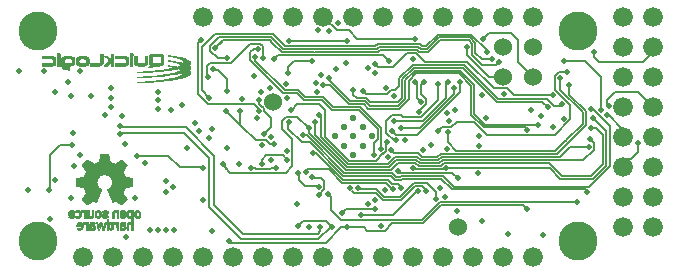
<source format=gbr>
G04 #@! TF.GenerationSoftware,KiCad,Pcbnew,5.1.4+dfsg1-1~bpo10+1*
G04 #@! TF.CreationDate,2020-02-13T15:56:51+01:00*
G04 #@! TF.ProjectId,quick-feather-board,71756963-6b2d-4666-9561-746865722d62,rev?*
G04 #@! TF.SameCoordinates,Original*
G04 #@! TF.FileFunction,Copper,L4,Bot*
G04 #@! TF.FilePolarity,Positive*
%FSLAX46Y46*%
G04 Gerber Fmt 4.6, Leading zero omitted, Abs format (unit mm)*
G04 Created by KiCad (PCBNEW 5.1.4+dfsg1-1~bpo10+1) date 2020-02-13 15:56:51*
%MOMM*%
%LPD*%
G04 APERTURE LIST*
%ADD10C,0.010000*%
%ADD11C,1.524000*%
%ADD12C,1.676400*%
%ADD13C,3.302000*%
%ADD14C,0.550000*%
%ADD15C,0.500000*%
%ADD16C,0.150000*%
%ADD17C,0.200000*%
%ADD18C,0.254000*%
G04 APERTURE END LIST*
D10*
G36*
X132780547Y-112239315D02*
G01*
X132744257Y-112242589D01*
X132713571Y-112248483D01*
X132686290Y-112257419D01*
X132660688Y-112269559D01*
X132630681Y-112290821D01*
X132604258Y-112319027D01*
X132584255Y-112350988D01*
X132580279Y-112359956D01*
X132568110Y-112390180D01*
X132568100Y-112877860D01*
X132692560Y-112880712D01*
X132692560Y-112852616D01*
X132693001Y-112837262D01*
X132694140Y-112827057D01*
X132695256Y-112824520D01*
X132699925Y-112827991D01*
X132708580Y-112836755D01*
X132712999Y-112841658D01*
X132731978Y-112858645D01*
X132755580Y-112870826D01*
X132785318Y-112878710D01*
X132822703Y-112882805D01*
X132837340Y-112883422D01*
X132862824Y-112883658D01*
X132886988Y-112883015D01*
X132906538Y-112881624D01*
X132915530Y-112880315D01*
X132945682Y-112871062D01*
X132976935Y-112856628D01*
X133005331Y-112839088D01*
X133024046Y-112823501D01*
X133049625Y-112791334D01*
X133066796Y-112755521D01*
X133075801Y-112717506D01*
X133076878Y-112678734D01*
X133076640Y-112677361D01*
X132956223Y-112677361D01*
X132955252Y-112700525D01*
X132946495Y-112722310D01*
X132929720Y-112740562D01*
X132927587Y-112742115D01*
X132913946Y-112750585D01*
X132899866Y-112756449D01*
X132883179Y-112760099D01*
X132861719Y-112761928D01*
X132833316Y-112762328D01*
X132817020Y-112762134D01*
X132788455Y-112761426D01*
X132767932Y-112760233D01*
X132753336Y-112758268D01*
X132742549Y-112755242D01*
X132733457Y-112750866D01*
X132733200Y-112750718D01*
X132717655Y-112738381D01*
X132706482Y-112721138D01*
X132699038Y-112697444D01*
X132694673Y-112665753D01*
X132694033Y-112657094D01*
X132691057Y-112611160D01*
X132792139Y-112611271D01*
X132827669Y-112611414D01*
X132854661Y-112611841D01*
X132874734Y-112612682D01*
X132889508Y-112614068D01*
X132900604Y-112616129D01*
X132909641Y-112618995D01*
X132914706Y-112621136D01*
X132935720Y-112635512D01*
X132949636Y-112654971D01*
X132956223Y-112677361D01*
X133076640Y-112677361D01*
X133070268Y-112640648D01*
X133056211Y-112604695D01*
X133034945Y-112572318D01*
X133006713Y-112544961D01*
X132974540Y-112525351D01*
X132959391Y-112518812D01*
X132944182Y-112513785D01*
X132927295Y-112510081D01*
X132907110Y-112507504D01*
X132882008Y-112505865D01*
X132850368Y-112504969D01*
X132810571Y-112504625D01*
X132799905Y-112504604D01*
X132691349Y-112504480D01*
X132693457Y-112456281D01*
X132695643Y-112427652D01*
X132700005Y-112406818D01*
X132707619Y-112391473D01*
X132719557Y-112379312D01*
X132733732Y-112369860D01*
X132742123Y-112365647D01*
X132751816Y-112362768D01*
X132764860Y-112360982D01*
X132783299Y-112360045D01*
X132809181Y-112359716D01*
X132819560Y-112359700D01*
X132853451Y-112360227D01*
X132879103Y-112362156D01*
X132898402Y-112366003D01*
X132913229Y-112372284D01*
X132925470Y-112381518D01*
X132934582Y-112391280D01*
X132945464Y-112404211D01*
X132994272Y-112366948D01*
X133013108Y-112352336D01*
X133028568Y-112339904D01*
X133039081Y-112330946D01*
X133043078Y-112326755D01*
X133043080Y-112326721D01*
X133039269Y-112320177D01*
X133029265Y-112309658D01*
X133015216Y-112296991D01*
X132999267Y-112284005D01*
X132983566Y-112272529D01*
X132970258Y-112264392D01*
X132969420Y-112263969D01*
X132947833Y-112254068D01*
X132927762Y-112246998D01*
X132906748Y-112242323D01*
X132882329Y-112239605D01*
X132852047Y-112238408D01*
X132824640Y-112238242D01*
X132780547Y-112239315D01*
X132780547Y-112239315D01*
G37*
X132780547Y-112239315D02*
X132744257Y-112242589D01*
X132713571Y-112248483D01*
X132686290Y-112257419D01*
X132660688Y-112269559D01*
X132630681Y-112290821D01*
X132604258Y-112319027D01*
X132584255Y-112350988D01*
X132580279Y-112359956D01*
X132568110Y-112390180D01*
X132568100Y-112877860D01*
X132692560Y-112880712D01*
X132692560Y-112852616D01*
X132693001Y-112837262D01*
X132694140Y-112827057D01*
X132695256Y-112824520D01*
X132699925Y-112827991D01*
X132708580Y-112836755D01*
X132712999Y-112841658D01*
X132731978Y-112858645D01*
X132755580Y-112870826D01*
X132785318Y-112878710D01*
X132822703Y-112882805D01*
X132837340Y-112883422D01*
X132862824Y-112883658D01*
X132886988Y-112883015D01*
X132906538Y-112881624D01*
X132915530Y-112880315D01*
X132945682Y-112871062D01*
X132976935Y-112856628D01*
X133005331Y-112839088D01*
X133024046Y-112823501D01*
X133049625Y-112791334D01*
X133066796Y-112755521D01*
X133075801Y-112717506D01*
X133076878Y-112678734D01*
X133076640Y-112677361D01*
X132956223Y-112677361D01*
X132955252Y-112700525D01*
X132946495Y-112722310D01*
X132929720Y-112740562D01*
X132927587Y-112742115D01*
X132913946Y-112750585D01*
X132899866Y-112756449D01*
X132883179Y-112760099D01*
X132861719Y-112761928D01*
X132833316Y-112762328D01*
X132817020Y-112762134D01*
X132788455Y-112761426D01*
X132767932Y-112760233D01*
X132753336Y-112758268D01*
X132742549Y-112755242D01*
X132733457Y-112750866D01*
X132733200Y-112750718D01*
X132717655Y-112738381D01*
X132706482Y-112721138D01*
X132699038Y-112697444D01*
X132694673Y-112665753D01*
X132694033Y-112657094D01*
X132691057Y-112611160D01*
X132792139Y-112611271D01*
X132827669Y-112611414D01*
X132854661Y-112611841D01*
X132874734Y-112612682D01*
X132889508Y-112614068D01*
X132900604Y-112616129D01*
X132909641Y-112618995D01*
X132914706Y-112621136D01*
X132935720Y-112635512D01*
X132949636Y-112654971D01*
X132956223Y-112677361D01*
X133076640Y-112677361D01*
X133070268Y-112640648D01*
X133056211Y-112604695D01*
X133034945Y-112572318D01*
X133006713Y-112544961D01*
X132974540Y-112525351D01*
X132959391Y-112518812D01*
X132944182Y-112513785D01*
X132927295Y-112510081D01*
X132907110Y-112507504D01*
X132882008Y-112505865D01*
X132850368Y-112504969D01*
X132810571Y-112504625D01*
X132799905Y-112504604D01*
X132691349Y-112504480D01*
X132693457Y-112456281D01*
X132695643Y-112427652D01*
X132700005Y-112406818D01*
X132707619Y-112391473D01*
X132719557Y-112379312D01*
X132733732Y-112369860D01*
X132742123Y-112365647D01*
X132751816Y-112362768D01*
X132764860Y-112360982D01*
X132783299Y-112360045D01*
X132809181Y-112359716D01*
X132819560Y-112359700D01*
X132853451Y-112360227D01*
X132879103Y-112362156D01*
X132898402Y-112366003D01*
X132913229Y-112372284D01*
X132925470Y-112381518D01*
X132934582Y-112391280D01*
X132945464Y-112404211D01*
X132994272Y-112366948D01*
X133013108Y-112352336D01*
X133028568Y-112339904D01*
X133039081Y-112330946D01*
X133043078Y-112326755D01*
X133043080Y-112326721D01*
X133039269Y-112320177D01*
X133029265Y-112309658D01*
X133015216Y-112296991D01*
X132999267Y-112284005D01*
X132983566Y-112272529D01*
X132970258Y-112264392D01*
X132969420Y-112263969D01*
X132947833Y-112254068D01*
X132927762Y-112246998D01*
X132906748Y-112242323D01*
X132882329Y-112239605D01*
X132852047Y-112238408D01*
X132824640Y-112238242D01*
X132780547Y-112239315D01*
G36*
X133992800Y-111237697D02*
G01*
X133944546Y-111250663D01*
X133901589Y-111272290D01*
X133863900Y-111302592D01*
X133840265Y-111329454D01*
X133821783Y-111356927D01*
X133807426Y-111386492D01*
X133796905Y-111419537D01*
X133789927Y-111457455D01*
X133786203Y-111501634D01*
X133785440Y-111553464D01*
X133786239Y-111587540D01*
X133788944Y-111636516D01*
X133793763Y-111677186D01*
X133801296Y-111711291D01*
X133812144Y-111740570D01*
X133826907Y-111766764D01*
X133846185Y-111791615D01*
X133862676Y-111809131D01*
X133896646Y-111838152D01*
X133932990Y-111858971D01*
X133973336Y-111872200D01*
X134019311Y-111878453D01*
X134048718Y-111879129D01*
X134072449Y-111878418D01*
X134094606Y-111876951D01*
X134111651Y-111874993D01*
X134116492Y-111874074D01*
X134157147Y-111859634D01*
X134196141Y-111835699D01*
X134229665Y-111806384D01*
X134252401Y-111781720D01*
X134270173Y-111757392D01*
X134283622Y-111731593D01*
X134293389Y-111702517D01*
X134300117Y-111668358D01*
X134304446Y-111627310D01*
X134306544Y-111590015D01*
X134306759Y-111562248D01*
X134178460Y-111562248D01*
X134178460Y-111648716D01*
X134162189Y-111681766D01*
X134144147Y-111711176D01*
X134122589Y-111731992D01*
X134096231Y-111744929D01*
X134063792Y-111750703D01*
X134038167Y-111750926D01*
X134014539Y-111749112D01*
X133996963Y-111745333D01*
X133981373Y-111738591D01*
X133976269Y-111735719D01*
X133956096Y-111721639D01*
X133940584Y-111705025D01*
X133929138Y-111684405D01*
X133921160Y-111658307D01*
X133916056Y-111625257D01*
X133913228Y-111583782D01*
X133913066Y-111579608D01*
X133912542Y-111528728D01*
X133915306Y-111486574D01*
X133921698Y-111452146D01*
X133932056Y-111424448D01*
X133946721Y-111402480D01*
X133966031Y-111385245D01*
X133982521Y-111375450D01*
X134014232Y-111364217D01*
X134047608Y-111360797D01*
X134080534Y-111364757D01*
X134110894Y-111375663D01*
X134136571Y-111393084D01*
X134151338Y-111409953D01*
X134160675Y-111425177D01*
X134167660Y-111440910D01*
X134172608Y-111458925D01*
X134175837Y-111481000D01*
X134177662Y-111508909D01*
X134178399Y-111544428D01*
X134178460Y-111562248D01*
X134306759Y-111562248D01*
X134307053Y-111524555D01*
X134302844Y-111466749D01*
X134293980Y-111416973D01*
X134280528Y-111375600D01*
X134263958Y-111344995D01*
X134231078Y-111304961D01*
X134194031Y-111274033D01*
X134152338Y-111251967D01*
X134105521Y-111238517D01*
X134053100Y-111233436D01*
X134046380Y-111233378D01*
X133992800Y-111237697D01*
X133992800Y-111237697D01*
G37*
X133992800Y-111237697D02*
X133944546Y-111250663D01*
X133901589Y-111272290D01*
X133863900Y-111302592D01*
X133840265Y-111329454D01*
X133821783Y-111356927D01*
X133807426Y-111386492D01*
X133796905Y-111419537D01*
X133789927Y-111457455D01*
X133786203Y-111501634D01*
X133785440Y-111553464D01*
X133786239Y-111587540D01*
X133788944Y-111636516D01*
X133793763Y-111677186D01*
X133801296Y-111711291D01*
X133812144Y-111740570D01*
X133826907Y-111766764D01*
X133846185Y-111791615D01*
X133862676Y-111809131D01*
X133896646Y-111838152D01*
X133932990Y-111858971D01*
X133973336Y-111872200D01*
X134019311Y-111878453D01*
X134048718Y-111879129D01*
X134072449Y-111878418D01*
X134094606Y-111876951D01*
X134111651Y-111874993D01*
X134116492Y-111874074D01*
X134157147Y-111859634D01*
X134196141Y-111835699D01*
X134229665Y-111806384D01*
X134252401Y-111781720D01*
X134270173Y-111757392D01*
X134283622Y-111731593D01*
X134293389Y-111702517D01*
X134300117Y-111668358D01*
X134304446Y-111627310D01*
X134306544Y-111590015D01*
X134306759Y-111562248D01*
X134178460Y-111562248D01*
X134178460Y-111648716D01*
X134162189Y-111681766D01*
X134144147Y-111711176D01*
X134122589Y-111731992D01*
X134096231Y-111744929D01*
X134063792Y-111750703D01*
X134038167Y-111750926D01*
X134014539Y-111749112D01*
X133996963Y-111745333D01*
X133981373Y-111738591D01*
X133976269Y-111735719D01*
X133956096Y-111721639D01*
X133940584Y-111705025D01*
X133929138Y-111684405D01*
X133921160Y-111658307D01*
X133916056Y-111625257D01*
X133913228Y-111583782D01*
X133913066Y-111579608D01*
X133912542Y-111528728D01*
X133915306Y-111486574D01*
X133921698Y-111452146D01*
X133932056Y-111424448D01*
X133946721Y-111402480D01*
X133966031Y-111385245D01*
X133982521Y-111375450D01*
X134014232Y-111364217D01*
X134047608Y-111360797D01*
X134080534Y-111364757D01*
X134110894Y-111375663D01*
X134136571Y-111393084D01*
X134151338Y-111409953D01*
X134160675Y-111425177D01*
X134167660Y-111440910D01*
X134172608Y-111458925D01*
X134175837Y-111481000D01*
X134177662Y-111508909D01*
X134178399Y-111544428D01*
X134178460Y-111562248D01*
X134306759Y-111562248D01*
X134307053Y-111524555D01*
X134302844Y-111466749D01*
X134293980Y-111416973D01*
X134280528Y-111375600D01*
X134263958Y-111344995D01*
X134231078Y-111304961D01*
X134194031Y-111274033D01*
X134152338Y-111251967D01*
X134105521Y-111238517D01*
X134053100Y-111233436D01*
X134046380Y-111233378D01*
X133992800Y-111237697D01*
G36*
X132102854Y-112238238D02*
G01*
X132074699Y-112244601D01*
X132053284Y-112252328D01*
X132032416Y-112261726D01*
X132018495Y-112269591D01*
X131997210Y-112283849D01*
X132042803Y-112338284D01*
X132059438Y-112357915D01*
X132073773Y-112374399D01*
X132084557Y-112386328D01*
X132090537Y-112392297D01*
X132091244Y-112392720D01*
X132096907Y-112390055D01*
X132106965Y-112383544D01*
X132108313Y-112382593D01*
X132133395Y-112370251D01*
X132163191Y-112364263D01*
X132194016Y-112365262D01*
X132201241Y-112366629D01*
X132234462Y-112378426D01*
X132260899Y-112397623D01*
X132279633Y-112421992D01*
X132293780Y-112446060D01*
X132298860Y-112877860D01*
X132423320Y-112880712D01*
X132423320Y-112245400D01*
X132296320Y-112245400D01*
X132296320Y-112306476D01*
X132268844Y-112284096D01*
X132231438Y-112259793D01*
X132190037Y-112243791D01*
X132146543Y-112236477D01*
X132102854Y-112238238D01*
X132102854Y-112238238D01*
G37*
X132102854Y-112238238D02*
X132074699Y-112244601D01*
X132053284Y-112252328D01*
X132032416Y-112261726D01*
X132018495Y-112269591D01*
X131997210Y-112283849D01*
X132042803Y-112338284D01*
X132059438Y-112357915D01*
X132073773Y-112374399D01*
X132084557Y-112386328D01*
X132090537Y-112392297D01*
X132091244Y-112392720D01*
X132096907Y-112390055D01*
X132106965Y-112383544D01*
X132108313Y-112382593D01*
X132133395Y-112370251D01*
X132163191Y-112364263D01*
X132194016Y-112365262D01*
X132201241Y-112366629D01*
X132234462Y-112378426D01*
X132260899Y-112397623D01*
X132279633Y-112421992D01*
X132293780Y-112446060D01*
X132298860Y-112877860D01*
X132423320Y-112880712D01*
X132423320Y-112245400D01*
X132296320Y-112245400D01*
X132296320Y-112306476D01*
X132268844Y-112284096D01*
X132231438Y-112259793D01*
X132190037Y-112243791D01*
X132146543Y-112236477D01*
X132102854Y-112238238D01*
G36*
X130221342Y-112236999D02*
G01*
X130168718Y-112243659D01*
X130122264Y-112256601D01*
X130082553Y-112275588D01*
X130050159Y-112300381D01*
X130025658Y-112330742D01*
X130017762Y-112345302D01*
X130012505Y-112357777D01*
X130008100Y-112371708D01*
X130004485Y-112388027D01*
X130001598Y-112407665D01*
X129999379Y-112431555D01*
X129997764Y-112460627D01*
X129996692Y-112495814D01*
X129996102Y-112538047D01*
X129995931Y-112588257D01*
X129996119Y-112647376D01*
X129996252Y-112669580D01*
X129997620Y-112877860D01*
X130124620Y-112877860D01*
X130126158Y-112851118D01*
X130127696Y-112824377D01*
X130140767Y-112839911D01*
X130163815Y-112859576D01*
X130194961Y-112873734D01*
X130233657Y-112882213D01*
X130279355Y-112884841D01*
X130283621Y-112884788D01*
X130304359Y-112884177D01*
X130322586Y-112883212D01*
X130334670Y-112882090D01*
X130335440Y-112881970D01*
X130380927Y-112869911D01*
X130420393Y-112850505D01*
X130453252Y-112824654D01*
X130478920Y-112793260D01*
X130496812Y-112757223D01*
X130506343Y-112717447D01*
X130506780Y-112685579D01*
X130386240Y-112685579D01*
X130385344Y-112703198D01*
X130381494Y-112715500D01*
X130372951Y-112727254D01*
X130369730Y-112730826D01*
X130356508Y-112743313D01*
X130342172Y-112752236D01*
X130324832Y-112758077D01*
X130302597Y-112761317D01*
X130273577Y-112762437D01*
X130246540Y-112762182D01*
X130216574Y-112761219D01*
X130194804Y-112759662D01*
X130179269Y-112757264D01*
X130168013Y-112753776D01*
X130163591Y-112751661D01*
X130147368Y-112738685D01*
X130136162Y-112719377D01*
X130129594Y-112692731D01*
X130127283Y-112657744D01*
X130127272Y-112655610D01*
X130127160Y-112611160D01*
X130224950Y-112611271D01*
X130260083Y-112611431D01*
X130286695Y-112611906D01*
X130306426Y-112612829D01*
X130320915Y-112614331D01*
X130331799Y-112616544D01*
X130340717Y-112619599D01*
X130343460Y-112620793D01*
X130366023Y-112634502D01*
X130379746Y-112651912D01*
X130385750Y-112674720D01*
X130386240Y-112685579D01*
X130506780Y-112685579D01*
X130506928Y-112674831D01*
X130498223Y-112631065D01*
X130491429Y-112611049D01*
X130483845Y-112595691D01*
X130473204Y-112581355D01*
X130457236Y-112564403D01*
X130455675Y-112562839D01*
X130439337Y-112547146D01*
X130424285Y-112534719D01*
X130409034Y-112525155D01*
X130392101Y-112518050D01*
X130372005Y-112513003D01*
X130347262Y-112509609D01*
X130316388Y-112507465D01*
X130277901Y-112506170D01*
X130244820Y-112505538D01*
X130126260Y-112503651D01*
X130127980Y-112451122D01*
X130128987Y-112426916D01*
X130130450Y-112410529D01*
X130132874Y-112399619D01*
X130136760Y-112391845D01*
X130142102Y-112385404D01*
X130161421Y-112371890D01*
X130189812Y-112362719D01*
X130227149Y-112357923D01*
X130253223Y-112357160D01*
X130287594Y-112358280D01*
X130314150Y-112362029D01*
X130335027Y-112368988D01*
X130352362Y-112379742D01*
X130359840Y-112386223D01*
X130377721Y-112403087D01*
X130425161Y-112366958D01*
X130443706Y-112352654D01*
X130458855Y-112340626D01*
X130469016Y-112332163D01*
X130472600Y-112328576D01*
X130468694Y-112319567D01*
X130458237Y-112306931D01*
X130443123Y-112292690D01*
X130427712Y-112280608D01*
X130395014Y-112261503D01*
X130357529Y-112248052D01*
X130313615Y-112239769D01*
X130279560Y-112236859D01*
X130221342Y-112236999D01*
X130221342Y-112236999D01*
G37*
X130221342Y-112236999D02*
X130168718Y-112243659D01*
X130122264Y-112256601D01*
X130082553Y-112275588D01*
X130050159Y-112300381D01*
X130025658Y-112330742D01*
X130017762Y-112345302D01*
X130012505Y-112357777D01*
X130008100Y-112371708D01*
X130004485Y-112388027D01*
X130001598Y-112407665D01*
X129999379Y-112431555D01*
X129997764Y-112460627D01*
X129996692Y-112495814D01*
X129996102Y-112538047D01*
X129995931Y-112588257D01*
X129996119Y-112647376D01*
X129996252Y-112669580D01*
X129997620Y-112877860D01*
X130124620Y-112877860D01*
X130126158Y-112851118D01*
X130127696Y-112824377D01*
X130140767Y-112839911D01*
X130163815Y-112859576D01*
X130194961Y-112873734D01*
X130233657Y-112882213D01*
X130279355Y-112884841D01*
X130283621Y-112884788D01*
X130304359Y-112884177D01*
X130322586Y-112883212D01*
X130334670Y-112882090D01*
X130335440Y-112881970D01*
X130380927Y-112869911D01*
X130420393Y-112850505D01*
X130453252Y-112824654D01*
X130478920Y-112793260D01*
X130496812Y-112757223D01*
X130506343Y-112717447D01*
X130506780Y-112685579D01*
X130386240Y-112685579D01*
X130385344Y-112703198D01*
X130381494Y-112715500D01*
X130372951Y-112727254D01*
X130369730Y-112730826D01*
X130356508Y-112743313D01*
X130342172Y-112752236D01*
X130324832Y-112758077D01*
X130302597Y-112761317D01*
X130273577Y-112762437D01*
X130246540Y-112762182D01*
X130216574Y-112761219D01*
X130194804Y-112759662D01*
X130179269Y-112757264D01*
X130168013Y-112753776D01*
X130163591Y-112751661D01*
X130147368Y-112738685D01*
X130136162Y-112719377D01*
X130129594Y-112692731D01*
X130127283Y-112657744D01*
X130127272Y-112655610D01*
X130127160Y-112611160D01*
X130224950Y-112611271D01*
X130260083Y-112611431D01*
X130286695Y-112611906D01*
X130306426Y-112612829D01*
X130320915Y-112614331D01*
X130331799Y-112616544D01*
X130340717Y-112619599D01*
X130343460Y-112620793D01*
X130366023Y-112634502D01*
X130379746Y-112651912D01*
X130385750Y-112674720D01*
X130386240Y-112685579D01*
X130506780Y-112685579D01*
X130506928Y-112674831D01*
X130498223Y-112631065D01*
X130491429Y-112611049D01*
X130483845Y-112595691D01*
X130473204Y-112581355D01*
X130457236Y-112564403D01*
X130455675Y-112562839D01*
X130439337Y-112547146D01*
X130424285Y-112534719D01*
X130409034Y-112525155D01*
X130392101Y-112518050D01*
X130372005Y-112513003D01*
X130347262Y-112509609D01*
X130316388Y-112507465D01*
X130277901Y-112506170D01*
X130244820Y-112505538D01*
X130126260Y-112503651D01*
X130127980Y-112451122D01*
X130128987Y-112426916D01*
X130130450Y-112410529D01*
X130132874Y-112399619D01*
X130136760Y-112391845D01*
X130142102Y-112385404D01*
X130161421Y-112371890D01*
X130189812Y-112362719D01*
X130227149Y-112357923D01*
X130253223Y-112357160D01*
X130287594Y-112358280D01*
X130314150Y-112362029D01*
X130335027Y-112368988D01*
X130352362Y-112379742D01*
X130359840Y-112386223D01*
X130377721Y-112403087D01*
X130425161Y-112366958D01*
X130443706Y-112352654D01*
X130458855Y-112340626D01*
X130469016Y-112332163D01*
X130472600Y-112328576D01*
X130468694Y-112319567D01*
X130458237Y-112306931D01*
X130443123Y-112292690D01*
X130427712Y-112280608D01*
X130395014Y-112261503D01*
X130357529Y-112248052D01*
X130313615Y-112239769D01*
X130279560Y-112236859D01*
X130221342Y-112236999D01*
G36*
X132096737Y-111240625D02*
G01*
X132056274Y-111256680D01*
X132020142Y-111280399D01*
X131989490Y-111310984D01*
X131965466Y-111347638D01*
X131949218Y-111389565D01*
X131946437Y-111401100D01*
X131944809Y-111414425D01*
X131943446Y-111437693D01*
X131942353Y-111470687D01*
X131941534Y-111513193D01*
X131940995Y-111564996D01*
X131940741Y-111625881D01*
X131940720Y-111651290D01*
X131940720Y-111874560D01*
X132067297Y-111874560D01*
X132068779Y-111664638D01*
X132070260Y-111454716D01*
X132085578Y-111424777D01*
X132104099Y-111396999D01*
X132127360Y-111377722D01*
X132156409Y-111366288D01*
X132184760Y-111362331D01*
X132206329Y-111362251D01*
X132226452Y-111364089D01*
X132238101Y-111366626D01*
X132260316Y-111378058D01*
X132282147Y-111396281D01*
X132300417Y-111418318D01*
X132308564Y-111432600D01*
X132311190Y-111438654D01*
X132313356Y-111445119D01*
X132315115Y-111453012D01*
X132316520Y-111463351D01*
X132317625Y-111477153D01*
X132318483Y-111495435D01*
X132319148Y-111519216D01*
X132319673Y-111549513D01*
X132320111Y-111587343D01*
X132320516Y-111633724D01*
X132320757Y-111665010D01*
X132322334Y-111874560D01*
X132448720Y-111874560D01*
X132448720Y-111239560D01*
X132321720Y-111239560D01*
X132321720Y-111305716D01*
X132292895Y-111282238D01*
X132260955Y-111259612D01*
X132228999Y-111244698D01*
X132193198Y-111235790D01*
X132186066Y-111234696D01*
X132140384Y-111233031D01*
X132096737Y-111240625D01*
X132096737Y-111240625D01*
G37*
X132096737Y-111240625D02*
X132056274Y-111256680D01*
X132020142Y-111280399D01*
X131989490Y-111310984D01*
X131965466Y-111347638D01*
X131949218Y-111389565D01*
X131946437Y-111401100D01*
X131944809Y-111414425D01*
X131943446Y-111437693D01*
X131942353Y-111470687D01*
X131941534Y-111513193D01*
X131940995Y-111564996D01*
X131940741Y-111625881D01*
X131940720Y-111651290D01*
X131940720Y-111874560D01*
X132067297Y-111874560D01*
X132068779Y-111664638D01*
X132070260Y-111454716D01*
X132085578Y-111424777D01*
X132104099Y-111396999D01*
X132127360Y-111377722D01*
X132156409Y-111366288D01*
X132184760Y-111362331D01*
X132206329Y-111362251D01*
X132226452Y-111364089D01*
X132238101Y-111366626D01*
X132260316Y-111378058D01*
X132282147Y-111396281D01*
X132300417Y-111418318D01*
X132308564Y-111432600D01*
X132311190Y-111438654D01*
X132313356Y-111445119D01*
X132315115Y-111453012D01*
X132316520Y-111463351D01*
X132317625Y-111477153D01*
X132318483Y-111495435D01*
X132319148Y-111519216D01*
X132319673Y-111549513D01*
X132320111Y-111587343D01*
X132320516Y-111633724D01*
X132320757Y-111665010D01*
X132322334Y-111874560D01*
X132448720Y-111874560D01*
X132448720Y-111239560D01*
X132321720Y-111239560D01*
X132321720Y-111305716D01*
X132292895Y-111282238D01*
X132260955Y-111259612D01*
X132228999Y-111244698D01*
X132193198Y-111235790D01*
X132186066Y-111234696D01*
X132140384Y-111233031D01*
X132096737Y-111240625D01*
G36*
X130217542Y-111449481D02*
G01*
X130216060Y-111659403D01*
X130200743Y-111689342D01*
X130182401Y-111716956D01*
X130159425Y-111736139D01*
X130130669Y-111747609D01*
X130100830Y-111751829D01*
X130066560Y-111750846D01*
X130038478Y-111743099D01*
X130014581Y-111727838D01*
X130001225Y-111714544D01*
X129993357Y-111705449D01*
X129986828Y-111696985D01*
X129981503Y-111688138D01*
X129977249Y-111677892D01*
X129973931Y-111665230D01*
X129971416Y-111649138D01*
X129969570Y-111628599D01*
X129968258Y-111602598D01*
X129967347Y-111570120D01*
X129966703Y-111530149D01*
X129966191Y-111481669D01*
X129965879Y-111446570D01*
X129964074Y-111239560D01*
X129837600Y-111239560D01*
X129837600Y-111874560D01*
X129964600Y-111874560D01*
X129964600Y-111841540D01*
X129964992Y-111824722D01*
X129966018Y-111812829D01*
X129967392Y-111808520D01*
X129972290Y-111811785D01*
X129981805Y-111820148D01*
X129988982Y-111827012D01*
X130003728Y-111839017D01*
X130023318Y-111851776D01*
X130040800Y-111861169D01*
X130057979Y-111868739D01*
X130073148Y-111873568D01*
X130089803Y-111876373D01*
X130111442Y-111877869D01*
X130124620Y-111878333D01*
X130152143Y-111878599D01*
X130172702Y-111877290D01*
X130189417Y-111874078D01*
X130200999Y-111870339D01*
X130223788Y-111861300D01*
X130240995Y-111852516D01*
X130256469Y-111841580D01*
X130274061Y-111826082D01*
X130278723Y-111821703D01*
X130307682Y-111787608D01*
X130329000Y-111748067D01*
X130339884Y-111713019D01*
X130341512Y-111699694D01*
X130342875Y-111676426D01*
X130343968Y-111643432D01*
X130344787Y-111600926D01*
X130345326Y-111549123D01*
X130345580Y-111488238D01*
X130345600Y-111462829D01*
X130345600Y-111239560D01*
X130219024Y-111239560D01*
X130217542Y-111449481D01*
X130217542Y-111449481D01*
G37*
X130217542Y-111449481D02*
X130216060Y-111659403D01*
X130200743Y-111689342D01*
X130182401Y-111716956D01*
X130159425Y-111736139D01*
X130130669Y-111747609D01*
X130100830Y-111751829D01*
X130066560Y-111750846D01*
X130038478Y-111743099D01*
X130014581Y-111727838D01*
X130001225Y-111714544D01*
X129993357Y-111705449D01*
X129986828Y-111696985D01*
X129981503Y-111688138D01*
X129977249Y-111677892D01*
X129973931Y-111665230D01*
X129971416Y-111649138D01*
X129969570Y-111628599D01*
X129968258Y-111602598D01*
X129967347Y-111570120D01*
X129966703Y-111530149D01*
X129966191Y-111481669D01*
X129965879Y-111446570D01*
X129964074Y-111239560D01*
X129837600Y-111239560D01*
X129837600Y-111874560D01*
X129964600Y-111874560D01*
X129964600Y-111841540D01*
X129964992Y-111824722D01*
X129966018Y-111812829D01*
X129967392Y-111808520D01*
X129972290Y-111811785D01*
X129981805Y-111820148D01*
X129988982Y-111827012D01*
X130003728Y-111839017D01*
X130023318Y-111851776D01*
X130040800Y-111861169D01*
X130057979Y-111868739D01*
X130073148Y-111873568D01*
X130089803Y-111876373D01*
X130111442Y-111877869D01*
X130124620Y-111878333D01*
X130152143Y-111878599D01*
X130172702Y-111877290D01*
X130189417Y-111874078D01*
X130200999Y-111870339D01*
X130223788Y-111861300D01*
X130240995Y-111852516D01*
X130256469Y-111841580D01*
X130274061Y-111826082D01*
X130278723Y-111821703D01*
X130307682Y-111787608D01*
X130329000Y-111748067D01*
X130339884Y-111713019D01*
X130341512Y-111699694D01*
X130342875Y-111676426D01*
X130343968Y-111643432D01*
X130344787Y-111600926D01*
X130345326Y-111549123D01*
X130345580Y-111488238D01*
X130345600Y-111462829D01*
X130345600Y-111239560D01*
X130219024Y-111239560D01*
X130217542Y-111449481D01*
G36*
X131224650Y-112457490D02*
G01*
X131212403Y-112502490D01*
X131200878Y-112544699D01*
X131190367Y-112583055D01*
X131181165Y-112616495D01*
X131173563Y-112643954D01*
X131167855Y-112664372D01*
X131164334Y-112676683D01*
X131163392Y-112679740D01*
X131161210Y-112679338D01*
X131156932Y-112671268D01*
X131150419Y-112655151D01*
X131141529Y-112630610D01*
X131130125Y-112597267D01*
X131116066Y-112554744D01*
X131107983Y-112529880D01*
X131094413Y-112487974D01*
X131080834Y-112446094D01*
X131067826Y-112406028D01*
X131055972Y-112369566D01*
X131045852Y-112338496D01*
X131038049Y-112314608D01*
X131035761Y-112307630D01*
X131015319Y-112245400D01*
X130921501Y-112245400D01*
X130853769Y-112454950D01*
X130839355Y-112499489D01*
X130825766Y-112541381D01*
X130813349Y-112579560D01*
X130802450Y-112612961D01*
X130793419Y-112640522D01*
X130786603Y-112661177D01*
X130782349Y-112673863D01*
X130781174Y-112677200D01*
X130779629Y-112678889D01*
X130777394Y-112676821D01*
X130774246Y-112670282D01*
X130769961Y-112658558D01*
X130764315Y-112640935D01*
X130757086Y-112616700D01*
X130748048Y-112585138D01*
X130736978Y-112545537D01*
X130723653Y-112497181D01*
X130716085Y-112469532D01*
X130703614Y-112424020D01*
X130691928Y-112381592D01*
X130681302Y-112343238D01*
X130672014Y-112309950D01*
X130664342Y-112282718D01*
X130658563Y-112262534D01*
X130654954Y-112250387D01*
X130653824Y-112247129D01*
X130648268Y-112246472D01*
X130634525Y-112246125D01*
X130614561Y-112246104D01*
X130590346Y-112246428D01*
X130586033Y-112246517D01*
X130520276Y-112247940D01*
X130603117Y-112507020D01*
X130619534Y-112558382D01*
X130635564Y-112608567D01*
X130650835Y-112656411D01*
X130664974Y-112700747D01*
X130677612Y-112740409D01*
X130688376Y-112774232D01*
X130696894Y-112801048D01*
X130702794Y-112819693D01*
X130703966Y-112823414D01*
X130721973Y-112880728D01*
X130834699Y-112877860D01*
X130901092Y-112655026D01*
X130918246Y-112597813D01*
X130932803Y-112550057D01*
X130944875Y-112511423D01*
X130954572Y-112481574D01*
X130962006Y-112460176D01*
X130967286Y-112446893D01*
X130970524Y-112441389D01*
X130971526Y-112441666D01*
X130973801Y-112448440D01*
X130978635Y-112463891D01*
X130985705Y-112486953D01*
X130994689Y-112516559D01*
X131005263Y-112551644D01*
X131017104Y-112591141D01*
X131029891Y-112633984D01*
X131036702Y-112656880D01*
X131049810Y-112700989D01*
X131062081Y-112742277D01*
X131073200Y-112779681D01*
X131082851Y-112812140D01*
X131090718Y-112838593D01*
X131096486Y-112857977D01*
X131099839Y-112869231D01*
X131100521Y-112871510D01*
X131102869Y-112875457D01*
X131108269Y-112878044D01*
X131118525Y-112879547D01*
X131135443Y-112880240D01*
X131158902Y-112880400D01*
X131186077Y-112879996D01*
X131204137Y-112878712D01*
X131214099Y-112876435D01*
X131216855Y-112874050D01*
X131218758Y-112868209D01*
X131223479Y-112853530D01*
X131230750Y-112830851D01*
X131240300Y-112801014D01*
X131251862Y-112764860D01*
X131265167Y-112723228D01*
X131279946Y-112676959D01*
X131295930Y-112626894D01*
X131312850Y-112573873D01*
X131316102Y-112563680D01*
X131333181Y-112510171D01*
X131349387Y-112459438D01*
X131364450Y-112412327D01*
X131378100Y-112369680D01*
X131390066Y-112332341D01*
X131400078Y-112301153D01*
X131407866Y-112276960D01*
X131413160Y-112260604D01*
X131415688Y-112252930D01*
X131415831Y-112252530D01*
X131415395Y-112249602D01*
X131410538Y-112247575D01*
X131399883Y-112246300D01*
X131382052Y-112245626D01*
X131355668Y-112245403D01*
X131350424Y-112245400D01*
X131282280Y-112245400D01*
X131224650Y-112457490D01*
X131224650Y-112457490D01*
G37*
X131224650Y-112457490D02*
X131212403Y-112502490D01*
X131200878Y-112544699D01*
X131190367Y-112583055D01*
X131181165Y-112616495D01*
X131173563Y-112643954D01*
X131167855Y-112664372D01*
X131164334Y-112676683D01*
X131163392Y-112679740D01*
X131161210Y-112679338D01*
X131156932Y-112671268D01*
X131150419Y-112655151D01*
X131141529Y-112630610D01*
X131130125Y-112597267D01*
X131116066Y-112554744D01*
X131107983Y-112529880D01*
X131094413Y-112487974D01*
X131080834Y-112446094D01*
X131067826Y-112406028D01*
X131055972Y-112369566D01*
X131045852Y-112338496D01*
X131038049Y-112314608D01*
X131035761Y-112307630D01*
X131015319Y-112245400D01*
X130921501Y-112245400D01*
X130853769Y-112454950D01*
X130839355Y-112499489D01*
X130825766Y-112541381D01*
X130813349Y-112579560D01*
X130802450Y-112612961D01*
X130793419Y-112640522D01*
X130786603Y-112661177D01*
X130782349Y-112673863D01*
X130781174Y-112677200D01*
X130779629Y-112678889D01*
X130777394Y-112676821D01*
X130774246Y-112670282D01*
X130769961Y-112658558D01*
X130764315Y-112640935D01*
X130757086Y-112616700D01*
X130748048Y-112585138D01*
X130736978Y-112545537D01*
X130723653Y-112497181D01*
X130716085Y-112469532D01*
X130703614Y-112424020D01*
X130691928Y-112381592D01*
X130681302Y-112343238D01*
X130672014Y-112309950D01*
X130664342Y-112282718D01*
X130658563Y-112262534D01*
X130654954Y-112250387D01*
X130653824Y-112247129D01*
X130648268Y-112246472D01*
X130634525Y-112246125D01*
X130614561Y-112246104D01*
X130590346Y-112246428D01*
X130586033Y-112246517D01*
X130520276Y-112247940D01*
X130603117Y-112507020D01*
X130619534Y-112558382D01*
X130635564Y-112608567D01*
X130650835Y-112656411D01*
X130664974Y-112700747D01*
X130677612Y-112740409D01*
X130688376Y-112774232D01*
X130696894Y-112801048D01*
X130702794Y-112819693D01*
X130703966Y-112823414D01*
X130721973Y-112880728D01*
X130834699Y-112877860D01*
X130901092Y-112655026D01*
X130918246Y-112597813D01*
X130932803Y-112550057D01*
X130944875Y-112511423D01*
X130954572Y-112481574D01*
X130962006Y-112460176D01*
X130967286Y-112446893D01*
X130970524Y-112441389D01*
X130971526Y-112441666D01*
X130973801Y-112448440D01*
X130978635Y-112463891D01*
X130985705Y-112486953D01*
X130994689Y-112516559D01*
X131005263Y-112551644D01*
X131017104Y-112591141D01*
X131029891Y-112633984D01*
X131036702Y-112656880D01*
X131049810Y-112700989D01*
X131062081Y-112742277D01*
X131073200Y-112779681D01*
X131082851Y-112812140D01*
X131090718Y-112838593D01*
X131096486Y-112857977D01*
X131099839Y-112869231D01*
X131100521Y-112871510D01*
X131102869Y-112875457D01*
X131108269Y-112878044D01*
X131118525Y-112879547D01*
X131135443Y-112880240D01*
X131158902Y-112880400D01*
X131186077Y-112879996D01*
X131204137Y-112878712D01*
X131214099Y-112876435D01*
X131216855Y-112874050D01*
X131218758Y-112868209D01*
X131223479Y-112853530D01*
X131230750Y-112830851D01*
X131240300Y-112801014D01*
X131251862Y-112764860D01*
X131265167Y-112723228D01*
X131279946Y-112676959D01*
X131295930Y-112626894D01*
X131312850Y-112573873D01*
X131316102Y-112563680D01*
X131333181Y-112510171D01*
X131349387Y-112459438D01*
X131364450Y-112412327D01*
X131378100Y-112369680D01*
X131390066Y-112332341D01*
X131400078Y-112301153D01*
X131407866Y-112276960D01*
X131413160Y-112260604D01*
X131415688Y-112252930D01*
X131415831Y-112252530D01*
X131415395Y-112249602D01*
X131410538Y-112247575D01*
X131399883Y-112246300D01*
X131382052Y-112245626D01*
X131355668Y-112245403D01*
X131350424Y-112245400D01*
X131282280Y-112245400D01*
X131224650Y-112457490D01*
G36*
X131255565Y-111236290D02*
G01*
X131205502Y-111246516D01*
X131157714Y-111262883D01*
X131113888Y-111285338D01*
X131105152Y-111290950D01*
X131066783Y-111316613D01*
X131081679Y-111335236D01*
X131093101Y-111348960D01*
X131107974Y-111366104D01*
X131121138Y-111380812D01*
X131145700Y-111407765D01*
X131189132Y-111385253D01*
X131227378Y-111368638D01*
X131266057Y-111357694D01*
X131303682Y-111352406D01*
X131338763Y-111352759D01*
X131369813Y-111358740D01*
X131395344Y-111370334D01*
X131413791Y-111387421D01*
X131421374Y-111404974D01*
X131423826Y-111425072D01*
X131423072Y-111441359D01*
X131418935Y-111452295D01*
X131409526Y-111462579D01*
X131408336Y-111463652D01*
X131398503Y-111471350D01*
X131387329Y-111477354D01*
X131373193Y-111482032D01*
X131354476Y-111485758D01*
X131329555Y-111488903D01*
X131296811Y-111491837D01*
X131279589Y-111493152D01*
X131232590Y-111497683D01*
X131194241Y-111503880D01*
X131163114Y-111512107D01*
X131137784Y-111522730D01*
X131119476Y-111534113D01*
X131093735Y-111559048D01*
X131073562Y-111590958D01*
X131059763Y-111627847D01*
X131053141Y-111667716D01*
X131053357Y-111698235D01*
X131061569Y-111740433D01*
X131078565Y-111777744D01*
X131104069Y-111809882D01*
X131137805Y-111836556D01*
X131179497Y-111857478D01*
X131217255Y-111869591D01*
X131254758Y-111876323D01*
X131297777Y-111879429D01*
X131342335Y-111878915D01*
X131384460Y-111874789D01*
X131412400Y-111869242D01*
X131436026Y-111861921D01*
X131463126Y-111851702D01*
X131488305Y-111840640D01*
X131491140Y-111839255D01*
X131510473Y-111828794D01*
X131531122Y-111816196D01*
X131551216Y-111802789D01*
X131568885Y-111789899D01*
X131582258Y-111778855D01*
X131589463Y-111770984D01*
X131590200Y-111768963D01*
X131586801Y-111764073D01*
X131577553Y-111753644D01*
X131563887Y-111739225D01*
X131547907Y-111723042D01*
X131505614Y-111680968D01*
X131480797Y-111701476D01*
X131443926Y-111727385D01*
X131404939Y-111745281D01*
X131361848Y-111755833D01*
X131312669Y-111759712D01*
X131308260Y-111759755D01*
X131282609Y-111759485D01*
X131263903Y-111758045D01*
X131248951Y-111754954D01*
X131234563Y-111749730D01*
X131230647Y-111748019D01*
X131205447Y-111732570D01*
X131188511Y-111713048D01*
X131180389Y-111690578D01*
X131181635Y-111666283D01*
X131185218Y-111655483D01*
X131191022Y-111644717D01*
X131199267Y-111636216D01*
X131211305Y-111629523D01*
X131228489Y-111624181D01*
X131252173Y-111619732D01*
X131283709Y-111615721D01*
X131311238Y-111612923D01*
X131348821Y-111609147D01*
X131378171Y-111605627D01*
X131401193Y-111601963D01*
X131419793Y-111597757D01*
X131435877Y-111592610D01*
X131451349Y-111586123D01*
X131460660Y-111581656D01*
X131494991Y-111559441D01*
X131521472Y-111530920D01*
X131539818Y-111496567D01*
X131549744Y-111456856D01*
X131551544Y-111430060D01*
X131550838Y-111407399D01*
X131548785Y-111385711D01*
X131545813Y-111369383D01*
X131545507Y-111368300D01*
X131532750Y-111339071D01*
X131512839Y-111310140D01*
X131488277Y-111284966D01*
X131480980Y-111279118D01*
X131444838Y-111257847D01*
X131402539Y-111242982D01*
X131355769Y-111234469D01*
X131306216Y-111232256D01*
X131255565Y-111236290D01*
X131255565Y-111236290D01*
G37*
X131255565Y-111236290D02*
X131205502Y-111246516D01*
X131157714Y-111262883D01*
X131113888Y-111285338D01*
X131105152Y-111290950D01*
X131066783Y-111316613D01*
X131081679Y-111335236D01*
X131093101Y-111348960D01*
X131107974Y-111366104D01*
X131121138Y-111380812D01*
X131145700Y-111407765D01*
X131189132Y-111385253D01*
X131227378Y-111368638D01*
X131266057Y-111357694D01*
X131303682Y-111352406D01*
X131338763Y-111352759D01*
X131369813Y-111358740D01*
X131395344Y-111370334D01*
X131413791Y-111387421D01*
X131421374Y-111404974D01*
X131423826Y-111425072D01*
X131423072Y-111441359D01*
X131418935Y-111452295D01*
X131409526Y-111462579D01*
X131408336Y-111463652D01*
X131398503Y-111471350D01*
X131387329Y-111477354D01*
X131373193Y-111482032D01*
X131354476Y-111485758D01*
X131329555Y-111488903D01*
X131296811Y-111491837D01*
X131279589Y-111493152D01*
X131232590Y-111497683D01*
X131194241Y-111503880D01*
X131163114Y-111512107D01*
X131137784Y-111522730D01*
X131119476Y-111534113D01*
X131093735Y-111559048D01*
X131073562Y-111590958D01*
X131059763Y-111627847D01*
X131053141Y-111667716D01*
X131053357Y-111698235D01*
X131061569Y-111740433D01*
X131078565Y-111777744D01*
X131104069Y-111809882D01*
X131137805Y-111836556D01*
X131179497Y-111857478D01*
X131217255Y-111869591D01*
X131254758Y-111876323D01*
X131297777Y-111879429D01*
X131342335Y-111878915D01*
X131384460Y-111874789D01*
X131412400Y-111869242D01*
X131436026Y-111861921D01*
X131463126Y-111851702D01*
X131488305Y-111840640D01*
X131491140Y-111839255D01*
X131510473Y-111828794D01*
X131531122Y-111816196D01*
X131551216Y-111802789D01*
X131568885Y-111789899D01*
X131582258Y-111778855D01*
X131589463Y-111770984D01*
X131590200Y-111768963D01*
X131586801Y-111764073D01*
X131577553Y-111753644D01*
X131563887Y-111739225D01*
X131547907Y-111723042D01*
X131505614Y-111680968D01*
X131480797Y-111701476D01*
X131443926Y-111727385D01*
X131404939Y-111745281D01*
X131361848Y-111755833D01*
X131312669Y-111759712D01*
X131308260Y-111759755D01*
X131282609Y-111759485D01*
X131263903Y-111758045D01*
X131248951Y-111754954D01*
X131234563Y-111749730D01*
X131230647Y-111748019D01*
X131205447Y-111732570D01*
X131188511Y-111713048D01*
X131180389Y-111690578D01*
X131181635Y-111666283D01*
X131185218Y-111655483D01*
X131191022Y-111644717D01*
X131199267Y-111636216D01*
X131211305Y-111629523D01*
X131228489Y-111624181D01*
X131252173Y-111619732D01*
X131283709Y-111615721D01*
X131311238Y-111612923D01*
X131348821Y-111609147D01*
X131378171Y-111605627D01*
X131401193Y-111601963D01*
X131419793Y-111597757D01*
X131435877Y-111592610D01*
X131451349Y-111586123D01*
X131460660Y-111581656D01*
X131494991Y-111559441D01*
X131521472Y-111530920D01*
X131539818Y-111496567D01*
X131549744Y-111456856D01*
X131551544Y-111430060D01*
X131550838Y-111407399D01*
X131548785Y-111385711D01*
X131545813Y-111369383D01*
X131545507Y-111368300D01*
X131532750Y-111339071D01*
X131512839Y-111310140D01*
X131488277Y-111284966D01*
X131480980Y-111279118D01*
X131444838Y-111257847D01*
X131402539Y-111242982D01*
X131355769Y-111234469D01*
X131306216Y-111232256D01*
X131255565Y-111236290D01*
G36*
X128424727Y-111237568D02*
G01*
X128376828Y-111250853D01*
X128333357Y-111272412D01*
X128295204Y-111301537D01*
X128263262Y-111337520D01*
X128238424Y-111379655D01*
X128221579Y-111427232D01*
X128219307Y-111437060D01*
X128216374Y-111456475D01*
X128214039Y-111482774D01*
X128212536Y-111512686D01*
X128212089Y-111538010D01*
X128212000Y-111605320D01*
X128609549Y-111605320D01*
X128606039Y-111631782D01*
X128596581Y-111671612D01*
X128579892Y-111704363D01*
X128556277Y-111729772D01*
X128526039Y-111747575D01*
X128489482Y-111757510D01*
X128458380Y-111759640D01*
X128414826Y-111755448D01*
X128376875Y-111743113D01*
X128343681Y-111722349D01*
X128339733Y-111719068D01*
X128330927Y-111711350D01*
X128324295Y-111706489D01*
X128318141Y-111705071D01*
X128310770Y-111707681D01*
X128300485Y-111714902D01*
X128285591Y-111727319D01*
X128265340Y-111744705D01*
X128249522Y-111758193D01*
X128236797Y-111768982D01*
X128229013Y-111775509D01*
X128227547Y-111776687D01*
X128229698Y-111780775D01*
X128237460Y-111790033D01*
X128249194Y-111802516D01*
X128250089Y-111803428D01*
X128279240Y-111827729D01*
X128314922Y-111849171D01*
X128353543Y-111865758D01*
X128372754Y-111871587D01*
X128398839Y-111876142D01*
X128431250Y-111878603D01*
X128466373Y-111878970D01*
X128500592Y-111877242D01*
X128530291Y-111873420D01*
X128538979Y-111871580D01*
X128584964Y-111855449D01*
X128625727Y-111830795D01*
X128660875Y-111798033D01*
X128690013Y-111757579D01*
X128712750Y-111709850D01*
X128723554Y-111676440D01*
X128727959Y-111653110D01*
X128730985Y-111622361D01*
X128732635Y-111586840D01*
X128732911Y-111549192D01*
X128731813Y-111512065D01*
X128730837Y-111498640D01*
X128609394Y-111498640D01*
X128337870Y-111498640D01*
X128341224Y-111479590D01*
X128351988Y-111438409D01*
X128368417Y-111405533D01*
X128390707Y-111380705D01*
X128419056Y-111363666D01*
X128433481Y-111358575D01*
X128471129Y-111352230D01*
X128506087Y-111355258D01*
X128537411Y-111367023D01*
X128564153Y-111386889D01*
X128585368Y-111414219D01*
X128600110Y-111448378D01*
X128605857Y-111474510D01*
X128609394Y-111498640D01*
X128730837Y-111498640D01*
X128729344Y-111478104D01*
X128725505Y-111449957D01*
X128723413Y-111440220D01*
X128705859Y-111387687D01*
X128681503Y-111342161D01*
X128650812Y-111304031D01*
X128614249Y-111273685D01*
X128572281Y-111251515D01*
X128525372Y-111237908D01*
X128476160Y-111233265D01*
X128424727Y-111237568D01*
X128424727Y-111237568D01*
G37*
X128424727Y-111237568D02*
X128376828Y-111250853D01*
X128333357Y-111272412D01*
X128295204Y-111301537D01*
X128263262Y-111337520D01*
X128238424Y-111379655D01*
X128221579Y-111427232D01*
X128219307Y-111437060D01*
X128216374Y-111456475D01*
X128214039Y-111482774D01*
X128212536Y-111512686D01*
X128212089Y-111538010D01*
X128212000Y-111605320D01*
X128609549Y-111605320D01*
X128606039Y-111631782D01*
X128596581Y-111671612D01*
X128579892Y-111704363D01*
X128556277Y-111729772D01*
X128526039Y-111747575D01*
X128489482Y-111757510D01*
X128458380Y-111759640D01*
X128414826Y-111755448D01*
X128376875Y-111743113D01*
X128343681Y-111722349D01*
X128339733Y-111719068D01*
X128330927Y-111711350D01*
X128324295Y-111706489D01*
X128318141Y-111705071D01*
X128310770Y-111707681D01*
X128300485Y-111714902D01*
X128285591Y-111727319D01*
X128265340Y-111744705D01*
X128249522Y-111758193D01*
X128236797Y-111768982D01*
X128229013Y-111775509D01*
X128227547Y-111776687D01*
X128229698Y-111780775D01*
X128237460Y-111790033D01*
X128249194Y-111802516D01*
X128250089Y-111803428D01*
X128279240Y-111827729D01*
X128314922Y-111849171D01*
X128353543Y-111865758D01*
X128372754Y-111871587D01*
X128398839Y-111876142D01*
X128431250Y-111878603D01*
X128466373Y-111878970D01*
X128500592Y-111877242D01*
X128530291Y-111873420D01*
X128538979Y-111871580D01*
X128584964Y-111855449D01*
X128625727Y-111830795D01*
X128660875Y-111798033D01*
X128690013Y-111757579D01*
X128712750Y-111709850D01*
X128723554Y-111676440D01*
X128727959Y-111653110D01*
X128730985Y-111622361D01*
X128732635Y-111586840D01*
X128732911Y-111549192D01*
X128731813Y-111512065D01*
X128730837Y-111498640D01*
X128609394Y-111498640D01*
X128337870Y-111498640D01*
X128341224Y-111479590D01*
X128351988Y-111438409D01*
X128368417Y-111405533D01*
X128390707Y-111380705D01*
X128419056Y-111363666D01*
X128433481Y-111358575D01*
X128471129Y-111352230D01*
X128506087Y-111355258D01*
X128537411Y-111367023D01*
X128564153Y-111386889D01*
X128585368Y-111414219D01*
X128600110Y-111448378D01*
X128605857Y-111474510D01*
X128609394Y-111498640D01*
X128730837Y-111498640D01*
X128729344Y-111478104D01*
X128725505Y-111449957D01*
X128723413Y-111440220D01*
X128705859Y-111387687D01*
X128681503Y-111342161D01*
X128650812Y-111304031D01*
X128614249Y-111273685D01*
X128572281Y-111251515D01*
X128525372Y-111237908D01*
X128476160Y-111233265D01*
X128424727Y-111237568D01*
G36*
X131196056Y-106479615D02*
G01*
X131141497Y-106479677D01*
X131095553Y-106479806D01*
X131057448Y-106480025D01*
X131026410Y-106480354D01*
X131001666Y-106480815D01*
X130982443Y-106481429D01*
X130967966Y-106482219D01*
X130957463Y-106483206D01*
X130950161Y-106484411D01*
X130945287Y-106485856D01*
X130942066Y-106487562D01*
X130940870Y-106488489D01*
X130938469Y-106491557D01*
X130935857Y-106497220D01*
X130932881Y-106506198D01*
X130929388Y-106519215D01*
X130925224Y-106536990D01*
X130920236Y-106560245D01*
X130914271Y-106589702D01*
X130907175Y-106626081D01*
X130898795Y-106670104D01*
X130888979Y-106722493D01*
X130877572Y-106783967D01*
X130874206Y-106802180D01*
X130864062Y-106856772D01*
X130854307Y-106908614D01*
X130845120Y-106956803D01*
X130836679Y-107000437D01*
X130829161Y-107038614D01*
X130822743Y-107070433D01*
X130817603Y-107094992D01*
X130813920Y-107111389D01*
X130811870Y-107118723D01*
X130811831Y-107118803D01*
X130803188Y-107130153D01*
X130795641Y-107136032D01*
X130783832Y-107141707D01*
X130764465Y-107150244D01*
X130738725Y-107161172D01*
X130707800Y-107174021D01*
X130672875Y-107188321D01*
X130635136Y-107203599D01*
X130595769Y-107219386D01*
X130555961Y-107235210D01*
X130516897Y-107250601D01*
X130479763Y-107265087D01*
X130445745Y-107278199D01*
X130416030Y-107289464D01*
X130391803Y-107298412D01*
X130374251Y-107304573D01*
X130364560Y-107307475D01*
X130363379Y-107307640D01*
X130348275Y-107304380D01*
X130328126Y-107294288D01*
X130311901Y-107283882D01*
X130297625Y-107274135D01*
X130276138Y-107259436D01*
X130248608Y-107240586D01*
X130216200Y-107218382D01*
X130180079Y-107193625D01*
X130141412Y-107167114D01*
X130101364Y-107139649D01*
X130061101Y-107112029D01*
X130021788Y-107085055D01*
X129984592Y-107059524D01*
X129950677Y-107036238D01*
X129921211Y-107015995D01*
X129897357Y-106999596D01*
X129882501Y-106989368D01*
X129861120Y-106975240D01*
X129841766Y-106963564D01*
X129826432Y-106955467D01*
X129817110Y-106952077D01*
X129816527Y-106952040D01*
X129811952Y-106954002D01*
X129803577Y-106960136D01*
X129791012Y-106970813D01*
X129773867Y-106986402D01*
X129751751Y-107007273D01*
X129724274Y-107033797D01*
X129691048Y-107066344D01*
X129651680Y-107105284D01*
X129605781Y-107150987D01*
X129584936Y-107171815D01*
X129538506Y-107218310D01*
X129498831Y-107258201D01*
X129465423Y-107292006D01*
X129437795Y-107320244D01*
X129415456Y-107343435D01*
X129397919Y-107362098D01*
X129384696Y-107376752D01*
X129375298Y-107387915D01*
X129369236Y-107396108D01*
X129366022Y-107401849D01*
X129365160Y-107405392D01*
X129367217Y-107411574D01*
X129373532Y-107423503D01*
X129384319Y-107441511D01*
X129399796Y-107465931D01*
X129420177Y-107497092D01*
X129445679Y-107535328D01*
X129476517Y-107580969D01*
X129512907Y-107634346D01*
X129538068Y-107671058D01*
X129569203Y-107716574D01*
X129598631Y-107759914D01*
X129625840Y-107800301D01*
X129650319Y-107836961D01*
X129671555Y-107869118D01*
X129689036Y-107895998D01*
X129702251Y-107916825D01*
X129710687Y-107930824D01*
X129713818Y-107937138D01*
X129712497Y-107945094D01*
X129707449Y-107961157D01*
X129699159Y-107984189D01*
X129688113Y-108013051D01*
X129674796Y-108046605D01*
X129659694Y-108083714D01*
X129643293Y-108123238D01*
X129626078Y-108164039D01*
X129608534Y-108204980D01*
X129591148Y-108244921D01*
X129574404Y-108282724D01*
X129558788Y-108317252D01*
X129544787Y-108347365D01*
X129532885Y-108371927D01*
X129523567Y-108389797D01*
X129517321Y-108399838D01*
X129515770Y-108401421D01*
X129508864Y-108403647D01*
X129492876Y-108407500D01*
X129468724Y-108412795D01*
X129437322Y-108419347D01*
X129399588Y-108426970D01*
X129356438Y-108435479D01*
X129308787Y-108444688D01*
X129257551Y-108454413D01*
X129210129Y-108463268D01*
X129156481Y-108473292D01*
X129105600Y-108482961D01*
X129058403Y-108492090D01*
X129015808Y-108500492D01*
X128978732Y-108507985D01*
X128948093Y-108514381D01*
X128924808Y-108519497D01*
X128909794Y-108523147D01*
X128904150Y-108525000D01*
X128892720Y-108532154D01*
X128892720Y-108846634D01*
X128892714Y-108912275D01*
X128892733Y-108968499D01*
X128892839Y-109016048D01*
X128893091Y-109055666D01*
X128893551Y-109088096D01*
X128894278Y-109114079D01*
X128895333Y-109134360D01*
X128896775Y-109149680D01*
X128898666Y-109160783D01*
X128901065Y-109168411D01*
X128904033Y-109173308D01*
X128907630Y-109176215D01*
X128911917Y-109177876D01*
X128916953Y-109179034D01*
X128919746Y-109179651D01*
X128926715Y-109181041D01*
X128942723Y-109184097D01*
X128966819Y-109188640D01*
X128998052Y-109194494D01*
X129035468Y-109201481D01*
X129078117Y-109209422D01*
X129125046Y-109218139D01*
X129175305Y-109227455D01*
X129205140Y-109232977D01*
X129257071Y-109242660D01*
X129306361Y-109251998D01*
X129352037Y-109260799D01*
X129393125Y-109268866D01*
X129428650Y-109276006D01*
X129457639Y-109282023D01*
X129479118Y-109286723D01*
X129492111Y-109289912D01*
X129495295Y-109290954D01*
X129499044Y-109293028D01*
X129502770Y-109296230D01*
X129506831Y-109301351D01*
X129511585Y-109309180D01*
X129517390Y-109320507D01*
X129524603Y-109336122D01*
X129533583Y-109356815D01*
X129544686Y-109383375D01*
X129558270Y-109416592D01*
X129574694Y-109457257D01*
X129594314Y-109506158D01*
X129606123Y-109535664D01*
X129629438Y-109594199D01*
X129649003Y-109643879D01*
X129665004Y-109685215D01*
X129677629Y-109718717D01*
X129687067Y-109744898D01*
X129693504Y-109764266D01*
X129697129Y-109777333D01*
X129698130Y-109784610D01*
X129698000Y-109785551D01*
X129694612Y-109791936D01*
X129685969Y-109805889D01*
X129672599Y-109826619D01*
X129655025Y-109853337D01*
X129633773Y-109885253D01*
X129609367Y-109921579D01*
X129582333Y-109961524D01*
X129553197Y-110004299D01*
X129530023Y-110038137D01*
X129491848Y-110093904D01*
X129459286Y-110141818D01*
X129432059Y-110182307D01*
X129409890Y-110215798D01*
X129392503Y-110242718D01*
X129379621Y-110263494D01*
X129370967Y-110278554D01*
X129366264Y-110288325D01*
X129365160Y-110292588D01*
X129366078Y-110296557D01*
X129369168Y-110302253D01*
X129374939Y-110310218D01*
X129383895Y-110320996D01*
X129396546Y-110335127D01*
X129413396Y-110353155D01*
X129434953Y-110375622D01*
X129461725Y-110403071D01*
X129494217Y-110436044D01*
X129532936Y-110475083D01*
X129577250Y-110519588D01*
X129624221Y-110566630D01*
X129664613Y-110606909D01*
X129698957Y-110640919D01*
X129727784Y-110669155D01*
X129751626Y-110692112D01*
X129771014Y-110710284D01*
X129786478Y-110724165D01*
X129798551Y-110734249D01*
X129807762Y-110741032D01*
X129814645Y-110745008D01*
X129819729Y-110746671D01*
X129821338Y-110746800D01*
X129826252Y-110744003D01*
X129838775Y-110735952D01*
X129858150Y-110723157D01*
X129883622Y-110706128D01*
X129914431Y-110685374D01*
X129949821Y-110661405D01*
X129989036Y-110634731D01*
X130031317Y-110605862D01*
X130066591Y-110581700D01*
X130121669Y-110544066D01*
X130170706Y-110510866D01*
X130213376Y-110482311D01*
X130249353Y-110458614D01*
X130278311Y-110439987D01*
X130299926Y-110426642D01*
X130313871Y-110418793D01*
X130319504Y-110416600D01*
X130327255Y-110418916D01*
X130342556Y-110425425D01*
X130364029Y-110435470D01*
X130390297Y-110448393D01*
X130419983Y-110463534D01*
X130443148Y-110475678D01*
X130478540Y-110494328D01*
X130506131Y-110508542D01*
X130527007Y-110518799D01*
X130542259Y-110525580D01*
X130552975Y-110529364D01*
X130560244Y-110530631D01*
X130565155Y-110529861D01*
X130565654Y-110529646D01*
X130568211Y-110527003D01*
X130572190Y-110520541D01*
X130577779Y-110509820D01*
X130585167Y-110494402D01*
X130594544Y-110473847D01*
X130606099Y-110447715D01*
X130620022Y-110415567D01*
X130636501Y-110376964D01*
X130655725Y-110331465D01*
X130677884Y-110278633D01*
X130703167Y-110218027D01*
X130731764Y-110149208D01*
X130763862Y-110071736D01*
X130789462Y-110009835D01*
X130823578Y-109927230D01*
X130853967Y-109853511D01*
X130880821Y-109788191D01*
X130904332Y-109730782D01*
X130924695Y-109680798D01*
X130942100Y-109637751D01*
X130956741Y-109601153D01*
X130968810Y-109570519D01*
X130978499Y-109545359D01*
X130986001Y-109525188D01*
X130991509Y-109509517D01*
X130995215Y-109497859D01*
X130997311Y-109489728D01*
X130997991Y-109484635D01*
X130997742Y-109482659D01*
X130990917Y-109473311D01*
X130976910Y-109461007D01*
X130957597Y-109447387D01*
X130956716Y-109446822D01*
X130905396Y-109412801D01*
X130861763Y-109380948D01*
X130824026Y-109349765D01*
X130790396Y-109317750D01*
X130759085Y-109283404D01*
X130752445Y-109275524D01*
X130703475Y-109208835D01*
X130663404Y-109137276D01*
X130632377Y-109061128D01*
X130616940Y-109008564D01*
X130608031Y-108962673D01*
X130602312Y-108910680D01*
X130599916Y-108856174D01*
X130600977Y-108802742D01*
X130605631Y-108753971D01*
X130607052Y-108744809D01*
X130625285Y-108665592D01*
X130652552Y-108590201D01*
X130688292Y-108519289D01*
X130731945Y-108453511D01*
X130782948Y-108393523D01*
X130840742Y-108339977D01*
X130904766Y-108293529D01*
X130974458Y-108254834D01*
X131049259Y-108224545D01*
X131054279Y-108222885D01*
X131128375Y-108203791D01*
X131205690Y-108193401D01*
X131284292Y-108191714D01*
X131362250Y-108198733D01*
X131437633Y-108214457D01*
X131465053Y-108222666D01*
X131540029Y-108252366D01*
X131610279Y-108290687D01*
X131675124Y-108336950D01*
X131733884Y-108390477D01*
X131785880Y-108450588D01*
X131830432Y-108516605D01*
X131866859Y-108587848D01*
X131889075Y-108646238D01*
X131908169Y-108720334D01*
X131918559Y-108797649D01*
X131920246Y-108876251D01*
X131913227Y-108954209D01*
X131897503Y-109029592D01*
X131889294Y-109057012D01*
X131877143Y-109089958D01*
X131861413Y-109126378D01*
X131843768Y-109162799D01*
X131825874Y-109195753D01*
X131812233Y-109217678D01*
X131768942Y-109273982D01*
X131716606Y-109328943D01*
X131656337Y-109381553D01*
X131589243Y-109430804D01*
X131548402Y-109456971D01*
X131532408Y-109468786D01*
X131522765Y-109480280D01*
X131521290Y-109483928D01*
X131522675Y-109490662D01*
X131527727Y-109505978D01*
X131536143Y-109529137D01*
X131547615Y-109559401D01*
X131561839Y-109596032D01*
X131578508Y-109638291D01*
X131597316Y-109685440D01*
X131617959Y-109736740D01*
X131640130Y-109791454D01*
X131663523Y-109848842D01*
X131687833Y-109908167D01*
X131712754Y-109968689D01*
X131737981Y-110029672D01*
X131763207Y-110090375D01*
X131788128Y-110150062D01*
X131812436Y-110207992D01*
X131835827Y-110263430D01*
X131857995Y-110315634D01*
X131878634Y-110363868D01*
X131897438Y-110407394D01*
X131914102Y-110445471D01*
X131928320Y-110477363D01*
X131939787Y-110502331D01*
X131948195Y-110519637D01*
X131953241Y-110528541D01*
X131954231Y-110529578D01*
X131958935Y-110530538D01*
X131965947Y-110529481D01*
X131976349Y-110525928D01*
X131991225Y-110519403D01*
X132011658Y-110509428D01*
X132038731Y-110495523D01*
X132073528Y-110477213D01*
X132076522Y-110475626D01*
X132107832Y-110459280D01*
X132136743Y-110444672D01*
X132161875Y-110432459D01*
X132181848Y-110423301D01*
X132195282Y-110417855D01*
X132200171Y-110416602D01*
X132208237Y-110419539D01*
X132223828Y-110428073D01*
X132246281Y-110441790D01*
X132274931Y-110460276D01*
X132309112Y-110483115D01*
X132331880Y-110498655D01*
X132397285Y-110543590D01*
X132454798Y-110583061D01*
X132504886Y-110617383D01*
X132548015Y-110646870D01*
X132584650Y-110671836D01*
X132615258Y-110692596D01*
X132640305Y-110709464D01*
X132660256Y-110722755D01*
X132675577Y-110732782D01*
X132686735Y-110739861D01*
X132694195Y-110744305D01*
X132698423Y-110746429D01*
X132699561Y-110746722D01*
X132708566Y-110744129D01*
X132712880Y-110741830D01*
X132717756Y-110737457D01*
X132729160Y-110726528D01*
X132746445Y-110709682D01*
X132768965Y-110687557D01*
X132796074Y-110660791D01*
X132827125Y-110630022D01*
X132861472Y-110595889D01*
X132898468Y-110559030D01*
X132937467Y-110520083D01*
X132937670Y-110519879D01*
X132985309Y-110472152D01*
X133026084Y-110431081D01*
X133060409Y-110396229D01*
X133088694Y-110367161D01*
X133111354Y-110343441D01*
X133128801Y-110324633D01*
X133141447Y-110310303D01*
X133149705Y-110300013D01*
X133153987Y-110293329D01*
X133154840Y-110290527D01*
X133151929Y-110283499D01*
X133143336Y-110268522D01*
X133129275Y-110245924D01*
X133109959Y-110216031D01*
X133085603Y-110179170D01*
X133056419Y-110135668D01*
X133022621Y-110085852D01*
X132989978Y-110038137D01*
X132959597Y-109993743D01*
X132930920Y-109951579D01*
X132904474Y-109912437D01*
X132880783Y-109877105D01*
X132860371Y-109846372D01*
X132843765Y-109821029D01*
X132831489Y-109801865D01*
X132824069Y-109789669D01*
X132822001Y-109785551D01*
X132822400Y-109779585D01*
X132825378Y-109767951D01*
X132831125Y-109750137D01*
X132839827Y-109725633D01*
X132851673Y-109693928D01*
X132866851Y-109654510D01*
X132885547Y-109606870D01*
X132907951Y-109550495D01*
X132913785Y-109535898D01*
X132935583Y-109481522D01*
X132954017Y-109435847D01*
X132969423Y-109398114D01*
X132982139Y-109367563D01*
X132992501Y-109343433D01*
X133000846Y-109324965D01*
X133007513Y-109311399D01*
X133012837Y-109301975D01*
X133017155Y-109295933D01*
X133020806Y-109292513D01*
X133022072Y-109291750D01*
X133026099Y-109290149D01*
X133033071Y-109288106D01*
X133043569Y-109285507D01*
X133058177Y-109282238D01*
X133077475Y-109278186D01*
X133102047Y-109273236D01*
X133132474Y-109267274D01*
X133169339Y-109260187D01*
X133213223Y-109251861D01*
X133264708Y-109242181D01*
X133324377Y-109231035D01*
X133392812Y-109218307D01*
X133470595Y-109203885D01*
X133479960Y-109202150D01*
X133519353Y-109194859D01*
X133549955Y-109189162D01*
X133572960Y-109184775D01*
X133589561Y-109181415D01*
X133600953Y-109178799D01*
X133608329Y-109176644D01*
X133612884Y-109174666D01*
X133615812Y-109172581D01*
X133618305Y-109170108D01*
X133619305Y-109169089D01*
X133620952Y-109166577D01*
X133622359Y-109162092D01*
X133623544Y-109154886D01*
X133624526Y-109144214D01*
X133625324Y-109129329D01*
X133625955Y-109109486D01*
X133626438Y-109083937D01*
X133626791Y-109051936D01*
X133627034Y-109012738D01*
X133627184Y-108965596D01*
X133627260Y-108909764D01*
X133627280Y-108846634D01*
X133627280Y-108532154D01*
X133615850Y-108525018D01*
X133608879Y-108522818D01*
X133592828Y-108518996D01*
X133568616Y-108513736D01*
X133537161Y-108507223D01*
X133499381Y-108499642D01*
X133456196Y-108491177D01*
X133408523Y-108482012D01*
X133357282Y-108472333D01*
X133310367Y-108463610D01*
X133255712Y-108453432D01*
X133204159Y-108443654D01*
X133156592Y-108434456D01*
X133113898Y-108426018D01*
X133076960Y-108418518D01*
X133046665Y-108412135D01*
X133023897Y-108407050D01*
X133009542Y-108403440D01*
X133004725Y-108401745D01*
X133000032Y-108395340D01*
X132992027Y-108380646D01*
X132981198Y-108358801D01*
X132968033Y-108330939D01*
X132953021Y-108298194D01*
X132936649Y-108261703D01*
X132919406Y-108222600D01*
X132901779Y-108182021D01*
X132884257Y-108141100D01*
X132867328Y-108100973D01*
X132851480Y-108062776D01*
X132837200Y-108027642D01*
X132824978Y-107996708D01*
X132815300Y-107971108D01*
X132808656Y-107951978D01*
X132805533Y-107940452D01*
X132805391Y-107938142D01*
X132808572Y-107931658D01*
X132817033Y-107917593D01*
X132830268Y-107896718D01*
X132847768Y-107869801D01*
X132869025Y-107837612D01*
X132893530Y-107800920D01*
X132920777Y-107760495D01*
X132950256Y-107717105D01*
X132981126Y-107672008D01*
X133021156Y-107613577D01*
X133055498Y-107563089D01*
X133084364Y-107520213D01*
X133107969Y-107484623D01*
X133126526Y-107455990D01*
X133140249Y-107433987D01*
X133149352Y-107418284D01*
X133154048Y-107408555D01*
X133154840Y-107405373D01*
X133153797Y-107401417D01*
X133150340Y-107395471D01*
X133143983Y-107387018D01*
X133134237Y-107375539D01*
X133120615Y-107360516D01*
X133102628Y-107341429D01*
X133079788Y-107317760D01*
X133051609Y-107288991D01*
X133017601Y-107254604D01*
X132977277Y-107214080D01*
X132935065Y-107171815D01*
X132886443Y-107123297D01*
X132844508Y-107081688D01*
X132808865Y-107046615D01*
X132779121Y-107017701D01*
X132754879Y-106994574D01*
X132735744Y-106976856D01*
X132721322Y-106964175D01*
X132711218Y-106956155D01*
X132705037Y-106952421D01*
X132703435Y-106952039D01*
X132696769Y-106954916D01*
X132682244Y-106963350D01*
X132660309Y-106977047D01*
X132631412Y-106995713D01*
X132596001Y-107019056D01*
X132554524Y-107046780D01*
X132507429Y-107078592D01*
X132455164Y-107114199D01*
X132432326Y-107129839D01*
X132377527Y-107167364D01*
X132330457Y-107199457D01*
X132290516Y-107226505D01*
X132257104Y-107248893D01*
X132229621Y-107267009D01*
X132207466Y-107281239D01*
X132190041Y-107291969D01*
X132176744Y-107299586D01*
X132166977Y-107304475D01*
X132160137Y-107307024D01*
X132156211Y-107307639D01*
X132147326Y-107305691D01*
X132129856Y-107300036D01*
X132104559Y-107290961D01*
X132072194Y-107278751D01*
X132033517Y-107263692D01*
X131989289Y-107246071D01*
X131940736Y-107226366D01*
X131888766Y-107205088D01*
X131845397Y-107187282D01*
X131809821Y-107172584D01*
X131781232Y-107160627D01*
X131758824Y-107151047D01*
X131741790Y-107143478D01*
X131729323Y-107137555D01*
X131720616Y-107132913D01*
X131714862Y-107129186D01*
X131711256Y-107126010D01*
X131708989Y-107123019D01*
X131707798Y-107120897D01*
X131706073Y-107114442D01*
X131702691Y-107098879D01*
X131697825Y-107075095D01*
X131691648Y-107043974D01*
X131684332Y-107006404D01*
X131676050Y-106963270D01*
X131666973Y-106915458D01*
X131657275Y-106863854D01*
X131647128Y-106809345D01*
X131646271Y-106804720D01*
X131634310Y-106740310D01*
X131623986Y-106685187D01*
X131615147Y-106638636D01*
X131607640Y-106599943D01*
X131601314Y-106568392D01*
X131596016Y-106543268D01*
X131591596Y-106523858D01*
X131587900Y-106509446D01*
X131584778Y-106499318D01*
X131582076Y-106492758D01*
X131579644Y-106489053D01*
X131579061Y-106488490D01*
X131576379Y-106486649D01*
X131572416Y-106485080D01*
X131566401Y-106483762D01*
X131557558Y-106482672D01*
X131545116Y-106481789D01*
X131528302Y-106481092D01*
X131506342Y-106480559D01*
X131478463Y-106480169D01*
X131443892Y-106479900D01*
X131401856Y-106479730D01*
X131351581Y-106479638D01*
X131292296Y-106479603D01*
X131260001Y-106479600D01*
X131196056Y-106479615D01*
X131196056Y-106479615D01*
G37*
X131196056Y-106479615D02*
X131141497Y-106479677D01*
X131095553Y-106479806D01*
X131057448Y-106480025D01*
X131026410Y-106480354D01*
X131001666Y-106480815D01*
X130982443Y-106481429D01*
X130967966Y-106482219D01*
X130957463Y-106483206D01*
X130950161Y-106484411D01*
X130945287Y-106485856D01*
X130942066Y-106487562D01*
X130940870Y-106488489D01*
X130938469Y-106491557D01*
X130935857Y-106497220D01*
X130932881Y-106506198D01*
X130929388Y-106519215D01*
X130925224Y-106536990D01*
X130920236Y-106560245D01*
X130914271Y-106589702D01*
X130907175Y-106626081D01*
X130898795Y-106670104D01*
X130888979Y-106722493D01*
X130877572Y-106783967D01*
X130874206Y-106802180D01*
X130864062Y-106856772D01*
X130854307Y-106908614D01*
X130845120Y-106956803D01*
X130836679Y-107000437D01*
X130829161Y-107038614D01*
X130822743Y-107070433D01*
X130817603Y-107094992D01*
X130813920Y-107111389D01*
X130811870Y-107118723D01*
X130811831Y-107118803D01*
X130803188Y-107130153D01*
X130795641Y-107136032D01*
X130783832Y-107141707D01*
X130764465Y-107150244D01*
X130738725Y-107161172D01*
X130707800Y-107174021D01*
X130672875Y-107188321D01*
X130635136Y-107203599D01*
X130595769Y-107219386D01*
X130555961Y-107235210D01*
X130516897Y-107250601D01*
X130479763Y-107265087D01*
X130445745Y-107278199D01*
X130416030Y-107289464D01*
X130391803Y-107298412D01*
X130374251Y-107304573D01*
X130364560Y-107307475D01*
X130363379Y-107307640D01*
X130348275Y-107304380D01*
X130328126Y-107294288D01*
X130311901Y-107283882D01*
X130297625Y-107274135D01*
X130276138Y-107259436D01*
X130248608Y-107240586D01*
X130216200Y-107218382D01*
X130180079Y-107193625D01*
X130141412Y-107167114D01*
X130101364Y-107139649D01*
X130061101Y-107112029D01*
X130021788Y-107085055D01*
X129984592Y-107059524D01*
X129950677Y-107036238D01*
X129921211Y-107015995D01*
X129897357Y-106999596D01*
X129882501Y-106989368D01*
X129861120Y-106975240D01*
X129841766Y-106963564D01*
X129826432Y-106955467D01*
X129817110Y-106952077D01*
X129816527Y-106952040D01*
X129811952Y-106954002D01*
X129803577Y-106960136D01*
X129791012Y-106970813D01*
X129773867Y-106986402D01*
X129751751Y-107007273D01*
X129724274Y-107033797D01*
X129691048Y-107066344D01*
X129651680Y-107105284D01*
X129605781Y-107150987D01*
X129584936Y-107171815D01*
X129538506Y-107218310D01*
X129498831Y-107258201D01*
X129465423Y-107292006D01*
X129437795Y-107320244D01*
X129415456Y-107343435D01*
X129397919Y-107362098D01*
X129384696Y-107376752D01*
X129375298Y-107387915D01*
X129369236Y-107396108D01*
X129366022Y-107401849D01*
X129365160Y-107405392D01*
X129367217Y-107411574D01*
X129373532Y-107423503D01*
X129384319Y-107441511D01*
X129399796Y-107465931D01*
X129420177Y-107497092D01*
X129445679Y-107535328D01*
X129476517Y-107580969D01*
X129512907Y-107634346D01*
X129538068Y-107671058D01*
X129569203Y-107716574D01*
X129598631Y-107759914D01*
X129625840Y-107800301D01*
X129650319Y-107836961D01*
X129671555Y-107869118D01*
X129689036Y-107895998D01*
X129702251Y-107916825D01*
X129710687Y-107930824D01*
X129713818Y-107937138D01*
X129712497Y-107945094D01*
X129707449Y-107961157D01*
X129699159Y-107984189D01*
X129688113Y-108013051D01*
X129674796Y-108046605D01*
X129659694Y-108083714D01*
X129643293Y-108123238D01*
X129626078Y-108164039D01*
X129608534Y-108204980D01*
X129591148Y-108244921D01*
X129574404Y-108282724D01*
X129558788Y-108317252D01*
X129544787Y-108347365D01*
X129532885Y-108371927D01*
X129523567Y-108389797D01*
X129517321Y-108399838D01*
X129515770Y-108401421D01*
X129508864Y-108403647D01*
X129492876Y-108407500D01*
X129468724Y-108412795D01*
X129437322Y-108419347D01*
X129399588Y-108426970D01*
X129356438Y-108435479D01*
X129308787Y-108444688D01*
X129257551Y-108454413D01*
X129210129Y-108463268D01*
X129156481Y-108473292D01*
X129105600Y-108482961D01*
X129058403Y-108492090D01*
X129015808Y-108500492D01*
X128978732Y-108507985D01*
X128948093Y-108514381D01*
X128924808Y-108519497D01*
X128909794Y-108523147D01*
X128904150Y-108525000D01*
X128892720Y-108532154D01*
X128892720Y-108846634D01*
X128892714Y-108912275D01*
X128892733Y-108968499D01*
X128892839Y-109016048D01*
X128893091Y-109055666D01*
X128893551Y-109088096D01*
X128894278Y-109114079D01*
X128895333Y-109134360D01*
X128896775Y-109149680D01*
X128898666Y-109160783D01*
X128901065Y-109168411D01*
X128904033Y-109173308D01*
X128907630Y-109176215D01*
X128911917Y-109177876D01*
X128916953Y-109179034D01*
X128919746Y-109179651D01*
X128926715Y-109181041D01*
X128942723Y-109184097D01*
X128966819Y-109188640D01*
X128998052Y-109194494D01*
X129035468Y-109201481D01*
X129078117Y-109209422D01*
X129125046Y-109218139D01*
X129175305Y-109227455D01*
X129205140Y-109232977D01*
X129257071Y-109242660D01*
X129306361Y-109251998D01*
X129352037Y-109260799D01*
X129393125Y-109268866D01*
X129428650Y-109276006D01*
X129457639Y-109282023D01*
X129479118Y-109286723D01*
X129492111Y-109289912D01*
X129495295Y-109290954D01*
X129499044Y-109293028D01*
X129502770Y-109296230D01*
X129506831Y-109301351D01*
X129511585Y-109309180D01*
X129517390Y-109320507D01*
X129524603Y-109336122D01*
X129533583Y-109356815D01*
X129544686Y-109383375D01*
X129558270Y-109416592D01*
X129574694Y-109457257D01*
X129594314Y-109506158D01*
X129606123Y-109535664D01*
X129629438Y-109594199D01*
X129649003Y-109643879D01*
X129665004Y-109685215D01*
X129677629Y-109718717D01*
X129687067Y-109744898D01*
X129693504Y-109764266D01*
X129697129Y-109777333D01*
X129698130Y-109784610D01*
X129698000Y-109785551D01*
X129694612Y-109791936D01*
X129685969Y-109805889D01*
X129672599Y-109826619D01*
X129655025Y-109853337D01*
X129633773Y-109885253D01*
X129609367Y-109921579D01*
X129582333Y-109961524D01*
X129553197Y-110004299D01*
X129530023Y-110038137D01*
X129491848Y-110093904D01*
X129459286Y-110141818D01*
X129432059Y-110182307D01*
X129409890Y-110215798D01*
X129392503Y-110242718D01*
X129379621Y-110263494D01*
X129370967Y-110278554D01*
X129366264Y-110288325D01*
X129365160Y-110292588D01*
X129366078Y-110296557D01*
X129369168Y-110302253D01*
X129374939Y-110310218D01*
X129383895Y-110320996D01*
X129396546Y-110335127D01*
X129413396Y-110353155D01*
X129434953Y-110375622D01*
X129461725Y-110403071D01*
X129494217Y-110436044D01*
X129532936Y-110475083D01*
X129577250Y-110519588D01*
X129624221Y-110566630D01*
X129664613Y-110606909D01*
X129698957Y-110640919D01*
X129727784Y-110669155D01*
X129751626Y-110692112D01*
X129771014Y-110710284D01*
X129786478Y-110724165D01*
X129798551Y-110734249D01*
X129807762Y-110741032D01*
X129814645Y-110745008D01*
X129819729Y-110746671D01*
X129821338Y-110746800D01*
X129826252Y-110744003D01*
X129838775Y-110735952D01*
X129858150Y-110723157D01*
X129883622Y-110706128D01*
X129914431Y-110685374D01*
X129949821Y-110661405D01*
X129989036Y-110634731D01*
X130031317Y-110605862D01*
X130066591Y-110581700D01*
X130121669Y-110544066D01*
X130170706Y-110510866D01*
X130213376Y-110482311D01*
X130249353Y-110458614D01*
X130278311Y-110439987D01*
X130299926Y-110426642D01*
X130313871Y-110418793D01*
X130319504Y-110416600D01*
X130327255Y-110418916D01*
X130342556Y-110425425D01*
X130364029Y-110435470D01*
X130390297Y-110448393D01*
X130419983Y-110463534D01*
X130443148Y-110475678D01*
X130478540Y-110494328D01*
X130506131Y-110508542D01*
X130527007Y-110518799D01*
X130542259Y-110525580D01*
X130552975Y-110529364D01*
X130560244Y-110530631D01*
X130565155Y-110529861D01*
X130565654Y-110529646D01*
X130568211Y-110527003D01*
X130572190Y-110520541D01*
X130577779Y-110509820D01*
X130585167Y-110494402D01*
X130594544Y-110473847D01*
X130606099Y-110447715D01*
X130620022Y-110415567D01*
X130636501Y-110376964D01*
X130655725Y-110331465D01*
X130677884Y-110278633D01*
X130703167Y-110218027D01*
X130731764Y-110149208D01*
X130763862Y-110071736D01*
X130789462Y-110009835D01*
X130823578Y-109927230D01*
X130853967Y-109853511D01*
X130880821Y-109788191D01*
X130904332Y-109730782D01*
X130924695Y-109680798D01*
X130942100Y-109637751D01*
X130956741Y-109601153D01*
X130968810Y-109570519D01*
X130978499Y-109545359D01*
X130986001Y-109525188D01*
X130991509Y-109509517D01*
X130995215Y-109497859D01*
X130997311Y-109489728D01*
X130997991Y-109484635D01*
X130997742Y-109482659D01*
X130990917Y-109473311D01*
X130976910Y-109461007D01*
X130957597Y-109447387D01*
X130956716Y-109446822D01*
X130905396Y-109412801D01*
X130861763Y-109380948D01*
X130824026Y-109349765D01*
X130790396Y-109317750D01*
X130759085Y-109283404D01*
X130752445Y-109275524D01*
X130703475Y-109208835D01*
X130663404Y-109137276D01*
X130632377Y-109061128D01*
X130616940Y-109008564D01*
X130608031Y-108962673D01*
X130602312Y-108910680D01*
X130599916Y-108856174D01*
X130600977Y-108802742D01*
X130605631Y-108753971D01*
X130607052Y-108744809D01*
X130625285Y-108665592D01*
X130652552Y-108590201D01*
X130688292Y-108519289D01*
X130731945Y-108453511D01*
X130782948Y-108393523D01*
X130840742Y-108339977D01*
X130904766Y-108293529D01*
X130974458Y-108254834D01*
X131049259Y-108224545D01*
X131054279Y-108222885D01*
X131128375Y-108203791D01*
X131205690Y-108193401D01*
X131284292Y-108191714D01*
X131362250Y-108198733D01*
X131437633Y-108214457D01*
X131465053Y-108222666D01*
X131540029Y-108252366D01*
X131610279Y-108290687D01*
X131675124Y-108336950D01*
X131733884Y-108390477D01*
X131785880Y-108450588D01*
X131830432Y-108516605D01*
X131866859Y-108587848D01*
X131889075Y-108646238D01*
X131908169Y-108720334D01*
X131918559Y-108797649D01*
X131920246Y-108876251D01*
X131913227Y-108954209D01*
X131897503Y-109029592D01*
X131889294Y-109057012D01*
X131877143Y-109089958D01*
X131861413Y-109126378D01*
X131843768Y-109162799D01*
X131825874Y-109195753D01*
X131812233Y-109217678D01*
X131768942Y-109273982D01*
X131716606Y-109328943D01*
X131656337Y-109381553D01*
X131589243Y-109430804D01*
X131548402Y-109456971D01*
X131532408Y-109468786D01*
X131522765Y-109480280D01*
X131521290Y-109483928D01*
X131522675Y-109490662D01*
X131527727Y-109505978D01*
X131536143Y-109529137D01*
X131547615Y-109559401D01*
X131561839Y-109596032D01*
X131578508Y-109638291D01*
X131597316Y-109685440D01*
X131617959Y-109736740D01*
X131640130Y-109791454D01*
X131663523Y-109848842D01*
X131687833Y-109908167D01*
X131712754Y-109968689D01*
X131737981Y-110029672D01*
X131763207Y-110090375D01*
X131788128Y-110150062D01*
X131812436Y-110207992D01*
X131835827Y-110263430D01*
X131857995Y-110315634D01*
X131878634Y-110363868D01*
X131897438Y-110407394D01*
X131914102Y-110445471D01*
X131928320Y-110477363D01*
X131939787Y-110502331D01*
X131948195Y-110519637D01*
X131953241Y-110528541D01*
X131954231Y-110529578D01*
X131958935Y-110530538D01*
X131965947Y-110529481D01*
X131976349Y-110525928D01*
X131991225Y-110519403D01*
X132011658Y-110509428D01*
X132038731Y-110495523D01*
X132073528Y-110477213D01*
X132076522Y-110475626D01*
X132107832Y-110459280D01*
X132136743Y-110444672D01*
X132161875Y-110432459D01*
X132181848Y-110423301D01*
X132195282Y-110417855D01*
X132200171Y-110416602D01*
X132208237Y-110419539D01*
X132223828Y-110428073D01*
X132246281Y-110441790D01*
X132274931Y-110460276D01*
X132309112Y-110483115D01*
X132331880Y-110498655D01*
X132397285Y-110543590D01*
X132454798Y-110583061D01*
X132504886Y-110617383D01*
X132548015Y-110646870D01*
X132584650Y-110671836D01*
X132615258Y-110692596D01*
X132640305Y-110709464D01*
X132660256Y-110722755D01*
X132675577Y-110732782D01*
X132686735Y-110739861D01*
X132694195Y-110744305D01*
X132698423Y-110746429D01*
X132699561Y-110746722D01*
X132708566Y-110744129D01*
X132712880Y-110741830D01*
X132717756Y-110737457D01*
X132729160Y-110726528D01*
X132746445Y-110709682D01*
X132768965Y-110687557D01*
X132796074Y-110660791D01*
X132827125Y-110630022D01*
X132861472Y-110595889D01*
X132898468Y-110559030D01*
X132937467Y-110520083D01*
X132937670Y-110519879D01*
X132985309Y-110472152D01*
X133026084Y-110431081D01*
X133060409Y-110396229D01*
X133088694Y-110367161D01*
X133111354Y-110343441D01*
X133128801Y-110324633D01*
X133141447Y-110310303D01*
X133149705Y-110300013D01*
X133153987Y-110293329D01*
X133154840Y-110290527D01*
X133151929Y-110283499D01*
X133143336Y-110268522D01*
X133129275Y-110245924D01*
X133109959Y-110216031D01*
X133085603Y-110179170D01*
X133056419Y-110135668D01*
X133022621Y-110085852D01*
X132989978Y-110038137D01*
X132959597Y-109993743D01*
X132930920Y-109951579D01*
X132904474Y-109912437D01*
X132880783Y-109877105D01*
X132860371Y-109846372D01*
X132843765Y-109821029D01*
X132831489Y-109801865D01*
X132824069Y-109789669D01*
X132822001Y-109785551D01*
X132822400Y-109779585D01*
X132825378Y-109767951D01*
X132831125Y-109750137D01*
X132839827Y-109725633D01*
X132851673Y-109693928D01*
X132866851Y-109654510D01*
X132885547Y-109606870D01*
X132907951Y-109550495D01*
X132913785Y-109535898D01*
X132935583Y-109481522D01*
X132954017Y-109435847D01*
X132969423Y-109398114D01*
X132982139Y-109367563D01*
X132992501Y-109343433D01*
X133000846Y-109324965D01*
X133007513Y-109311399D01*
X133012837Y-109301975D01*
X133017155Y-109295933D01*
X133020806Y-109292513D01*
X133022072Y-109291750D01*
X133026099Y-109290149D01*
X133033071Y-109288106D01*
X133043569Y-109285507D01*
X133058177Y-109282238D01*
X133077475Y-109278186D01*
X133102047Y-109273236D01*
X133132474Y-109267274D01*
X133169339Y-109260187D01*
X133213223Y-109251861D01*
X133264708Y-109242181D01*
X133324377Y-109231035D01*
X133392812Y-109218307D01*
X133470595Y-109203885D01*
X133479960Y-109202150D01*
X133519353Y-109194859D01*
X133549955Y-109189162D01*
X133572960Y-109184775D01*
X133589561Y-109181415D01*
X133600953Y-109178799D01*
X133608329Y-109176644D01*
X133612884Y-109174666D01*
X133615812Y-109172581D01*
X133618305Y-109170108D01*
X133619305Y-109169089D01*
X133620952Y-109166577D01*
X133622359Y-109162092D01*
X133623544Y-109154886D01*
X133624526Y-109144214D01*
X133625324Y-109129329D01*
X133625955Y-109109486D01*
X133626438Y-109083937D01*
X133626791Y-109051936D01*
X133627034Y-109012738D01*
X133627184Y-108965596D01*
X133627260Y-108909764D01*
X133627280Y-108846634D01*
X133627280Y-108532154D01*
X133615850Y-108525018D01*
X133608879Y-108522818D01*
X133592828Y-108518996D01*
X133568616Y-108513736D01*
X133537161Y-108507223D01*
X133499381Y-108499642D01*
X133456196Y-108491177D01*
X133408523Y-108482012D01*
X133357282Y-108472333D01*
X133310367Y-108463610D01*
X133255712Y-108453432D01*
X133204159Y-108443654D01*
X133156592Y-108434456D01*
X133113898Y-108426018D01*
X133076960Y-108418518D01*
X133046665Y-108412135D01*
X133023897Y-108407050D01*
X133009542Y-108403440D01*
X133004725Y-108401745D01*
X133000032Y-108395340D01*
X132992027Y-108380646D01*
X132981198Y-108358801D01*
X132968033Y-108330939D01*
X132953021Y-108298194D01*
X132936649Y-108261703D01*
X132919406Y-108222600D01*
X132901779Y-108182021D01*
X132884257Y-108141100D01*
X132867328Y-108100973D01*
X132851480Y-108062776D01*
X132837200Y-108027642D01*
X132824978Y-107996708D01*
X132815300Y-107971108D01*
X132808656Y-107951978D01*
X132805533Y-107940452D01*
X132805391Y-107938142D01*
X132808572Y-107931658D01*
X132817033Y-107917593D01*
X132830268Y-107896718D01*
X132847768Y-107869801D01*
X132869025Y-107837612D01*
X132893530Y-107800920D01*
X132920777Y-107760495D01*
X132950256Y-107717105D01*
X132981126Y-107672008D01*
X133021156Y-107613577D01*
X133055498Y-107563089D01*
X133084364Y-107520213D01*
X133107969Y-107484623D01*
X133126526Y-107455990D01*
X133140249Y-107433987D01*
X133149352Y-107418284D01*
X133154048Y-107408555D01*
X133154840Y-107405373D01*
X133153797Y-107401417D01*
X133150340Y-107395471D01*
X133143983Y-107387018D01*
X133134237Y-107375539D01*
X133120615Y-107360516D01*
X133102628Y-107341429D01*
X133079788Y-107317760D01*
X133051609Y-107288991D01*
X133017601Y-107254604D01*
X132977277Y-107214080D01*
X132935065Y-107171815D01*
X132886443Y-107123297D01*
X132844508Y-107081688D01*
X132808865Y-107046615D01*
X132779121Y-107017701D01*
X132754879Y-106994574D01*
X132735744Y-106976856D01*
X132721322Y-106964175D01*
X132711218Y-106956155D01*
X132705037Y-106952421D01*
X132703435Y-106952039D01*
X132696769Y-106954916D01*
X132682244Y-106963350D01*
X132660309Y-106977047D01*
X132631412Y-106995713D01*
X132596001Y-107019056D01*
X132554524Y-107046780D01*
X132507429Y-107078592D01*
X132455164Y-107114199D01*
X132432326Y-107129839D01*
X132377527Y-107167364D01*
X132330457Y-107199457D01*
X132290516Y-107226505D01*
X132257104Y-107248893D01*
X132229621Y-107267009D01*
X132207466Y-107281239D01*
X132190041Y-107291969D01*
X132176744Y-107299586D01*
X132166977Y-107304475D01*
X132160137Y-107307024D01*
X132156211Y-107307639D01*
X132147326Y-107305691D01*
X132129856Y-107300036D01*
X132104559Y-107290961D01*
X132072194Y-107278751D01*
X132033517Y-107263692D01*
X131989289Y-107246071D01*
X131940736Y-107226366D01*
X131888766Y-107205088D01*
X131845397Y-107187282D01*
X131809821Y-107172584D01*
X131781232Y-107160627D01*
X131758824Y-107151047D01*
X131741790Y-107143478D01*
X131729323Y-107137555D01*
X131720616Y-107132913D01*
X131714862Y-107129186D01*
X131711256Y-107126010D01*
X131708989Y-107123019D01*
X131707798Y-107120897D01*
X131706073Y-107114442D01*
X131702691Y-107098879D01*
X131697825Y-107075095D01*
X131691648Y-107043974D01*
X131684332Y-107006404D01*
X131676050Y-106963270D01*
X131666973Y-106915458D01*
X131657275Y-106863854D01*
X131647128Y-106809345D01*
X131646271Y-106804720D01*
X131634310Y-106740310D01*
X131623986Y-106685187D01*
X131615147Y-106638636D01*
X131607640Y-106599943D01*
X131601314Y-106568392D01*
X131596016Y-106543268D01*
X131591596Y-106523858D01*
X131587900Y-106509446D01*
X131584778Y-106499318D01*
X131582076Y-106492758D01*
X131579644Y-106489053D01*
X131579061Y-106488490D01*
X131576379Y-106486649D01*
X131572416Y-106485080D01*
X131566401Y-106483762D01*
X131557558Y-106482672D01*
X131545116Y-106481789D01*
X131528302Y-106481092D01*
X131506342Y-106480559D01*
X131478463Y-106480169D01*
X131443892Y-106479900D01*
X131401856Y-106479730D01*
X131351581Y-106479638D01*
X131292296Y-106479603D01*
X131260001Y-106479600D01*
X131196056Y-106479615D01*
G36*
X129370722Y-111234809D02*
G01*
X129352688Y-111239137D01*
X129332134Y-111246178D01*
X129311588Y-111254791D01*
X129293578Y-111263832D01*
X129280631Y-111272160D01*
X129275480Y-111277862D01*
X129277599Y-111284169D01*
X129285338Y-111296441D01*
X129297563Y-111313053D01*
X129313141Y-111332377D01*
X129314947Y-111334523D01*
X129330873Y-111353395D01*
X129344281Y-111369326D01*
X129353883Y-111380786D01*
X129358395Y-111386244D01*
X129358550Y-111386446D01*
X129363480Y-111385478D01*
X129374737Y-111380823D01*
X129386813Y-111375016D01*
X129419125Y-111363578D01*
X129451926Y-111360739D01*
X129483574Y-111365863D01*
X129512428Y-111378319D01*
X129536844Y-111397471D01*
X129555182Y-111422686D01*
X129563398Y-111443168D01*
X129564563Y-111452316D01*
X129565614Y-111470607D01*
X129566527Y-111497026D01*
X129567281Y-111530557D01*
X129567853Y-111570183D01*
X129568220Y-111614891D01*
X129568360Y-111663662D01*
X129568360Y-111874560D01*
X129700440Y-111874560D01*
X129700440Y-111239560D01*
X129568360Y-111239560D01*
X129568360Y-111306089D01*
X129549310Y-111287351D01*
X129520229Y-111265128D01*
X129484664Y-111248051D01*
X129445313Y-111236915D01*
X129404875Y-111232513D01*
X129370722Y-111234809D01*
X129370722Y-111234809D01*
G37*
X129370722Y-111234809D02*
X129352688Y-111239137D01*
X129332134Y-111246178D01*
X129311588Y-111254791D01*
X129293578Y-111263832D01*
X129280631Y-111272160D01*
X129275480Y-111277862D01*
X129277599Y-111284169D01*
X129285338Y-111296441D01*
X129297563Y-111313053D01*
X129313141Y-111332377D01*
X129314947Y-111334523D01*
X129330873Y-111353395D01*
X129344281Y-111369326D01*
X129353883Y-111380786D01*
X129358395Y-111386244D01*
X129358550Y-111386446D01*
X129363480Y-111385478D01*
X129374737Y-111380823D01*
X129386813Y-111375016D01*
X129419125Y-111363578D01*
X129451926Y-111360739D01*
X129483574Y-111365863D01*
X129512428Y-111378319D01*
X129536844Y-111397471D01*
X129555182Y-111422686D01*
X129563398Y-111443168D01*
X129564563Y-111452316D01*
X129565614Y-111470607D01*
X129566527Y-111497026D01*
X129567281Y-111530557D01*
X129567853Y-111570183D01*
X129568220Y-111614891D01*
X129568360Y-111663662D01*
X129568360Y-111874560D01*
X129700440Y-111874560D01*
X129700440Y-111239560D01*
X129568360Y-111239560D01*
X129568360Y-111306089D01*
X129549310Y-111287351D01*
X129520229Y-111265128D01*
X129484664Y-111248051D01*
X129445313Y-111236915D01*
X129404875Y-111232513D01*
X129370722Y-111234809D01*
G36*
X132753243Y-111240181D02*
G01*
X132706576Y-111256238D01*
X132664379Y-111280723D01*
X132627567Y-111313232D01*
X132600184Y-111348413D01*
X132585932Y-111372651D01*
X132575153Y-111396946D01*
X132567330Y-111423406D01*
X132561944Y-111454141D01*
X132558478Y-111491262D01*
X132556801Y-111525310D01*
X132553883Y-111605320D01*
X132951640Y-111605320D01*
X132951640Y-111622177D01*
X132946699Y-111657916D01*
X132932216Y-111691015D01*
X132909093Y-111719918D01*
X132885665Y-111739164D01*
X132860695Y-111751629D01*
X132831560Y-111758246D01*
X132796700Y-111759961D01*
X132756753Y-111754691D01*
X132717624Y-111740014D01*
X132681173Y-111716628D01*
X132680943Y-111716444D01*
X132661705Y-111701059D01*
X132618629Y-111737630D01*
X132601059Y-111752707D01*
X132586479Y-111765520D01*
X132576577Y-111774567D01*
X132573106Y-111778159D01*
X132575030Y-111783967D01*
X132583649Y-111793819D01*
X132597149Y-111806214D01*
X132613713Y-111819648D01*
X132631527Y-111832616D01*
X132648776Y-111843617D01*
X132658403Y-111848797D01*
X132680509Y-111858418D01*
X132704665Y-111867240D01*
X132720298Y-111871910D01*
X132747743Y-111876652D01*
X132781050Y-111879007D01*
X132816591Y-111879014D01*
X132850736Y-111876715D01*
X132879856Y-111872150D01*
X132888140Y-111870038D01*
X132936479Y-111851586D01*
X132977391Y-111826372D01*
X133011261Y-111794021D01*
X133038470Y-111754158D01*
X133059403Y-111706407D01*
X133061521Y-111700099D01*
X133069128Y-111669141D01*
X133074620Y-111631129D01*
X133077878Y-111588971D01*
X133078786Y-111545578D01*
X133077223Y-111503856D01*
X133075040Y-111484322D01*
X132951640Y-111484322D01*
X132951640Y-111498640D01*
X132687480Y-111498640D01*
X132687480Y-111481050D01*
X132691255Y-111455727D01*
X132701415Y-111428257D01*
X132716215Y-111402586D01*
X132728989Y-111387206D01*
X132754972Y-111368056D01*
X132785884Y-111356247D01*
X132819281Y-111352129D01*
X132852722Y-111356051D01*
X132878949Y-111365758D01*
X132905178Y-111384415D01*
X132927011Y-111410152D01*
X132942805Y-111440289D01*
X132950915Y-111472144D01*
X132951640Y-111484322D01*
X133075040Y-111484322D01*
X133073072Y-111466715D01*
X133071399Y-111457373D01*
X133056599Y-111404094D01*
X133034800Y-111356953D01*
X133006559Y-111316526D01*
X132972433Y-111283389D01*
X132932979Y-111258116D01*
X132888753Y-111241286D01*
X132856336Y-111234969D01*
X132803468Y-111232956D01*
X132753243Y-111240181D01*
X132753243Y-111240181D01*
G37*
X132753243Y-111240181D02*
X132706576Y-111256238D01*
X132664379Y-111280723D01*
X132627567Y-111313232D01*
X132600184Y-111348413D01*
X132585932Y-111372651D01*
X132575153Y-111396946D01*
X132567330Y-111423406D01*
X132561944Y-111454141D01*
X132558478Y-111491262D01*
X132556801Y-111525310D01*
X132553883Y-111605320D01*
X132951640Y-111605320D01*
X132951640Y-111622177D01*
X132946699Y-111657916D01*
X132932216Y-111691015D01*
X132909093Y-111719918D01*
X132885665Y-111739164D01*
X132860695Y-111751629D01*
X132831560Y-111758246D01*
X132796700Y-111759961D01*
X132756753Y-111754691D01*
X132717624Y-111740014D01*
X132681173Y-111716628D01*
X132680943Y-111716444D01*
X132661705Y-111701059D01*
X132618629Y-111737630D01*
X132601059Y-111752707D01*
X132586479Y-111765520D01*
X132576577Y-111774567D01*
X132573106Y-111778159D01*
X132575030Y-111783967D01*
X132583649Y-111793819D01*
X132597149Y-111806214D01*
X132613713Y-111819648D01*
X132631527Y-111832616D01*
X132648776Y-111843617D01*
X132658403Y-111848797D01*
X132680509Y-111858418D01*
X132704665Y-111867240D01*
X132720298Y-111871910D01*
X132747743Y-111876652D01*
X132781050Y-111879007D01*
X132816591Y-111879014D01*
X132850736Y-111876715D01*
X132879856Y-111872150D01*
X132888140Y-111870038D01*
X132936479Y-111851586D01*
X132977391Y-111826372D01*
X133011261Y-111794021D01*
X133038470Y-111754158D01*
X133059403Y-111706407D01*
X133061521Y-111700099D01*
X133069128Y-111669141D01*
X133074620Y-111631129D01*
X133077878Y-111588971D01*
X133078786Y-111545578D01*
X133077223Y-111503856D01*
X133075040Y-111484322D01*
X132951640Y-111484322D01*
X132951640Y-111498640D01*
X132687480Y-111498640D01*
X132687480Y-111481050D01*
X132691255Y-111455727D01*
X132701415Y-111428257D01*
X132716215Y-111402586D01*
X132728989Y-111387206D01*
X132754972Y-111368056D01*
X132785884Y-111356247D01*
X132819281Y-111352129D01*
X132852722Y-111356051D01*
X132878949Y-111365758D01*
X132905178Y-111384415D01*
X132927011Y-111410152D01*
X132942805Y-111440289D01*
X132950915Y-111472144D01*
X132951640Y-111484322D01*
X133075040Y-111484322D01*
X133073072Y-111466715D01*
X133071399Y-111457373D01*
X133056599Y-111404094D01*
X133034800Y-111356953D01*
X133006559Y-111316526D01*
X132972433Y-111283389D01*
X132932979Y-111258116D01*
X132888753Y-111241286D01*
X132856336Y-111234969D01*
X132803468Y-111232956D01*
X132753243Y-111240181D01*
G36*
X131488600Y-112880712D02*
G01*
X131613060Y-112877860D01*
X131614581Y-112845803D01*
X131616101Y-112813747D01*
X131633429Y-112828961D01*
X131670839Y-112855477D01*
X131712457Y-112873803D01*
X131756520Y-112883550D01*
X131801267Y-112884334D01*
X131844933Y-112875769D01*
X131845826Y-112875486D01*
X131880332Y-112861195D01*
X131910820Y-112840914D01*
X131932318Y-112821334D01*
X131948280Y-112803924D01*
X131961249Y-112786211D01*
X131971519Y-112766931D01*
X131979382Y-112744822D01*
X131985132Y-112718620D01*
X131989061Y-112687064D01*
X131991464Y-112648888D01*
X131992631Y-112602832D01*
X131992874Y-112560360D01*
X131861980Y-112560360D01*
X131861917Y-112595801D01*
X131861627Y-112622733D01*
X131860961Y-112642806D01*
X131859770Y-112657671D01*
X131857904Y-112668977D01*
X131855213Y-112678375D01*
X131851547Y-112687515D01*
X131850182Y-112690572D01*
X131833230Y-112719292D01*
X131811743Y-112739582D01*
X131784837Y-112751934D01*
X131751626Y-112756844D01*
X131731891Y-112756636D01*
X131701634Y-112752511D01*
X131677791Y-112743319D01*
X131677351Y-112743073D01*
X131657335Y-112728543D01*
X131641675Y-112709355D01*
X131630029Y-112684495D01*
X131622056Y-112652955D01*
X131617416Y-112613722D01*
X131615768Y-112565787D01*
X131615755Y-112560360D01*
X131617504Y-112508359D01*
X131622989Y-112465380D01*
X131632575Y-112430860D01*
X131646628Y-112404236D01*
X131665513Y-112384946D01*
X131689596Y-112372427D01*
X131719243Y-112366114D01*
X131742600Y-112365080D01*
X131776772Y-112367911D01*
X131803627Y-112376486D01*
X131824849Y-112391837D01*
X131842123Y-112414992D01*
X131850356Y-112431005D01*
X131854298Y-112440135D01*
X131857234Y-112449122D01*
X131859311Y-112459603D01*
X131860677Y-112473220D01*
X131861478Y-112491610D01*
X131861862Y-112516414D01*
X131861977Y-112549270D01*
X131861980Y-112560360D01*
X131992874Y-112560360D01*
X131992495Y-112507470D01*
X131991146Y-112463442D01*
X131988512Y-112426998D01*
X131984275Y-112396860D01*
X131978119Y-112371751D01*
X131969726Y-112350393D01*
X131958780Y-112331509D01*
X131944964Y-112313821D01*
X131927962Y-112296052D01*
X131927147Y-112295258D01*
X131891282Y-112267159D01*
X131851496Y-112247896D01*
X131809134Y-112237613D01*
X131765539Y-112236456D01*
X131722055Y-112244570D01*
X131680026Y-112262101D01*
X131670672Y-112267502D01*
X131653554Y-112278644D01*
X131636933Y-112290544D01*
X131632110Y-112294306D01*
X131615600Y-112307662D01*
X131615600Y-111986320D01*
X131488600Y-111986320D01*
X131488600Y-112880712D01*
X131488600Y-112880712D01*
G37*
X131488600Y-112880712D02*
X131613060Y-112877860D01*
X131614581Y-112845803D01*
X131616101Y-112813747D01*
X131633429Y-112828961D01*
X131670839Y-112855477D01*
X131712457Y-112873803D01*
X131756520Y-112883550D01*
X131801267Y-112884334D01*
X131844933Y-112875769D01*
X131845826Y-112875486D01*
X131880332Y-112861195D01*
X131910820Y-112840914D01*
X131932318Y-112821334D01*
X131948280Y-112803924D01*
X131961249Y-112786211D01*
X131971519Y-112766931D01*
X131979382Y-112744822D01*
X131985132Y-112718620D01*
X131989061Y-112687064D01*
X131991464Y-112648888D01*
X131992631Y-112602832D01*
X131992874Y-112560360D01*
X131861980Y-112560360D01*
X131861917Y-112595801D01*
X131861627Y-112622733D01*
X131860961Y-112642806D01*
X131859770Y-112657671D01*
X131857904Y-112668977D01*
X131855213Y-112678375D01*
X131851547Y-112687515D01*
X131850182Y-112690572D01*
X131833230Y-112719292D01*
X131811743Y-112739582D01*
X131784837Y-112751934D01*
X131751626Y-112756844D01*
X131731891Y-112756636D01*
X131701634Y-112752511D01*
X131677791Y-112743319D01*
X131677351Y-112743073D01*
X131657335Y-112728543D01*
X131641675Y-112709355D01*
X131630029Y-112684495D01*
X131622056Y-112652955D01*
X131617416Y-112613722D01*
X131615768Y-112565787D01*
X131615755Y-112560360D01*
X131617504Y-112508359D01*
X131622989Y-112465380D01*
X131632575Y-112430860D01*
X131646628Y-112404236D01*
X131665513Y-112384946D01*
X131689596Y-112372427D01*
X131719243Y-112366114D01*
X131742600Y-112365080D01*
X131776772Y-112367911D01*
X131803627Y-112376486D01*
X131824849Y-112391837D01*
X131842123Y-112414992D01*
X131850356Y-112431005D01*
X131854298Y-112440135D01*
X131857234Y-112449122D01*
X131859311Y-112459603D01*
X131860677Y-112473220D01*
X131861478Y-112491610D01*
X131861862Y-112516414D01*
X131861977Y-112549270D01*
X131861980Y-112560360D01*
X131992874Y-112560360D01*
X131992495Y-112507470D01*
X131991146Y-112463442D01*
X131988512Y-112426998D01*
X131984275Y-112396860D01*
X131978119Y-112371751D01*
X131969726Y-112350393D01*
X131958780Y-112331509D01*
X131944964Y-112313821D01*
X131927962Y-112296052D01*
X131927147Y-112295258D01*
X131891282Y-112267159D01*
X131851496Y-112247896D01*
X131809134Y-112237613D01*
X131765539Y-112236456D01*
X131722055Y-112244570D01*
X131680026Y-112262101D01*
X131670672Y-112267502D01*
X131653554Y-112278644D01*
X131636933Y-112290544D01*
X131632110Y-112294306D01*
X131615600Y-112307662D01*
X131615600Y-111986320D01*
X131488600Y-111986320D01*
X131488600Y-112880712D01*
G36*
X130654848Y-111238590D02*
G01*
X130608170Y-111254224D01*
X130565668Y-111278187D01*
X130531625Y-111307050D01*
X130509294Y-111332385D01*
X130491611Y-111358643D01*
X130478133Y-111387325D01*
X130468414Y-111419933D01*
X130462008Y-111457969D01*
X130458472Y-111502932D01*
X130457361Y-111556326D01*
X130457360Y-111557721D01*
X130458411Y-111609907D01*
X130461694Y-111653467D01*
X130467413Y-111689728D01*
X130475767Y-111720019D01*
X130485301Y-111742480D01*
X130511533Y-111783680D01*
X130544970Y-111819098D01*
X130584094Y-111847435D01*
X130627383Y-111867390D01*
X130633664Y-111869432D01*
X130660066Y-111875119D01*
X130692448Y-111878443D01*
X130727068Y-111879337D01*
X130760184Y-111877733D01*
X130788053Y-111873564D01*
X130793088Y-111872301D01*
X130831024Y-111857701D01*
X130868036Y-111835997D01*
X130900012Y-111809693D01*
X130905884Y-111803623D01*
X130927068Y-111778683D01*
X130943810Y-111753827D01*
X130956573Y-111727452D01*
X130965821Y-111697956D01*
X130972017Y-111663738D01*
X130975624Y-111623196D01*
X130977106Y-111574727D01*
X130977208Y-111557060D01*
X130850309Y-111557060D01*
X130849685Y-111598215D01*
X130847523Y-111630942D01*
X130843388Y-111656909D01*
X130836844Y-111677788D01*
X130827455Y-111695249D01*
X130814786Y-111710963D01*
X130808534Y-111717296D01*
X130788751Y-111734021D01*
X130768995Y-111744561D01*
X130745968Y-111750163D01*
X130716440Y-111752071D01*
X130690915Y-111750804D01*
X130669545Y-111745437D01*
X130658020Y-111740562D01*
X130634926Y-111727439D01*
X130617900Y-111711597D01*
X130603979Y-111689961D01*
X130598579Y-111678916D01*
X130594477Y-111669381D01*
X130591464Y-111660016D01*
X130589373Y-111649085D01*
X130588038Y-111634850D01*
X130587292Y-111615575D01*
X130586968Y-111589520D01*
X130586900Y-111557060D01*
X130586978Y-111522993D01*
X130587320Y-111497348D01*
X130588093Y-111478388D01*
X130589465Y-111464376D01*
X130591601Y-111453574D01*
X130594669Y-111444244D01*
X130598579Y-111435203D01*
X130612087Y-111410366D01*
X130627506Y-111392560D01*
X130647800Y-111378711D01*
X130658020Y-111373557D01*
X130690600Y-111363180D01*
X130724716Y-111361068D01*
X130758059Y-111366830D01*
X130788319Y-111380078D01*
X130812404Y-111399564D01*
X130825625Y-111416003D01*
X130835537Y-111433886D01*
X130842551Y-111454917D01*
X130847077Y-111480802D01*
X130849525Y-111513247D01*
X130850306Y-111553955D01*
X130850309Y-111557060D01*
X130977208Y-111557060D01*
X130976301Y-111504348D01*
X130973175Y-111460128D01*
X130967405Y-111422891D01*
X130958566Y-111391128D01*
X130946233Y-111363331D01*
X130929982Y-111337992D01*
X130909389Y-111313602D01*
X130908364Y-111312514D01*
X130874621Y-111281479D01*
X130839230Y-111258891D01*
X130799710Y-111243481D01*
X130754991Y-111234183D01*
X130704267Y-111231754D01*
X130654848Y-111238590D01*
X130654848Y-111238590D01*
G37*
X130654848Y-111238590D02*
X130608170Y-111254224D01*
X130565668Y-111278187D01*
X130531625Y-111307050D01*
X130509294Y-111332385D01*
X130491611Y-111358643D01*
X130478133Y-111387325D01*
X130468414Y-111419933D01*
X130462008Y-111457969D01*
X130458472Y-111502932D01*
X130457361Y-111556326D01*
X130457360Y-111557721D01*
X130458411Y-111609907D01*
X130461694Y-111653467D01*
X130467413Y-111689728D01*
X130475767Y-111720019D01*
X130485301Y-111742480D01*
X130511533Y-111783680D01*
X130544970Y-111819098D01*
X130584094Y-111847435D01*
X130627383Y-111867390D01*
X130633664Y-111869432D01*
X130660066Y-111875119D01*
X130692448Y-111878443D01*
X130727068Y-111879337D01*
X130760184Y-111877733D01*
X130788053Y-111873564D01*
X130793088Y-111872301D01*
X130831024Y-111857701D01*
X130868036Y-111835997D01*
X130900012Y-111809693D01*
X130905884Y-111803623D01*
X130927068Y-111778683D01*
X130943810Y-111753827D01*
X130956573Y-111727452D01*
X130965821Y-111697956D01*
X130972017Y-111663738D01*
X130975624Y-111623196D01*
X130977106Y-111574727D01*
X130977208Y-111557060D01*
X130850309Y-111557060D01*
X130849685Y-111598215D01*
X130847523Y-111630942D01*
X130843388Y-111656909D01*
X130836844Y-111677788D01*
X130827455Y-111695249D01*
X130814786Y-111710963D01*
X130808534Y-111717296D01*
X130788751Y-111734021D01*
X130768995Y-111744561D01*
X130745968Y-111750163D01*
X130716440Y-111752071D01*
X130690915Y-111750804D01*
X130669545Y-111745437D01*
X130658020Y-111740562D01*
X130634926Y-111727439D01*
X130617900Y-111711597D01*
X130603979Y-111689961D01*
X130598579Y-111678916D01*
X130594477Y-111669381D01*
X130591464Y-111660016D01*
X130589373Y-111649085D01*
X130588038Y-111634850D01*
X130587292Y-111615575D01*
X130586968Y-111589520D01*
X130586900Y-111557060D01*
X130586978Y-111522993D01*
X130587320Y-111497348D01*
X130588093Y-111478388D01*
X130589465Y-111464376D01*
X130591601Y-111453574D01*
X130594669Y-111444244D01*
X130598579Y-111435203D01*
X130612087Y-111410366D01*
X130627506Y-111392560D01*
X130647800Y-111378711D01*
X130658020Y-111373557D01*
X130690600Y-111363180D01*
X130724716Y-111361068D01*
X130758059Y-111366830D01*
X130788319Y-111380078D01*
X130812404Y-111399564D01*
X130825625Y-111416003D01*
X130835537Y-111433886D01*
X130842551Y-111454917D01*
X130847077Y-111480802D01*
X130849525Y-111513247D01*
X130850306Y-111553955D01*
X130850309Y-111557060D01*
X130977208Y-111557060D01*
X130976301Y-111504348D01*
X130973175Y-111460128D01*
X130967405Y-111422891D01*
X130958566Y-111391128D01*
X130946233Y-111363331D01*
X130929982Y-111337992D01*
X130909389Y-111313602D01*
X130908364Y-111312514D01*
X130874621Y-111281479D01*
X130839230Y-111258891D01*
X130799710Y-111243481D01*
X130754991Y-111234183D01*
X130704267Y-111231754D01*
X130654848Y-111238590D01*
G36*
X133324497Y-111239869D02*
G01*
X133283074Y-111256181D01*
X133245929Y-111281008D01*
X133232866Y-111292970D01*
X133216169Y-111310946D01*
X133202599Y-111329027D01*
X133191850Y-111348490D01*
X133183612Y-111370613D01*
X133177581Y-111396673D01*
X133173447Y-111427949D01*
X133170905Y-111465717D01*
X133169646Y-111511256D01*
X133169356Y-111557060D01*
X133169770Y-111610269D01*
X133171212Y-111654614D01*
X133173983Y-111691363D01*
X133178383Y-111721785D01*
X133184712Y-111747150D01*
X133193272Y-111768726D01*
X133204363Y-111787783D01*
X133218286Y-111805590D01*
X133231550Y-111819673D01*
X133252509Y-111837399D01*
X133277510Y-111853865D01*
X133290777Y-111860878D01*
X133306734Y-111868105D01*
X133319988Y-111872797D01*
X133333565Y-111875495D01*
X133350487Y-111876746D01*
X133373781Y-111877091D01*
X133381021Y-111877100D01*
X133406295Y-111876907D01*
X133424370Y-111875972D01*
X133438202Y-111873753D01*
X133450752Y-111869713D01*
X133464977Y-111863311D01*
X133469921Y-111860895D01*
X133490507Y-111849571D01*
X133510899Y-111836448D01*
X133524410Y-111826209D01*
X133546000Y-111807728D01*
X133546000Y-112307542D01*
X133525020Y-112288587D01*
X133507687Y-112275225D01*
X133486989Y-112262376D01*
X133476469Y-112257011D01*
X133432828Y-112242105D01*
X133388834Y-112236469D01*
X133345696Y-112239573D01*
X133304621Y-112250892D01*
X133266814Y-112269897D01*
X133233484Y-112296062D01*
X133205836Y-112328859D01*
X133185078Y-112367761D01*
X133178255Y-112387292D01*
X133176285Y-112395141D01*
X133174651Y-112404824D01*
X133173322Y-112417291D01*
X133172270Y-112433490D01*
X133171464Y-112454373D01*
X133170874Y-112480887D01*
X133170471Y-112513983D01*
X133170224Y-112554610D01*
X133170105Y-112603718D01*
X133170080Y-112647798D01*
X133170080Y-112880712D01*
X133294540Y-112877860D01*
X133297080Y-112664500D01*
X133297717Y-112612300D01*
X133298304Y-112569263D01*
X133298901Y-112534392D01*
X133299568Y-112506688D01*
X133300361Y-112485155D01*
X133301341Y-112468796D01*
X133302566Y-112456613D01*
X133304094Y-112447609D01*
X133305984Y-112440788D01*
X133308295Y-112435152D01*
X133310875Y-112430095D01*
X133331267Y-112401980D01*
X133357529Y-112381112D01*
X133387918Y-112368039D01*
X133420694Y-112363311D01*
X133454115Y-112367476D01*
X133479188Y-112377085D01*
X133499019Y-112390680D01*
X133518362Y-112409665D01*
X133533493Y-112430162D01*
X133537451Y-112437734D01*
X133539186Y-112445731D01*
X133540733Y-112461784D01*
X133542106Y-112486254D01*
X133543318Y-112519500D01*
X133544384Y-112561884D01*
X133545316Y-112613767D01*
X133546000Y-112664500D01*
X133548540Y-112877860D01*
X133673000Y-112880712D01*
X133673000Y-111557060D01*
X133546000Y-111557060D01*
X133544686Y-111606093D01*
X133540491Y-111646272D01*
X133533040Y-111678588D01*
X133521956Y-111704032D01*
X133506863Y-111723598D01*
X133487383Y-111738276D01*
X133474844Y-111744547D01*
X133453976Y-111750117D01*
X133427758Y-111752304D01*
X133400401Y-111751168D01*
X133376114Y-111746767D01*
X133365660Y-111743009D01*
X133338243Y-111724944D01*
X133317739Y-111699537D01*
X133309127Y-111681448D01*
X133304866Y-111664415D01*
X133301516Y-111639591D01*
X133299125Y-111609307D01*
X133297742Y-111575893D01*
X133297414Y-111541683D01*
X133298190Y-111509006D01*
X133300117Y-111480195D01*
X133303244Y-111457581D01*
X133304409Y-111452410D01*
X133316223Y-111418016D01*
X133332326Y-111392468D01*
X133353645Y-111375026D01*
X133381108Y-111364948D01*
X133415643Y-111361493D01*
X133418228Y-111361480D01*
X133451975Y-111363930D01*
X133479810Y-111371708D01*
X133502149Y-111385448D01*
X133519407Y-111405790D01*
X133532002Y-111433368D01*
X133540349Y-111468822D01*
X133544864Y-111512787D01*
X133546000Y-111557060D01*
X133673000Y-111557060D01*
X133673000Y-111239560D01*
X133546000Y-111239560D01*
X133546000Y-111300849D01*
X133519099Y-111280538D01*
X133484478Y-111257961D01*
X133449557Y-111243135D01*
X133413750Y-111234858D01*
X133368591Y-111232590D01*
X133324497Y-111239869D01*
X133324497Y-111239869D01*
G37*
X133324497Y-111239869D02*
X133283074Y-111256181D01*
X133245929Y-111281008D01*
X133232866Y-111292970D01*
X133216169Y-111310946D01*
X133202599Y-111329027D01*
X133191850Y-111348490D01*
X133183612Y-111370613D01*
X133177581Y-111396673D01*
X133173447Y-111427949D01*
X133170905Y-111465717D01*
X133169646Y-111511256D01*
X133169356Y-111557060D01*
X133169770Y-111610269D01*
X133171212Y-111654614D01*
X133173983Y-111691363D01*
X133178383Y-111721785D01*
X133184712Y-111747150D01*
X133193272Y-111768726D01*
X133204363Y-111787783D01*
X133218286Y-111805590D01*
X133231550Y-111819673D01*
X133252509Y-111837399D01*
X133277510Y-111853865D01*
X133290777Y-111860878D01*
X133306734Y-111868105D01*
X133319988Y-111872797D01*
X133333565Y-111875495D01*
X133350487Y-111876746D01*
X133373781Y-111877091D01*
X133381021Y-111877100D01*
X133406295Y-111876907D01*
X133424370Y-111875972D01*
X133438202Y-111873753D01*
X133450752Y-111869713D01*
X133464977Y-111863311D01*
X133469921Y-111860895D01*
X133490507Y-111849571D01*
X133510899Y-111836448D01*
X133524410Y-111826209D01*
X133546000Y-111807728D01*
X133546000Y-112307542D01*
X133525020Y-112288587D01*
X133507687Y-112275225D01*
X133486989Y-112262376D01*
X133476469Y-112257011D01*
X133432828Y-112242105D01*
X133388834Y-112236469D01*
X133345696Y-112239573D01*
X133304621Y-112250892D01*
X133266814Y-112269897D01*
X133233484Y-112296062D01*
X133205836Y-112328859D01*
X133185078Y-112367761D01*
X133178255Y-112387292D01*
X133176285Y-112395141D01*
X133174651Y-112404824D01*
X133173322Y-112417291D01*
X133172270Y-112433490D01*
X133171464Y-112454373D01*
X133170874Y-112480887D01*
X133170471Y-112513983D01*
X133170224Y-112554610D01*
X133170105Y-112603718D01*
X133170080Y-112647798D01*
X133170080Y-112880712D01*
X133294540Y-112877860D01*
X133297080Y-112664500D01*
X133297717Y-112612300D01*
X133298304Y-112569263D01*
X133298901Y-112534392D01*
X133299568Y-112506688D01*
X133300361Y-112485155D01*
X133301341Y-112468796D01*
X133302566Y-112456613D01*
X133304094Y-112447609D01*
X133305984Y-112440788D01*
X133308295Y-112435152D01*
X133310875Y-112430095D01*
X133331267Y-112401980D01*
X133357529Y-112381112D01*
X133387918Y-112368039D01*
X133420694Y-112363311D01*
X133454115Y-112367476D01*
X133479188Y-112377085D01*
X133499019Y-112390680D01*
X133518362Y-112409665D01*
X133533493Y-112430162D01*
X133537451Y-112437734D01*
X133539186Y-112445731D01*
X133540733Y-112461784D01*
X133542106Y-112486254D01*
X133543318Y-112519500D01*
X133544384Y-112561884D01*
X133545316Y-112613767D01*
X133546000Y-112664500D01*
X133548540Y-112877860D01*
X133673000Y-112880712D01*
X133673000Y-111557060D01*
X133546000Y-111557060D01*
X133544686Y-111606093D01*
X133540491Y-111646272D01*
X133533040Y-111678588D01*
X133521956Y-111704032D01*
X133506863Y-111723598D01*
X133487383Y-111738276D01*
X133474844Y-111744547D01*
X133453976Y-111750117D01*
X133427758Y-111752304D01*
X133400401Y-111751168D01*
X133376114Y-111746767D01*
X133365660Y-111743009D01*
X133338243Y-111724944D01*
X133317739Y-111699537D01*
X133309127Y-111681448D01*
X133304866Y-111664415D01*
X133301516Y-111639591D01*
X133299125Y-111609307D01*
X133297742Y-111575893D01*
X133297414Y-111541683D01*
X133298190Y-111509006D01*
X133300117Y-111480195D01*
X133303244Y-111457581D01*
X133304409Y-111452410D01*
X133316223Y-111418016D01*
X133332326Y-111392468D01*
X133353645Y-111375026D01*
X133381108Y-111364948D01*
X133415643Y-111361493D01*
X133418228Y-111361480D01*
X133451975Y-111363930D01*
X133479810Y-111371708D01*
X133502149Y-111385448D01*
X133519407Y-111405790D01*
X133532002Y-111433368D01*
X133540349Y-111468822D01*
X133544864Y-111512787D01*
X133546000Y-111557060D01*
X133673000Y-111557060D01*
X133673000Y-111239560D01*
X133546000Y-111239560D01*
X133546000Y-111300849D01*
X133519099Y-111280538D01*
X133484478Y-111257961D01*
X133449557Y-111243135D01*
X133413750Y-111234858D01*
X133368591Y-111232590D01*
X133324497Y-111239869D01*
G36*
X129111603Y-112241629D02*
G01*
X129066360Y-112254995D01*
X129024271Y-112275745D01*
X128986760Y-112303342D01*
X128955254Y-112337247D01*
X128933876Y-112371379D01*
X128921853Y-112398120D01*
X128913188Y-112425053D01*
X128907447Y-112454538D01*
X128904192Y-112488934D01*
X128902988Y-112530603D01*
X128902956Y-112538770D01*
X128902880Y-112611160D01*
X129299743Y-112611160D01*
X129296329Y-112635290D01*
X129286428Y-112673731D01*
X129268750Y-112706977D01*
X129244079Y-112733847D01*
X129220380Y-112749675D01*
X129202560Y-112756495D01*
X129179149Y-112760698D01*
X129156880Y-112762417D01*
X129115560Y-112761004D01*
X129079196Y-112751900D01*
X129045337Y-112734370D01*
X129032202Y-112725029D01*
X129019254Y-112715540D01*
X129009669Y-112709238D01*
X129006329Y-112707680D01*
X129001025Y-112710812D01*
X128990239Y-112719101D01*
X128975894Y-112730883D01*
X128959915Y-112744495D01*
X128944225Y-112758276D01*
X128930748Y-112770561D01*
X128921409Y-112779688D01*
X128918120Y-112783919D01*
X128922075Y-112790864D01*
X128932613Y-112801673D01*
X128947744Y-112814757D01*
X128965478Y-112828528D01*
X128983827Y-112841396D01*
X129000800Y-112851774D01*
X129007305Y-112855135D01*
X129055527Y-112872921D01*
X129107807Y-112882882D01*
X129161431Y-112884771D01*
X129213687Y-112878341D01*
X129227032Y-112875193D01*
X129275277Y-112858240D01*
X129316464Y-112834343D01*
X129350915Y-112803164D01*
X129378956Y-112764367D01*
X129400909Y-112717617D01*
X129412011Y-112683009D01*
X129418034Y-112652432D01*
X129421846Y-112614955D01*
X129423453Y-112573590D01*
X129422860Y-112531351D01*
X129420993Y-112504480D01*
X129299743Y-112504480D01*
X129029880Y-112504480D01*
X129029880Y-112493383D01*
X129034122Y-112463861D01*
X129045741Y-112433765D01*
X129063081Y-112405767D01*
X129084484Y-112382542D01*
X129108293Y-112366762D01*
X129108424Y-112366702D01*
X129131080Y-112360129D01*
X129158875Y-112357458D01*
X129187504Y-112358842D01*
X129208662Y-112363134D01*
X129236021Y-112376415D01*
X129259827Y-112397960D01*
X129278866Y-112426148D01*
X129291925Y-112459355D01*
X129296292Y-112480350D01*
X129299743Y-112504480D01*
X129420993Y-112504480D01*
X129420073Y-112491253D01*
X129415096Y-112456310D01*
X129411590Y-112440980D01*
X129393546Y-112388186D01*
X129370122Y-112343759D01*
X129340898Y-112307202D01*
X129305455Y-112278016D01*
X129263373Y-112255701D01*
X129252003Y-112251225D01*
X129205850Y-112239206D01*
X129158575Y-112236187D01*
X129111603Y-112241629D01*
X129111603Y-112241629D01*
G37*
X129111603Y-112241629D02*
X129066360Y-112254995D01*
X129024271Y-112275745D01*
X128986760Y-112303342D01*
X128955254Y-112337247D01*
X128933876Y-112371379D01*
X128921853Y-112398120D01*
X128913188Y-112425053D01*
X128907447Y-112454538D01*
X128904192Y-112488934D01*
X128902988Y-112530603D01*
X128902956Y-112538770D01*
X128902880Y-112611160D01*
X129299743Y-112611160D01*
X129296329Y-112635290D01*
X129286428Y-112673731D01*
X129268750Y-112706977D01*
X129244079Y-112733847D01*
X129220380Y-112749675D01*
X129202560Y-112756495D01*
X129179149Y-112760698D01*
X129156880Y-112762417D01*
X129115560Y-112761004D01*
X129079196Y-112751900D01*
X129045337Y-112734370D01*
X129032202Y-112725029D01*
X129019254Y-112715540D01*
X129009669Y-112709238D01*
X129006329Y-112707680D01*
X129001025Y-112710812D01*
X128990239Y-112719101D01*
X128975894Y-112730883D01*
X128959915Y-112744495D01*
X128944225Y-112758276D01*
X128930748Y-112770561D01*
X128921409Y-112779688D01*
X128918120Y-112783919D01*
X128922075Y-112790864D01*
X128932613Y-112801673D01*
X128947744Y-112814757D01*
X128965478Y-112828528D01*
X128983827Y-112841396D01*
X129000800Y-112851774D01*
X129007305Y-112855135D01*
X129055527Y-112872921D01*
X129107807Y-112882882D01*
X129161431Y-112884771D01*
X129213687Y-112878341D01*
X129227032Y-112875193D01*
X129275277Y-112858240D01*
X129316464Y-112834343D01*
X129350915Y-112803164D01*
X129378956Y-112764367D01*
X129400909Y-112717617D01*
X129412011Y-112683009D01*
X129418034Y-112652432D01*
X129421846Y-112614955D01*
X129423453Y-112573590D01*
X129422860Y-112531351D01*
X129420993Y-112504480D01*
X129299743Y-112504480D01*
X129029880Y-112504480D01*
X129029880Y-112493383D01*
X129034122Y-112463861D01*
X129045741Y-112433765D01*
X129063081Y-112405767D01*
X129084484Y-112382542D01*
X129108293Y-112366762D01*
X129108424Y-112366702D01*
X129131080Y-112360129D01*
X129158875Y-112357458D01*
X129187504Y-112358842D01*
X129208662Y-112363134D01*
X129236021Y-112376415D01*
X129259827Y-112397960D01*
X129278866Y-112426148D01*
X129291925Y-112459355D01*
X129296292Y-112480350D01*
X129299743Y-112504480D01*
X129420993Y-112504480D01*
X129420073Y-112491253D01*
X129415096Y-112456310D01*
X129411590Y-112440980D01*
X129393546Y-112388186D01*
X129370122Y-112343759D01*
X129340898Y-112307202D01*
X129305455Y-112278016D01*
X129263373Y-112255701D01*
X129252003Y-112251225D01*
X129205850Y-112239206D01*
X129158575Y-112236187D01*
X129111603Y-112241629D01*
G36*
X129506514Y-112243572D02*
G01*
X129491293Y-112248733D01*
X129472495Y-112257090D01*
X129455114Y-112266465D01*
X129441312Y-112275495D01*
X129433253Y-112282814D01*
X129432138Y-112286069D01*
X129435647Y-112291108D01*
X129444117Y-112301949D01*
X129456094Y-112316835D01*
X129470126Y-112334006D01*
X129484759Y-112351702D01*
X129498540Y-112368164D01*
X129510016Y-112381633D01*
X129517735Y-112390350D01*
X129520226Y-112392720D01*
X129524882Y-112390443D01*
X129535717Y-112384565D01*
X129546131Y-112378750D01*
X129562173Y-112370793D01*
X129577221Y-112366600D01*
X129595797Y-112365149D01*
X129606460Y-112365118D01*
X129641279Y-112368900D01*
X129669798Y-112379911D01*
X129693410Y-112398740D01*
X129698031Y-112403927D01*
X129705166Y-112412482D01*
X129711084Y-112420357D01*
X129715905Y-112428559D01*
X129719753Y-112438098D01*
X129722748Y-112449982D01*
X129725013Y-112465219D01*
X129726670Y-112484820D01*
X129727840Y-112509791D01*
X129728645Y-112541143D01*
X129729208Y-112579883D01*
X129729650Y-112627021D01*
X129729974Y-112668310D01*
X129731617Y-112880400D01*
X129791382Y-112880400D01*
X129815075Y-112880127D01*
X129834929Y-112879386D01*
X129848810Y-112878291D01*
X129854534Y-112877013D01*
X129855132Y-112871467D01*
X129855697Y-112856638D01*
X129856219Y-112833404D01*
X129856688Y-112802642D01*
X129857096Y-112765230D01*
X129857432Y-112722045D01*
X129857687Y-112673964D01*
X129857853Y-112621865D01*
X129857920Y-112566625D01*
X129857920Y-112245400D01*
X129730920Y-112245400D01*
X129730920Y-112275880D01*
X129730437Y-112291957D01*
X129729179Y-112303001D01*
X129727726Y-112306360D01*
X129722449Y-112303229D01*
X129712422Y-112295217D01*
X129705049Y-112288758D01*
X129671097Y-112264515D01*
X129632041Y-112247458D01*
X129590107Y-112238004D01*
X129547522Y-112236570D01*
X129506514Y-112243572D01*
X129506514Y-112243572D01*
G37*
X129506514Y-112243572D02*
X129491293Y-112248733D01*
X129472495Y-112257090D01*
X129455114Y-112266465D01*
X129441312Y-112275495D01*
X129433253Y-112282814D01*
X129432138Y-112286069D01*
X129435647Y-112291108D01*
X129444117Y-112301949D01*
X129456094Y-112316835D01*
X129470126Y-112334006D01*
X129484759Y-112351702D01*
X129498540Y-112368164D01*
X129510016Y-112381633D01*
X129517735Y-112390350D01*
X129520226Y-112392720D01*
X129524882Y-112390443D01*
X129535717Y-112384565D01*
X129546131Y-112378750D01*
X129562173Y-112370793D01*
X129577221Y-112366600D01*
X129595797Y-112365149D01*
X129606460Y-112365118D01*
X129641279Y-112368900D01*
X129669798Y-112379911D01*
X129693410Y-112398740D01*
X129698031Y-112403927D01*
X129705166Y-112412482D01*
X129711084Y-112420357D01*
X129715905Y-112428559D01*
X129719753Y-112438098D01*
X129722748Y-112449982D01*
X129725013Y-112465219D01*
X129726670Y-112484820D01*
X129727840Y-112509791D01*
X129728645Y-112541143D01*
X129729208Y-112579883D01*
X129729650Y-112627021D01*
X129729974Y-112668310D01*
X129731617Y-112880400D01*
X129791382Y-112880400D01*
X129815075Y-112880127D01*
X129834929Y-112879386D01*
X129848810Y-112878291D01*
X129854534Y-112877013D01*
X129855132Y-112871467D01*
X129855697Y-112856638D01*
X129856219Y-112833404D01*
X129856688Y-112802642D01*
X129857096Y-112765230D01*
X129857432Y-112722045D01*
X129857687Y-112673964D01*
X129857853Y-112621865D01*
X129857920Y-112566625D01*
X129857920Y-112245400D01*
X129730920Y-112245400D01*
X129730920Y-112275880D01*
X129730437Y-112291957D01*
X129729179Y-112303001D01*
X129727726Y-112306360D01*
X129722449Y-112303229D01*
X129712422Y-112295217D01*
X129705049Y-112288758D01*
X129671097Y-112264515D01*
X129632041Y-112247458D01*
X129590107Y-112238004D01*
X129547522Y-112236570D01*
X129506514Y-112243572D01*
G36*
X128943665Y-111237212D02*
G01*
X128894711Y-111250473D01*
X128849249Y-111273074D01*
X128806526Y-111305314D01*
X128799830Y-111311447D01*
X128768260Y-111341087D01*
X128793660Y-111364202D01*
X128811078Y-111379811D01*
X128829422Y-111395881D01*
X128840638Y-111405480D01*
X128862216Y-111423644D01*
X128883109Y-111404768D01*
X128914542Y-111381449D01*
X128947823Y-111367400D01*
X128985229Y-111361738D01*
X128994686Y-111361529D01*
X129033013Y-111364284D01*
X129064827Y-111373102D01*
X129092221Y-111388654D01*
X129100583Y-111395321D01*
X129123861Y-111421848D01*
X129141082Y-111456168D01*
X129152075Y-111497791D01*
X129156670Y-111546228D01*
X129156805Y-111556057D01*
X129153534Y-111606873D01*
X129143622Y-111650387D01*
X129127228Y-111686416D01*
X129104515Y-111714777D01*
X129075641Y-111735286D01*
X129040769Y-111747762D01*
X129000058Y-111752020D01*
X128985254Y-111751584D01*
X128950342Y-111746837D01*
X128920997Y-111736237D01*
X128893601Y-111718274D01*
X128882336Y-111708652D01*
X128873486Y-111700784D01*
X128866356Y-111696076D01*
X128859378Y-111695143D01*
X128850983Y-111698601D01*
X128839602Y-111707064D01*
X128823668Y-111721147D01*
X128803820Y-111739427D01*
X128768260Y-111772238D01*
X128783500Y-111788421D01*
X128810541Y-111812681D01*
X128843705Y-111835691D01*
X128879032Y-111854973D01*
X128909099Y-111866995D01*
X128932208Y-111873508D01*
X128953410Y-111877321D01*
X128976968Y-111879001D01*
X129000933Y-111879185D01*
X129026145Y-111878293D01*
X129050554Y-111876280D01*
X129070430Y-111873499D01*
X129077592Y-111871908D01*
X129126835Y-111853457D01*
X129170138Y-111826984D01*
X129206942Y-111792951D01*
X129236686Y-111751823D01*
X129247519Y-111731331D01*
X129259922Y-111703756D01*
X129268944Y-111679224D01*
X129275091Y-111655127D01*
X129278869Y-111628862D01*
X129280783Y-111597822D01*
X129281339Y-111559403D01*
X129281340Y-111557060D01*
X129280848Y-111518223D01*
X129279028Y-111486897D01*
X129275371Y-111460465D01*
X129269365Y-111436310D01*
X129260498Y-111411815D01*
X129248260Y-111384364D01*
X129247138Y-111382000D01*
X129220783Y-111337661D01*
X129187696Y-111300785D01*
X129148302Y-111271627D01*
X129103028Y-111250440D01*
X129052299Y-111237477D01*
X128996860Y-111232992D01*
X128943665Y-111237212D01*
X128943665Y-111237212D01*
G37*
X128943665Y-111237212D02*
X128894711Y-111250473D01*
X128849249Y-111273074D01*
X128806526Y-111305314D01*
X128799830Y-111311447D01*
X128768260Y-111341087D01*
X128793660Y-111364202D01*
X128811078Y-111379811D01*
X128829422Y-111395881D01*
X128840638Y-111405480D01*
X128862216Y-111423644D01*
X128883109Y-111404768D01*
X128914542Y-111381449D01*
X128947823Y-111367400D01*
X128985229Y-111361738D01*
X128994686Y-111361529D01*
X129033013Y-111364284D01*
X129064827Y-111373102D01*
X129092221Y-111388654D01*
X129100583Y-111395321D01*
X129123861Y-111421848D01*
X129141082Y-111456168D01*
X129152075Y-111497791D01*
X129156670Y-111546228D01*
X129156805Y-111556057D01*
X129153534Y-111606873D01*
X129143622Y-111650387D01*
X129127228Y-111686416D01*
X129104515Y-111714777D01*
X129075641Y-111735286D01*
X129040769Y-111747762D01*
X129000058Y-111752020D01*
X128985254Y-111751584D01*
X128950342Y-111746837D01*
X128920997Y-111736237D01*
X128893601Y-111718274D01*
X128882336Y-111708652D01*
X128873486Y-111700784D01*
X128866356Y-111696076D01*
X128859378Y-111695143D01*
X128850983Y-111698601D01*
X128839602Y-111707064D01*
X128823668Y-111721147D01*
X128803820Y-111739427D01*
X128768260Y-111772238D01*
X128783500Y-111788421D01*
X128810541Y-111812681D01*
X128843705Y-111835691D01*
X128879032Y-111854973D01*
X128909099Y-111866995D01*
X128932208Y-111873508D01*
X128953410Y-111877321D01*
X128976968Y-111879001D01*
X129000933Y-111879185D01*
X129026145Y-111878293D01*
X129050554Y-111876280D01*
X129070430Y-111873499D01*
X129077592Y-111871908D01*
X129126835Y-111853457D01*
X129170138Y-111826984D01*
X129206942Y-111792951D01*
X129236686Y-111751823D01*
X129247519Y-111731331D01*
X129259922Y-111703756D01*
X129268944Y-111679224D01*
X129275091Y-111655127D01*
X129278869Y-111628862D01*
X129280783Y-111597822D01*
X129281339Y-111559403D01*
X129281340Y-111557060D01*
X129280848Y-111518223D01*
X129279028Y-111486897D01*
X129275371Y-111460465D01*
X129269365Y-111436310D01*
X129260498Y-111411815D01*
X129248260Y-111384364D01*
X129247138Y-111382000D01*
X129220783Y-111337661D01*
X129187696Y-111300785D01*
X129148302Y-111271627D01*
X129103028Y-111250440D01*
X129052299Y-111237477D01*
X128996860Y-111232992D01*
X128943665Y-111237212D01*
G36*
X136633404Y-98112569D02*
G01*
X136633160Y-98112741D01*
X136630520Y-98125662D01*
X136640209Y-98139102D01*
X136657064Y-98146650D01*
X136660667Y-98146889D01*
X136680035Y-98148954D01*
X136714781Y-98154736D01*
X136761977Y-98163614D01*
X136818693Y-98174966D01*
X136881999Y-98188171D01*
X136948968Y-98202610D01*
X137016668Y-98217659D01*
X137082171Y-98232700D01*
X137142548Y-98247109D01*
X137192243Y-98259585D01*
X137334228Y-98299013D01*
X137464422Y-98340458D01*
X137581833Y-98383460D01*
X137685468Y-98427559D01*
X137774336Y-98472297D01*
X137847444Y-98517213D01*
X137903800Y-98561849D01*
X137942412Y-98605745D01*
X137943554Y-98607450D01*
X137965542Y-98653252D01*
X137973802Y-98700572D01*
X137967675Y-98744080D01*
X137962077Y-98757290D01*
X137946625Y-98778886D01*
X137931039Y-98782992D01*
X137930455Y-98782830D01*
X137809660Y-98749493D01*
X137672708Y-98715931D01*
X137522242Y-98682668D01*
X137360906Y-98650232D01*
X137191343Y-98619146D01*
X137016196Y-98589937D01*
X136838107Y-98563130D01*
X136795000Y-98557081D01*
X136736984Y-98549136D01*
X136695007Y-98543732D01*
X136666479Y-98540759D01*
X136648811Y-98540111D01*
X136639414Y-98541678D01*
X136635699Y-98545352D01*
X136635074Y-98550387D01*
X136640957Y-98556291D01*
X136659510Y-98563624D01*
X136692085Y-98572748D01*
X136740035Y-98584029D01*
X136804711Y-98597830D01*
X136832629Y-98603542D01*
X136973733Y-98633050D01*
X137098969Y-98661237D01*
X137211168Y-98688843D01*
X137313165Y-98716611D01*
X137407790Y-98745281D01*
X137497878Y-98775596D01*
X137519370Y-98783282D01*
X137570102Y-98802480D01*
X137622240Y-98823678D01*
X137672577Y-98845410D01*
X137717907Y-98866208D01*
X137755025Y-98884605D01*
X137780724Y-98899134D01*
X137791539Y-98907844D01*
X137786440Y-98916188D01*
X137766609Y-98929928D01*
X137734874Y-98947707D01*
X137694066Y-98968166D01*
X137647012Y-98989948D01*
X137596542Y-99011695D01*
X137545484Y-99032049D01*
X137496668Y-99049652D01*
X137494745Y-99050299D01*
X137404269Y-99080635D01*
X137207819Y-99046690D01*
X137128023Y-99032972D01*
X137062023Y-99021830D01*
X137005096Y-99012526D01*
X136952518Y-99004322D01*
X136899565Y-98996480D01*
X136841514Y-98988263D01*
X136776783Y-98979361D01*
X136720912Y-98972020D01*
X136681052Y-98967627D01*
X136654638Y-98966151D01*
X136639105Y-98967561D01*
X136631886Y-98971825D01*
X136630370Y-98977576D01*
X136638478Y-98984041D01*
X136663183Y-98992546D01*
X136705056Y-99003245D01*
X136764669Y-99016289D01*
X136806759Y-99024823D01*
X136883674Y-99040444D01*
X136958218Y-99056252D01*
X137028070Y-99071696D01*
X137090908Y-99086227D01*
X137144413Y-99099295D01*
X137186261Y-99110351D01*
X137214133Y-99118844D01*
X137225486Y-99123972D01*
X137219600Y-99128717D01*
X137197224Y-99136617D01*
X137160323Y-99147178D01*
X137110865Y-99159911D01*
X137050818Y-99174324D01*
X136982147Y-99189925D01*
X136906821Y-99206223D01*
X136844236Y-99219200D01*
X136640961Y-99257988D01*
X136421082Y-99295134D01*
X136186759Y-99330362D01*
X135940153Y-99363396D01*
X135683424Y-99393960D01*
X135418734Y-99421778D01*
X135148243Y-99446573D01*
X134927629Y-99464159D01*
X134859926Y-99469035D01*
X134783892Y-99474236D01*
X134702082Y-99479612D01*
X134617051Y-99485013D01*
X134531356Y-99490287D01*
X134447551Y-99495284D01*
X134368192Y-99499852D01*
X134295834Y-99503841D01*
X134233032Y-99507101D01*
X134182343Y-99509479D01*
X134146320Y-99510827D01*
X134132703Y-99511077D01*
X134082285Y-99512530D01*
X134048674Y-99516908D01*
X134030035Y-99524628D01*
X134024518Y-99535579D01*
X134032490Y-99545718D01*
X134045685Y-99548265D01*
X134067873Y-99547681D01*
X134106170Y-99546409D01*
X134157886Y-99544556D01*
X134220334Y-99542227D01*
X134290823Y-99539527D01*
X134366664Y-99536561D01*
X134445169Y-99533435D01*
X134523648Y-99530255D01*
X134599411Y-99527125D01*
X134669771Y-99524152D01*
X134732037Y-99521441D01*
X134748888Y-99520688D01*
X134982580Y-99508959D01*
X135219845Y-99494739D01*
X135458119Y-99478262D01*
X135694838Y-99459758D01*
X135927439Y-99439461D01*
X136153358Y-99417603D01*
X136370029Y-99394417D01*
X136574890Y-99370134D01*
X136765376Y-99344988D01*
X136893777Y-99326235D01*
X136979982Y-99313018D01*
X137050831Y-99302042D01*
X137109576Y-99292769D01*
X137159468Y-99284659D01*
X137203760Y-99277173D01*
X137245703Y-99269770D01*
X137288549Y-99261912D01*
X137335550Y-99253058D01*
X137340629Y-99252093D01*
X137405500Y-99239794D01*
X137454880Y-99230804D01*
X137491769Y-99224962D01*
X137519171Y-99222110D01*
X137540086Y-99222088D01*
X137557515Y-99224738D01*
X137574460Y-99229901D01*
X137593923Y-99237418D01*
X137596711Y-99238526D01*
X137636209Y-99255103D01*
X137677881Y-99274054D01*
X137718169Y-99293572D01*
X137753512Y-99311851D01*
X137780351Y-99327083D01*
X137795124Y-99337464D01*
X137796888Y-99340110D01*
X137788916Y-99347025D01*
X137767331Y-99359807D01*
X137735631Y-99376499D01*
X137705166Y-99391433D01*
X137588936Y-99441548D01*
X137454551Y-99490039D01*
X137302611Y-99536811D01*
X137133715Y-99581769D01*
X136948461Y-99624818D01*
X136747447Y-99665862D01*
X136531272Y-99704807D01*
X136300535Y-99741556D01*
X136055835Y-99776016D01*
X135797771Y-99808091D01*
X135526940Y-99837685D01*
X135243942Y-99864703D01*
X134949375Y-99889050D01*
X134643837Y-99910631D01*
X134327929Y-99929351D01*
X134320851Y-99929730D01*
X134250622Y-99933623D01*
X134186175Y-99937449D01*
X134129999Y-99941040D01*
X134084582Y-99944229D01*
X134052414Y-99946847D01*
X134035984Y-99948726D01*
X134034704Y-99949032D01*
X134026954Y-99956939D01*
X134030738Y-99963094D01*
X134041515Y-99964477D01*
X134068816Y-99965154D01*
X134110364Y-99965188D01*
X134163884Y-99964644D01*
X134227101Y-99963584D01*
X134297738Y-99962072D01*
X134373520Y-99960172D01*
X134452170Y-99957948D01*
X134531415Y-99955463D01*
X134608977Y-99952780D01*
X134682581Y-99949963D01*
X134749952Y-99947076D01*
X134808813Y-99944182D01*
X134856889Y-99941345D01*
X134885296Y-99939225D01*
X134913043Y-99937146D01*
X134955349Y-99934362D01*
X135007981Y-99931132D01*
X135066707Y-99927717D01*
X135120481Y-99924743D01*
X135392854Y-99908268D01*
X135662724Y-99888406D01*
X135928655Y-99865355D01*
X136189206Y-99839314D01*
X136442940Y-99810481D01*
X136688417Y-99779055D01*
X136924200Y-99745235D01*
X137148850Y-99709218D01*
X137360928Y-99671204D01*
X137558995Y-99631391D01*
X137741613Y-99589977D01*
X137907343Y-99547162D01*
X137955899Y-99533394D01*
X137969858Y-99530479D01*
X137975453Y-99535559D01*
X137974913Y-99552923D01*
X137973167Y-99566607D01*
X137964188Y-99600316D01*
X137948438Y-99635040D01*
X137943420Y-99643271D01*
X137902929Y-99690344D01*
X137844271Y-99737170D01*
X137768093Y-99783565D01*
X137675045Y-99829346D01*
X137565774Y-99874327D01*
X137440927Y-99918324D01*
X137301153Y-99961153D01*
X137147099Y-100002630D01*
X136979413Y-100042570D01*
X136798744Y-100080789D01*
X136605739Y-100117102D01*
X136401045Y-100151325D01*
X136185311Y-100183274D01*
X135959185Y-100212765D01*
X135929518Y-100216353D01*
X135874140Y-100223016D01*
X135822989Y-100229212D01*
X135779978Y-100234465D01*
X135749015Y-100238297D01*
X135736648Y-100239873D01*
X135675854Y-100247259D01*
X135600018Y-100255447D01*
X135511220Y-100264278D01*
X135411540Y-100273594D01*
X135303058Y-100283237D01*
X135187855Y-100293050D01*
X135068010Y-100302875D01*
X134945604Y-100312552D01*
X134822717Y-100321926D01*
X134701429Y-100330836D01*
X134583821Y-100339126D01*
X134471971Y-100346638D01*
X134367962Y-100353213D01*
X134273872Y-100358693D01*
X134191782Y-100362921D01*
X134123772Y-100365739D01*
X134071923Y-100366988D01*
X134062259Y-100367037D01*
X134036052Y-100369353D01*
X134025222Y-100377038D01*
X134024518Y-100381148D01*
X134030268Y-100386334D01*
X134048071Y-100390213D01*
X134078755Y-100392784D01*
X134123150Y-100394045D01*
X134182083Y-100393994D01*
X134256385Y-100392630D01*
X134346884Y-100389951D01*
X134454409Y-100385955D01*
X134579789Y-100380641D01*
X134593666Y-100380023D01*
X134921430Y-100363726D01*
X135239391Y-100344651D01*
X135546873Y-100322885D01*
X135843200Y-100298519D01*
X136127699Y-100271640D01*
X136399692Y-100242339D01*
X136658506Y-100210705D01*
X136903464Y-100176826D01*
X137133891Y-100140792D01*
X137349111Y-100102692D01*
X137548450Y-100062616D01*
X137731232Y-100020651D01*
X137896781Y-99976888D01*
X138044423Y-99931416D01*
X138077404Y-99920158D01*
X138157332Y-99891492D01*
X138222919Y-99865933D01*
X138278003Y-99841728D01*
X138326418Y-99817121D01*
X138372001Y-99790359D01*
X138398196Y-99773461D01*
X138461426Y-99725254D01*
X138505927Y-99676956D01*
X138531678Y-99628611D01*
X138538660Y-99580258D01*
X138526850Y-99531940D01*
X138522689Y-99523173D01*
X138501063Y-99491380D01*
X138468742Y-99455993D01*
X138431477Y-99422552D01*
X138395022Y-99396599D01*
X138386122Y-99391625D01*
X138370081Y-99380362D01*
X138366670Y-99371389D01*
X138367308Y-99370684D01*
X138378741Y-99361904D01*
X138400604Y-99345830D01*
X138425946Y-99327533D01*
X138473173Y-99287652D01*
X138509354Y-99244665D01*
X138531637Y-99202243D01*
X138536084Y-99185910D01*
X138535270Y-99140712D01*
X138530661Y-99128559D01*
X137975629Y-99128559D01*
X137972947Y-99151024D01*
X137966366Y-99176424D01*
X137958082Y-99198098D01*
X137950292Y-99209383D01*
X137948839Y-99209809D01*
X137937622Y-99207399D01*
X137912683Y-99201039D01*
X137878411Y-99191865D01*
X137859093Y-99186563D01*
X137812180Y-99173084D01*
X137782869Y-99163388D01*
X137770404Y-99157140D01*
X137774028Y-99154007D01*
X137784255Y-99153482D01*
X137801549Y-99150866D01*
X137831331Y-99143899D01*
X137868149Y-99133897D01*
X137881555Y-99129963D01*
X137923544Y-99117503D01*
X137950709Y-99110306D01*
X137966278Y-99108324D01*
X137973475Y-99111510D01*
X137975527Y-99119815D01*
X137975629Y-99128559D01*
X138530661Y-99128559D01*
X138517351Y-99093467D01*
X138483593Y-99046189D01*
X138435260Y-99000891D01*
X138406755Y-98980106D01*
X138362540Y-98950330D01*
X138423566Y-98905162D01*
X138479696Y-98856663D01*
X138517142Y-98808209D01*
X138536035Y-98759886D01*
X138536504Y-98711781D01*
X138518680Y-98663981D01*
X138482694Y-98616574D01*
X138428677Y-98569646D01*
X138356758Y-98523286D01*
X138267068Y-98477579D01*
X138159738Y-98432613D01*
X138034898Y-98388475D01*
X137892679Y-98345253D01*
X137733212Y-98303033D01*
X137556626Y-98261902D01*
X137415888Y-98232395D01*
X137357142Y-98221034D01*
X137289973Y-98208779D01*
X137216613Y-98195972D01*
X137139293Y-98182954D01*
X137060246Y-98170066D01*
X136981701Y-98157649D01*
X136905890Y-98146044D01*
X136835045Y-98135592D01*
X136771397Y-98126634D01*
X136717178Y-98119512D01*
X136674619Y-98114566D01*
X136645950Y-98112138D01*
X136633404Y-98112569D01*
X136633404Y-98112569D01*
G37*
X136633404Y-98112569D02*
X136633160Y-98112741D01*
X136630520Y-98125662D01*
X136640209Y-98139102D01*
X136657064Y-98146650D01*
X136660667Y-98146889D01*
X136680035Y-98148954D01*
X136714781Y-98154736D01*
X136761977Y-98163614D01*
X136818693Y-98174966D01*
X136881999Y-98188171D01*
X136948968Y-98202610D01*
X137016668Y-98217659D01*
X137082171Y-98232700D01*
X137142548Y-98247109D01*
X137192243Y-98259585D01*
X137334228Y-98299013D01*
X137464422Y-98340458D01*
X137581833Y-98383460D01*
X137685468Y-98427559D01*
X137774336Y-98472297D01*
X137847444Y-98517213D01*
X137903800Y-98561849D01*
X137942412Y-98605745D01*
X137943554Y-98607450D01*
X137965542Y-98653252D01*
X137973802Y-98700572D01*
X137967675Y-98744080D01*
X137962077Y-98757290D01*
X137946625Y-98778886D01*
X137931039Y-98782992D01*
X137930455Y-98782830D01*
X137809660Y-98749493D01*
X137672708Y-98715931D01*
X137522242Y-98682668D01*
X137360906Y-98650232D01*
X137191343Y-98619146D01*
X137016196Y-98589937D01*
X136838107Y-98563130D01*
X136795000Y-98557081D01*
X136736984Y-98549136D01*
X136695007Y-98543732D01*
X136666479Y-98540759D01*
X136648811Y-98540111D01*
X136639414Y-98541678D01*
X136635699Y-98545352D01*
X136635074Y-98550387D01*
X136640957Y-98556291D01*
X136659510Y-98563624D01*
X136692085Y-98572748D01*
X136740035Y-98584029D01*
X136804711Y-98597830D01*
X136832629Y-98603542D01*
X136973733Y-98633050D01*
X137098969Y-98661237D01*
X137211168Y-98688843D01*
X137313165Y-98716611D01*
X137407790Y-98745281D01*
X137497878Y-98775596D01*
X137519370Y-98783282D01*
X137570102Y-98802480D01*
X137622240Y-98823678D01*
X137672577Y-98845410D01*
X137717907Y-98866208D01*
X137755025Y-98884605D01*
X137780724Y-98899134D01*
X137791539Y-98907844D01*
X137786440Y-98916188D01*
X137766609Y-98929928D01*
X137734874Y-98947707D01*
X137694066Y-98968166D01*
X137647012Y-98989948D01*
X137596542Y-99011695D01*
X137545484Y-99032049D01*
X137496668Y-99049652D01*
X137494745Y-99050299D01*
X137404269Y-99080635D01*
X137207819Y-99046690D01*
X137128023Y-99032972D01*
X137062023Y-99021830D01*
X137005096Y-99012526D01*
X136952518Y-99004322D01*
X136899565Y-98996480D01*
X136841514Y-98988263D01*
X136776783Y-98979361D01*
X136720912Y-98972020D01*
X136681052Y-98967627D01*
X136654638Y-98966151D01*
X136639105Y-98967561D01*
X136631886Y-98971825D01*
X136630370Y-98977576D01*
X136638478Y-98984041D01*
X136663183Y-98992546D01*
X136705056Y-99003245D01*
X136764669Y-99016289D01*
X136806759Y-99024823D01*
X136883674Y-99040444D01*
X136958218Y-99056252D01*
X137028070Y-99071696D01*
X137090908Y-99086227D01*
X137144413Y-99099295D01*
X137186261Y-99110351D01*
X137214133Y-99118844D01*
X137225486Y-99123972D01*
X137219600Y-99128717D01*
X137197224Y-99136617D01*
X137160323Y-99147178D01*
X137110865Y-99159911D01*
X137050818Y-99174324D01*
X136982147Y-99189925D01*
X136906821Y-99206223D01*
X136844236Y-99219200D01*
X136640961Y-99257988D01*
X136421082Y-99295134D01*
X136186759Y-99330362D01*
X135940153Y-99363396D01*
X135683424Y-99393960D01*
X135418734Y-99421778D01*
X135148243Y-99446573D01*
X134927629Y-99464159D01*
X134859926Y-99469035D01*
X134783892Y-99474236D01*
X134702082Y-99479612D01*
X134617051Y-99485013D01*
X134531356Y-99490287D01*
X134447551Y-99495284D01*
X134368192Y-99499852D01*
X134295834Y-99503841D01*
X134233032Y-99507101D01*
X134182343Y-99509479D01*
X134146320Y-99510827D01*
X134132703Y-99511077D01*
X134082285Y-99512530D01*
X134048674Y-99516908D01*
X134030035Y-99524628D01*
X134024518Y-99535579D01*
X134032490Y-99545718D01*
X134045685Y-99548265D01*
X134067873Y-99547681D01*
X134106170Y-99546409D01*
X134157886Y-99544556D01*
X134220334Y-99542227D01*
X134290823Y-99539527D01*
X134366664Y-99536561D01*
X134445169Y-99533435D01*
X134523648Y-99530255D01*
X134599411Y-99527125D01*
X134669771Y-99524152D01*
X134732037Y-99521441D01*
X134748888Y-99520688D01*
X134982580Y-99508959D01*
X135219845Y-99494739D01*
X135458119Y-99478262D01*
X135694838Y-99459758D01*
X135927439Y-99439461D01*
X136153358Y-99417603D01*
X136370029Y-99394417D01*
X136574890Y-99370134D01*
X136765376Y-99344988D01*
X136893777Y-99326235D01*
X136979982Y-99313018D01*
X137050831Y-99302042D01*
X137109576Y-99292769D01*
X137159468Y-99284659D01*
X137203760Y-99277173D01*
X137245703Y-99269770D01*
X137288549Y-99261912D01*
X137335550Y-99253058D01*
X137340629Y-99252093D01*
X137405500Y-99239794D01*
X137454880Y-99230804D01*
X137491769Y-99224962D01*
X137519171Y-99222110D01*
X137540086Y-99222088D01*
X137557515Y-99224738D01*
X137574460Y-99229901D01*
X137593923Y-99237418D01*
X137596711Y-99238526D01*
X137636209Y-99255103D01*
X137677881Y-99274054D01*
X137718169Y-99293572D01*
X137753512Y-99311851D01*
X137780351Y-99327083D01*
X137795124Y-99337464D01*
X137796888Y-99340110D01*
X137788916Y-99347025D01*
X137767331Y-99359807D01*
X137735631Y-99376499D01*
X137705166Y-99391433D01*
X137588936Y-99441548D01*
X137454551Y-99490039D01*
X137302611Y-99536811D01*
X137133715Y-99581769D01*
X136948461Y-99624818D01*
X136747447Y-99665862D01*
X136531272Y-99704807D01*
X136300535Y-99741556D01*
X136055835Y-99776016D01*
X135797771Y-99808091D01*
X135526940Y-99837685D01*
X135243942Y-99864703D01*
X134949375Y-99889050D01*
X134643837Y-99910631D01*
X134327929Y-99929351D01*
X134320851Y-99929730D01*
X134250622Y-99933623D01*
X134186175Y-99937449D01*
X134129999Y-99941040D01*
X134084582Y-99944229D01*
X134052414Y-99946847D01*
X134035984Y-99948726D01*
X134034704Y-99949032D01*
X134026954Y-99956939D01*
X134030738Y-99963094D01*
X134041515Y-99964477D01*
X134068816Y-99965154D01*
X134110364Y-99965188D01*
X134163884Y-99964644D01*
X134227101Y-99963584D01*
X134297738Y-99962072D01*
X134373520Y-99960172D01*
X134452170Y-99957948D01*
X134531415Y-99955463D01*
X134608977Y-99952780D01*
X134682581Y-99949963D01*
X134749952Y-99947076D01*
X134808813Y-99944182D01*
X134856889Y-99941345D01*
X134885296Y-99939225D01*
X134913043Y-99937146D01*
X134955349Y-99934362D01*
X135007981Y-99931132D01*
X135066707Y-99927717D01*
X135120481Y-99924743D01*
X135392854Y-99908268D01*
X135662724Y-99888406D01*
X135928655Y-99865355D01*
X136189206Y-99839314D01*
X136442940Y-99810481D01*
X136688417Y-99779055D01*
X136924200Y-99745235D01*
X137148850Y-99709218D01*
X137360928Y-99671204D01*
X137558995Y-99631391D01*
X137741613Y-99589977D01*
X137907343Y-99547162D01*
X137955899Y-99533394D01*
X137969858Y-99530479D01*
X137975453Y-99535559D01*
X137974913Y-99552923D01*
X137973167Y-99566607D01*
X137964188Y-99600316D01*
X137948438Y-99635040D01*
X137943420Y-99643271D01*
X137902929Y-99690344D01*
X137844271Y-99737170D01*
X137768093Y-99783565D01*
X137675045Y-99829346D01*
X137565774Y-99874327D01*
X137440927Y-99918324D01*
X137301153Y-99961153D01*
X137147099Y-100002630D01*
X136979413Y-100042570D01*
X136798744Y-100080789D01*
X136605739Y-100117102D01*
X136401045Y-100151325D01*
X136185311Y-100183274D01*
X135959185Y-100212765D01*
X135929518Y-100216353D01*
X135874140Y-100223016D01*
X135822989Y-100229212D01*
X135779978Y-100234465D01*
X135749015Y-100238297D01*
X135736648Y-100239873D01*
X135675854Y-100247259D01*
X135600018Y-100255447D01*
X135511220Y-100264278D01*
X135411540Y-100273594D01*
X135303058Y-100283237D01*
X135187855Y-100293050D01*
X135068010Y-100302875D01*
X134945604Y-100312552D01*
X134822717Y-100321926D01*
X134701429Y-100330836D01*
X134583821Y-100339126D01*
X134471971Y-100346638D01*
X134367962Y-100353213D01*
X134273872Y-100358693D01*
X134191782Y-100362921D01*
X134123772Y-100365739D01*
X134071923Y-100366988D01*
X134062259Y-100367037D01*
X134036052Y-100369353D01*
X134025222Y-100377038D01*
X134024518Y-100381148D01*
X134030268Y-100386334D01*
X134048071Y-100390213D01*
X134078755Y-100392784D01*
X134123150Y-100394045D01*
X134182083Y-100393994D01*
X134256385Y-100392630D01*
X134346884Y-100389951D01*
X134454409Y-100385955D01*
X134579789Y-100380641D01*
X134593666Y-100380023D01*
X134921430Y-100363726D01*
X135239391Y-100344651D01*
X135546873Y-100322885D01*
X135843200Y-100298519D01*
X136127699Y-100271640D01*
X136399692Y-100242339D01*
X136658506Y-100210705D01*
X136903464Y-100176826D01*
X137133891Y-100140792D01*
X137349111Y-100102692D01*
X137548450Y-100062616D01*
X137731232Y-100020651D01*
X137896781Y-99976888D01*
X138044423Y-99931416D01*
X138077404Y-99920158D01*
X138157332Y-99891492D01*
X138222919Y-99865933D01*
X138278003Y-99841728D01*
X138326418Y-99817121D01*
X138372001Y-99790359D01*
X138398196Y-99773461D01*
X138461426Y-99725254D01*
X138505927Y-99676956D01*
X138531678Y-99628611D01*
X138538660Y-99580258D01*
X138526850Y-99531940D01*
X138522689Y-99523173D01*
X138501063Y-99491380D01*
X138468742Y-99455993D01*
X138431477Y-99422552D01*
X138395022Y-99396599D01*
X138386122Y-99391625D01*
X138370081Y-99380362D01*
X138366670Y-99371389D01*
X138367308Y-99370684D01*
X138378741Y-99361904D01*
X138400604Y-99345830D01*
X138425946Y-99327533D01*
X138473173Y-99287652D01*
X138509354Y-99244665D01*
X138531637Y-99202243D01*
X138536084Y-99185910D01*
X138535270Y-99140712D01*
X138530661Y-99128559D01*
X137975629Y-99128559D01*
X137972947Y-99151024D01*
X137966366Y-99176424D01*
X137958082Y-99198098D01*
X137950292Y-99209383D01*
X137948839Y-99209809D01*
X137937622Y-99207399D01*
X137912683Y-99201039D01*
X137878411Y-99191865D01*
X137859093Y-99186563D01*
X137812180Y-99173084D01*
X137782869Y-99163388D01*
X137770404Y-99157140D01*
X137774028Y-99154007D01*
X137784255Y-99153482D01*
X137801549Y-99150866D01*
X137831331Y-99143899D01*
X137868149Y-99133897D01*
X137881555Y-99129963D01*
X137923544Y-99117503D01*
X137950709Y-99110306D01*
X137966278Y-99108324D01*
X137973475Y-99111510D01*
X137975527Y-99119815D01*
X137975629Y-99128559D01*
X138530661Y-99128559D01*
X138517351Y-99093467D01*
X138483593Y-99046189D01*
X138435260Y-99000891D01*
X138406755Y-98980106D01*
X138362540Y-98950330D01*
X138423566Y-98905162D01*
X138479696Y-98856663D01*
X138517142Y-98808209D01*
X138536035Y-98759886D01*
X138536504Y-98711781D01*
X138518680Y-98663981D01*
X138482694Y-98616574D01*
X138428677Y-98569646D01*
X138356758Y-98523286D01*
X138267068Y-98477579D01*
X138159738Y-98432613D01*
X138034898Y-98388475D01*
X137892679Y-98345253D01*
X137733212Y-98303033D01*
X137556626Y-98261902D01*
X137415888Y-98232395D01*
X137357142Y-98221034D01*
X137289973Y-98208779D01*
X137216613Y-98195972D01*
X137139293Y-98182954D01*
X137060246Y-98170066D01*
X136981701Y-98157649D01*
X136905890Y-98146044D01*
X136835045Y-98135592D01*
X136771397Y-98126634D01*
X136717178Y-98119512D01*
X136674619Y-98114566D01*
X136645950Y-98112138D01*
X136633404Y-98112569D01*
G36*
X133482301Y-97928423D02*
G01*
X133466827Y-97933924D01*
X133427803Y-97958321D01*
X133404407Y-97992539D01*
X133397322Y-98018540D01*
X133399573Y-98056241D01*
X133417052Y-98088720D01*
X133446503Y-98114264D01*
X133484669Y-98131158D01*
X133528293Y-98137688D01*
X133574119Y-98132142D01*
X133597626Y-98123964D01*
X133623190Y-98108261D01*
X133642311Y-98089313D01*
X133654153Y-98059200D01*
X133656899Y-98021752D01*
X133650551Y-97986102D01*
X133642289Y-97969248D01*
X133613592Y-97943390D01*
X133573677Y-97927225D01*
X133528071Y-97921865D01*
X133482301Y-97928423D01*
X133482301Y-97928423D01*
G37*
X133482301Y-97928423D02*
X133466827Y-97933924D01*
X133427803Y-97958321D01*
X133404407Y-97992539D01*
X133397322Y-98018540D01*
X133399573Y-98056241D01*
X133417052Y-98088720D01*
X133446503Y-98114264D01*
X133484669Y-98131158D01*
X133528293Y-98137688D01*
X133574119Y-98132142D01*
X133597626Y-98123964D01*
X133623190Y-98108261D01*
X133642311Y-98089313D01*
X133654153Y-98059200D01*
X133656899Y-98021752D01*
X133650551Y-97986102D01*
X133642289Y-97969248D01*
X133613592Y-97943390D01*
X133573677Y-97927225D01*
X133528071Y-97921865D01*
X133482301Y-97928423D01*
G36*
X134683037Y-98474690D02*
G01*
X134682956Y-98555345D01*
X134682638Y-98619262D01*
X134681967Y-98668516D01*
X134680827Y-98705185D01*
X134679103Y-98731345D01*
X134676678Y-98749071D01*
X134673438Y-98760440D01*
X134669266Y-98767528D01*
X134666574Y-98770317D01*
X134651845Y-98780854D01*
X134632242Y-98789168D01*
X134605712Y-98795455D01*
X134570204Y-98799912D01*
X134523664Y-98802736D01*
X134464042Y-98804123D01*
X134389283Y-98804271D01*
X134318892Y-98803649D01*
X134244189Y-98802682D01*
X134185935Y-98801655D01*
X134141768Y-98800370D01*
X134109324Y-98798629D01*
X134086237Y-98796235D01*
X134070145Y-98792991D01*
X134058684Y-98788698D01*
X134049489Y-98783160D01*
X134046351Y-98780878D01*
X134019814Y-98761053D01*
X134017325Y-98477490D01*
X134014835Y-98193926D01*
X133798740Y-98193926D01*
X133798947Y-98502019D01*
X133799085Y-98587437D01*
X133799446Y-98656177D01*
X133800136Y-98710378D01*
X133801265Y-98752176D01*
X133802939Y-98783709D01*
X133805267Y-98807113D01*
X133808356Y-98824527D01*
X133812315Y-98838086D01*
X133816423Y-98848130D01*
X133844057Y-98892395D01*
X133883566Y-98927915D01*
X133936529Y-98955538D01*
X134004522Y-98976111D01*
X134078695Y-98989146D01*
X134129970Y-98994202D01*
X134194930Y-98997947D01*
X134268774Y-99000351D01*
X134346701Y-99001381D01*
X134423911Y-99001009D01*
X134495604Y-98999201D01*
X134556981Y-98995929D01*
X134593666Y-98992456D01*
X134682583Y-98975950D01*
X134757274Y-98950359D01*
X134816918Y-98916123D01*
X134860693Y-98873679D01*
X134881663Y-98838858D01*
X134886493Y-98826780D01*
X134890343Y-98812686D01*
X134893326Y-98794417D01*
X134895552Y-98769813D01*
X134897133Y-98736716D01*
X134898178Y-98692967D01*
X134898799Y-98636405D01*
X134899107Y-98564872D01*
X134899200Y-98497315D01*
X134899407Y-98193926D01*
X134683037Y-98193926D01*
X134683037Y-98474690D01*
X134683037Y-98474690D01*
G37*
X134683037Y-98474690D02*
X134682956Y-98555345D01*
X134682638Y-98619262D01*
X134681967Y-98668516D01*
X134680827Y-98705185D01*
X134679103Y-98731345D01*
X134676678Y-98749071D01*
X134673438Y-98760440D01*
X134669266Y-98767528D01*
X134666574Y-98770317D01*
X134651845Y-98780854D01*
X134632242Y-98789168D01*
X134605712Y-98795455D01*
X134570204Y-98799912D01*
X134523664Y-98802736D01*
X134464042Y-98804123D01*
X134389283Y-98804271D01*
X134318892Y-98803649D01*
X134244189Y-98802682D01*
X134185935Y-98801655D01*
X134141768Y-98800370D01*
X134109324Y-98798629D01*
X134086237Y-98796235D01*
X134070145Y-98792991D01*
X134058684Y-98788698D01*
X134049489Y-98783160D01*
X134046351Y-98780878D01*
X134019814Y-98761053D01*
X134017325Y-98477490D01*
X134014835Y-98193926D01*
X133798740Y-98193926D01*
X133798947Y-98502019D01*
X133799085Y-98587437D01*
X133799446Y-98656177D01*
X133800136Y-98710378D01*
X133801265Y-98752176D01*
X133802939Y-98783709D01*
X133805267Y-98807113D01*
X133808356Y-98824527D01*
X133812315Y-98838086D01*
X133816423Y-98848130D01*
X133844057Y-98892395D01*
X133883566Y-98927915D01*
X133936529Y-98955538D01*
X134004522Y-98976111D01*
X134078695Y-98989146D01*
X134129970Y-98994202D01*
X134194930Y-98997947D01*
X134268774Y-99000351D01*
X134346701Y-99001381D01*
X134423911Y-99001009D01*
X134495604Y-98999201D01*
X134556981Y-98995929D01*
X134593666Y-98992456D01*
X134682583Y-98975950D01*
X134757274Y-98950359D01*
X134816918Y-98916123D01*
X134860693Y-98873679D01*
X134881663Y-98838858D01*
X134886493Y-98826780D01*
X134890343Y-98812686D01*
X134893326Y-98794417D01*
X134895552Y-98769813D01*
X134897133Y-98736716D01*
X134898178Y-98692967D01*
X134898799Y-98636405D01*
X134899107Y-98564872D01*
X134899200Y-98497315D01*
X134899407Y-98193926D01*
X134683037Y-98193926D01*
X134683037Y-98474690D01*
G36*
X132161851Y-98382074D02*
G01*
X132564018Y-98382299D01*
X132650642Y-98382542D01*
X132732579Y-98383146D01*
X132807663Y-98384066D01*
X132873726Y-98385261D01*
X132928602Y-98386686D01*
X132970123Y-98388299D01*
X132996122Y-98390057D01*
X133002786Y-98391014D01*
X133025499Y-98396856D01*
X133042383Y-98404116D01*
X133054302Y-98415426D01*
X133062121Y-98433417D01*
X133066703Y-98460724D01*
X133068912Y-98499977D01*
X133069612Y-98553810D01*
X133069666Y-98594835D01*
X133069554Y-98657453D01*
X133068582Y-98703987D01*
X133065800Y-98737167D01*
X133060256Y-98759722D01*
X133050999Y-98774384D01*
X133037076Y-98783882D01*
X133017536Y-98790947D01*
X132999545Y-98796035D01*
X132982278Y-98798203D01*
X132947941Y-98800154D01*
X132898278Y-98801851D01*
X132835033Y-98803255D01*
X132759950Y-98804331D01*
X132674772Y-98805040D01*
X132581245Y-98805346D01*
X132564018Y-98805355D01*
X132161851Y-98805407D01*
X132161851Y-99002963D01*
X132545203Y-99001553D01*
X132629407Y-99001163D01*
X132708597Y-99000642D01*
X132780602Y-99000016D01*
X132843251Y-98999310D01*
X132894372Y-98998551D01*
X132931794Y-98997763D01*
X132953346Y-98996972D01*
X132956777Y-98996695D01*
X133040104Y-98984304D01*
X133107190Y-98968887D01*
X133160521Y-98949246D01*
X133202582Y-98924182D01*
X133235858Y-98892499D01*
X133262836Y-98852996D01*
X133265732Y-98847741D01*
X133272330Y-98834476D01*
X133277324Y-98820568D01*
X133280935Y-98803289D01*
X133283386Y-98779909D01*
X133284899Y-98747701D01*
X133285696Y-98703935D01*
X133285999Y-98645883D01*
X133286037Y-98598444D01*
X133285952Y-98529652D01*
X133285537Y-98476868D01*
X133284552Y-98437288D01*
X133282754Y-98408107D01*
X133279904Y-98386518D01*
X133275761Y-98369718D01*
X133270083Y-98354900D01*
X133264025Y-98342081D01*
X133233092Y-98294961D01*
X133190503Y-98257890D01*
X133133408Y-98228579D01*
X133113458Y-98221108D01*
X133098524Y-98216027D01*
X133084111Y-98211783D01*
X133068410Y-98208287D01*
X133049613Y-98205450D01*
X133025910Y-98203180D01*
X132995493Y-98201388D01*
X132956554Y-98199984D01*
X132907283Y-98198878D01*
X132845873Y-98197981D01*
X132770514Y-98197202D01*
X132679399Y-98196452D01*
X132606351Y-98195904D01*
X132161851Y-98192616D01*
X132161851Y-98382074D01*
X132161851Y-98382074D01*
G37*
X132161851Y-98382074D02*
X132564018Y-98382299D01*
X132650642Y-98382542D01*
X132732579Y-98383146D01*
X132807663Y-98384066D01*
X132873726Y-98385261D01*
X132928602Y-98386686D01*
X132970123Y-98388299D01*
X132996122Y-98390057D01*
X133002786Y-98391014D01*
X133025499Y-98396856D01*
X133042383Y-98404116D01*
X133054302Y-98415426D01*
X133062121Y-98433417D01*
X133066703Y-98460724D01*
X133068912Y-98499977D01*
X133069612Y-98553810D01*
X133069666Y-98594835D01*
X133069554Y-98657453D01*
X133068582Y-98703987D01*
X133065800Y-98737167D01*
X133060256Y-98759722D01*
X133050999Y-98774384D01*
X133037076Y-98783882D01*
X133017536Y-98790947D01*
X132999545Y-98796035D01*
X132982278Y-98798203D01*
X132947941Y-98800154D01*
X132898278Y-98801851D01*
X132835033Y-98803255D01*
X132759950Y-98804331D01*
X132674772Y-98805040D01*
X132581245Y-98805346D01*
X132564018Y-98805355D01*
X132161851Y-98805407D01*
X132161851Y-99002963D01*
X132545203Y-99001553D01*
X132629407Y-99001163D01*
X132708597Y-99000642D01*
X132780602Y-99000016D01*
X132843251Y-98999310D01*
X132894372Y-98998551D01*
X132931794Y-98997763D01*
X132953346Y-98996972D01*
X132956777Y-98996695D01*
X133040104Y-98984304D01*
X133107190Y-98968887D01*
X133160521Y-98949246D01*
X133202582Y-98924182D01*
X133235858Y-98892499D01*
X133262836Y-98852996D01*
X133265732Y-98847741D01*
X133272330Y-98834476D01*
X133277324Y-98820568D01*
X133280935Y-98803289D01*
X133283386Y-98779909D01*
X133284899Y-98747701D01*
X133285696Y-98703935D01*
X133285999Y-98645883D01*
X133286037Y-98598444D01*
X133285952Y-98529652D01*
X133285537Y-98476868D01*
X133284552Y-98437288D01*
X133282754Y-98408107D01*
X133279904Y-98386518D01*
X133275761Y-98369718D01*
X133270083Y-98354900D01*
X133264025Y-98342081D01*
X133233092Y-98294961D01*
X133190503Y-98257890D01*
X133133408Y-98228579D01*
X133113458Y-98221108D01*
X133098524Y-98216027D01*
X133084111Y-98211783D01*
X133068410Y-98208287D01*
X133049613Y-98205450D01*
X133025910Y-98203180D01*
X132995493Y-98201388D01*
X132956554Y-98199984D01*
X132907283Y-98198878D01*
X132845873Y-98197981D01*
X132770514Y-98197202D01*
X132679399Y-98196452D01*
X132606351Y-98195904D01*
X132161851Y-98192616D01*
X132161851Y-98382074D01*
G36*
X135581444Y-97990001D02*
G01*
X135480249Y-97992506D01*
X135395774Y-97996253D01*
X135325940Y-98001683D01*
X135268669Y-98009236D01*
X135221883Y-98019352D01*
X135183503Y-98032473D01*
X135151451Y-98049038D01*
X135123649Y-98069487D01*
X135100169Y-98091972D01*
X135084411Y-98109253D01*
X135071703Y-98125805D01*
X135061716Y-98143809D01*
X135054124Y-98165447D01*
X135048599Y-98192902D01*
X135044813Y-98228355D01*
X135042439Y-98273989D01*
X135041151Y-98331985D01*
X135040619Y-98404526D01*
X135040518Y-98489561D01*
X135040518Y-98782898D01*
X135065307Y-98832644D01*
X135089575Y-98871072D01*
X135118825Y-98902671D01*
X135126534Y-98908784D01*
X135162970Y-98935179D01*
X134960686Y-99125259D01*
X135115843Y-99125069D01*
X135271000Y-99124878D01*
X135341555Y-99059627D01*
X135412111Y-98994375D01*
X135652000Y-98993899D01*
X135766712Y-98992591D01*
X135864490Y-98988908D01*
X135947106Y-98982475D01*
X136016334Y-98972916D01*
X136073948Y-98959855D01*
X136121721Y-98942918D01*
X136161426Y-98921728D01*
X136194837Y-98895910D01*
X136215743Y-98874527D01*
X136231180Y-98856105D01*
X136243621Y-98838087D01*
X136253364Y-98818288D01*
X136260703Y-98794524D01*
X136265935Y-98764613D01*
X136269357Y-98726369D01*
X136271265Y-98677608D01*
X136271956Y-98616148D01*
X136271725Y-98539803D01*
X136271275Y-98488828D01*
X136047111Y-98488828D01*
X136046856Y-98570087D01*
X136046042Y-98634172D01*
X136044595Y-98682718D01*
X136042441Y-98717361D01*
X136039507Y-98739733D01*
X136035719Y-98751471D01*
X136035227Y-98752211D01*
X136025255Y-98763616D01*
X136012430Y-98772850D01*
X135994845Y-98780116D01*
X135970589Y-98785618D01*
X135937753Y-98789558D01*
X135894429Y-98792141D01*
X135838705Y-98793570D01*
X135768674Y-98794048D01*
X135682426Y-98793778D01*
X135647296Y-98793539D01*
X135563416Y-98792846D01*
X135496177Y-98792061D01*
X135443408Y-98791049D01*
X135402934Y-98789675D01*
X135372584Y-98787804D01*
X135350185Y-98785301D01*
X135333563Y-98782030D01*
X135320546Y-98777857D01*
X135308960Y-98772647D01*
X135308629Y-98772482D01*
X135271000Y-98753667D01*
X135268498Y-98498115D01*
X135265996Y-98242564D01*
X135290046Y-98223646D01*
X135306762Y-98212787D01*
X135327773Y-98204058D01*
X135355130Y-98197247D01*
X135390880Y-98192142D01*
X135437070Y-98188529D01*
X135495749Y-98186196D01*
X135568965Y-98184931D01*
X135658766Y-98184521D01*
X135667112Y-98184519D01*
X135756011Y-98184825D01*
X135828160Y-98185894D01*
X135885616Y-98187947D01*
X135930437Y-98191205D01*
X135964678Y-98195892D01*
X135990397Y-98202229D01*
X136009652Y-98210438D01*
X136024499Y-98220742D01*
X136027508Y-98223433D01*
X136033426Y-98229662D01*
X136038016Y-98237502D01*
X136041446Y-98249232D01*
X136043885Y-98267134D01*
X136045501Y-98293488D01*
X136046463Y-98330575D01*
X136046939Y-98380677D01*
X136047098Y-98446073D01*
X136047111Y-98488828D01*
X136271275Y-98488828D01*
X136271079Y-98466741D01*
X136270208Y-98385473D01*
X136269308Y-98320769D01*
X136268212Y-98270378D01*
X136266756Y-98232051D01*
X136264773Y-98203536D01*
X136262100Y-98182583D01*
X136258570Y-98166941D01*
X136254019Y-98154360D01*
X136248280Y-98142591D01*
X136247105Y-98140378D01*
X136223651Y-98104886D01*
X136193316Y-98074768D01*
X136154753Y-98049722D01*
X136106615Y-98029443D01*
X136047557Y-98013626D01*
X135976231Y-98001968D01*
X135891290Y-97994164D01*
X135791388Y-97989911D01*
X135675178Y-97988903D01*
X135581444Y-97990001D01*
X135581444Y-97990001D01*
G37*
X135581444Y-97990001D02*
X135480249Y-97992506D01*
X135395774Y-97996253D01*
X135325940Y-98001683D01*
X135268669Y-98009236D01*
X135221883Y-98019352D01*
X135183503Y-98032473D01*
X135151451Y-98049038D01*
X135123649Y-98069487D01*
X135100169Y-98091972D01*
X135084411Y-98109253D01*
X135071703Y-98125805D01*
X135061716Y-98143809D01*
X135054124Y-98165447D01*
X135048599Y-98192902D01*
X135044813Y-98228355D01*
X135042439Y-98273989D01*
X135041151Y-98331985D01*
X135040619Y-98404526D01*
X135040518Y-98489561D01*
X135040518Y-98782898D01*
X135065307Y-98832644D01*
X135089575Y-98871072D01*
X135118825Y-98902671D01*
X135126534Y-98908784D01*
X135162970Y-98935179D01*
X134960686Y-99125259D01*
X135115843Y-99125069D01*
X135271000Y-99124878D01*
X135341555Y-99059627D01*
X135412111Y-98994375D01*
X135652000Y-98993899D01*
X135766712Y-98992591D01*
X135864490Y-98988908D01*
X135947106Y-98982475D01*
X136016334Y-98972916D01*
X136073948Y-98959855D01*
X136121721Y-98942918D01*
X136161426Y-98921728D01*
X136194837Y-98895910D01*
X136215743Y-98874527D01*
X136231180Y-98856105D01*
X136243621Y-98838087D01*
X136253364Y-98818288D01*
X136260703Y-98794524D01*
X136265935Y-98764613D01*
X136269357Y-98726369D01*
X136271265Y-98677608D01*
X136271956Y-98616148D01*
X136271725Y-98539803D01*
X136271275Y-98488828D01*
X136047111Y-98488828D01*
X136046856Y-98570087D01*
X136046042Y-98634172D01*
X136044595Y-98682718D01*
X136042441Y-98717361D01*
X136039507Y-98739733D01*
X136035719Y-98751471D01*
X136035227Y-98752211D01*
X136025255Y-98763616D01*
X136012430Y-98772850D01*
X135994845Y-98780116D01*
X135970589Y-98785618D01*
X135937753Y-98789558D01*
X135894429Y-98792141D01*
X135838705Y-98793570D01*
X135768674Y-98794048D01*
X135682426Y-98793778D01*
X135647296Y-98793539D01*
X135563416Y-98792846D01*
X135496177Y-98792061D01*
X135443408Y-98791049D01*
X135402934Y-98789675D01*
X135372584Y-98787804D01*
X135350185Y-98785301D01*
X135333563Y-98782030D01*
X135320546Y-98777857D01*
X135308960Y-98772647D01*
X135308629Y-98772482D01*
X135271000Y-98753667D01*
X135268498Y-98498115D01*
X135265996Y-98242564D01*
X135290046Y-98223646D01*
X135306762Y-98212787D01*
X135327773Y-98204058D01*
X135355130Y-98197247D01*
X135390880Y-98192142D01*
X135437070Y-98188529D01*
X135495749Y-98186196D01*
X135568965Y-98184931D01*
X135658766Y-98184521D01*
X135667112Y-98184519D01*
X135756011Y-98184825D01*
X135828160Y-98185894D01*
X135885616Y-98187947D01*
X135930437Y-98191205D01*
X135964678Y-98195892D01*
X135990397Y-98202229D01*
X136009652Y-98210438D01*
X136024499Y-98220742D01*
X136027508Y-98223433D01*
X136033426Y-98229662D01*
X136038016Y-98237502D01*
X136041446Y-98249232D01*
X136043885Y-98267134D01*
X136045501Y-98293488D01*
X136046463Y-98330575D01*
X136046939Y-98380677D01*
X136047098Y-98446073D01*
X136047111Y-98488828D01*
X136271275Y-98488828D01*
X136271079Y-98466741D01*
X136270208Y-98385473D01*
X136269308Y-98320769D01*
X136268212Y-98270378D01*
X136266756Y-98232051D01*
X136264773Y-98203536D01*
X136262100Y-98182583D01*
X136258570Y-98166941D01*
X136254019Y-98154360D01*
X136248280Y-98142591D01*
X136247105Y-98140378D01*
X136223651Y-98104886D01*
X136193316Y-98074768D01*
X136154753Y-98049722D01*
X136106615Y-98029443D01*
X136047557Y-98013626D01*
X135976231Y-98001968D01*
X135891290Y-97994164D01*
X135791388Y-97989911D01*
X135675178Y-97988903D01*
X135581444Y-97990001D01*
G36*
X128127643Y-98196310D02*
G01*
X128122929Y-98196421D01*
X128042593Y-98198877D01*
X127977711Y-98202310D01*
X127924926Y-98207228D01*
X127880884Y-98214140D01*
X127842230Y-98223553D01*
X127805607Y-98235975D01*
X127773407Y-98249352D01*
X127721768Y-98279967D01*
X127676098Y-98321484D01*
X127643390Y-98367072D01*
X127637806Y-98378091D01*
X127633336Y-98389455D01*
X127629860Y-98403277D01*
X127627256Y-98421672D01*
X127625403Y-98446756D01*
X127624179Y-98480643D01*
X127623464Y-98525448D01*
X127623137Y-98583285D01*
X127623076Y-98656269D01*
X127623131Y-98720741D01*
X127623458Y-98817482D01*
X127624379Y-98897618D01*
X127626155Y-98963354D01*
X127629052Y-99016898D01*
X127633333Y-99060455D01*
X127639261Y-99096231D01*
X127647100Y-99126434D01*
X127657113Y-99153269D01*
X127669565Y-99178943D01*
X127680129Y-99197848D01*
X127702095Y-99230604D01*
X127727429Y-99256899D01*
X127758411Y-99277481D01*
X127797321Y-99293097D01*
X127846435Y-99304495D01*
X127908035Y-99312422D01*
X127984398Y-99317626D01*
X128053166Y-99320203D01*
X128238963Y-99325536D01*
X128238963Y-99146283D01*
X128086092Y-99142302D01*
X128015051Y-99139692D01*
X127960435Y-99135308D01*
X127919868Y-99128065D01*
X127890972Y-99116877D01*
X127871371Y-99100657D01*
X127858688Y-99078320D01*
X127850546Y-99048780D01*
X127847826Y-99033451D01*
X127841795Y-98995731D01*
X128132101Y-98991137D01*
X128219888Y-98989557D01*
X128291066Y-98987797D01*
X128347842Y-98985727D01*
X128392422Y-98983218D01*
X128427010Y-98980142D01*
X128453815Y-98976369D01*
X128475041Y-98971770D01*
X128478263Y-98970895D01*
X128552807Y-98946116D01*
X128610379Y-98918077D01*
X128651339Y-98887240D01*
X128671847Y-98866670D01*
X128687318Y-98847564D01*
X128698526Y-98826837D01*
X128706246Y-98801405D01*
X128711251Y-98768181D01*
X128714316Y-98724081D01*
X128716216Y-98666018D01*
X128717078Y-98625272D01*
X128717470Y-98594376D01*
X128502370Y-98594376D01*
X128502203Y-98651484D01*
X128501480Y-98692798D01*
X128499862Y-98721336D01*
X128497013Y-98740117D01*
X128492598Y-98752159D01*
X128486278Y-98760482D01*
X128483561Y-98763069D01*
X128468593Y-98774309D01*
X128449745Y-98783368D01*
X128424980Y-98790474D01*
X128392261Y-98795855D01*
X128349548Y-98799738D01*
X128294805Y-98802349D01*
X128225993Y-98803916D01*
X128141075Y-98804666D01*
X128109611Y-98804772D01*
X127843851Y-98805407D01*
X127843851Y-98623115D01*
X127843859Y-98558296D01*
X127844428Y-98509610D01*
X127846372Y-98474373D01*
X127850509Y-98449904D01*
X127857655Y-98433522D01*
X127868626Y-98422546D01*
X127884239Y-98414293D01*
X127905309Y-98406082D01*
X127910515Y-98404107D01*
X127935086Y-98398419D01*
X127974923Y-98393444D01*
X128026486Y-98389270D01*
X128086237Y-98385986D01*
X128150636Y-98383683D01*
X128216146Y-98382448D01*
X128279226Y-98382370D01*
X128336338Y-98383538D01*
X128383943Y-98386042D01*
X128418502Y-98389970D01*
X128424687Y-98391185D01*
X128451267Y-98397935D01*
X128470976Y-98406405D01*
X128484840Y-98419276D01*
X128493883Y-98439227D01*
X128499131Y-98468941D01*
X128501607Y-98511097D01*
X128502337Y-98568376D01*
X128502370Y-98594376D01*
X128717470Y-98594376D01*
X128718085Y-98545925D01*
X128717347Y-98482672D01*
X128714345Y-98432831D01*
X128708561Y-98393721D01*
X128699476Y-98362663D01*
X128686574Y-98336974D01*
X128669336Y-98313973D01*
X128653725Y-98297348D01*
X128619832Y-98268317D01*
X128580599Y-98244688D01*
X128534144Y-98226103D01*
X128478585Y-98212204D01*
X128412038Y-98202633D01*
X128332621Y-98197033D01*
X128238450Y-98195044D01*
X128127643Y-98196310D01*
X128127643Y-98196310D01*
G37*
X128127643Y-98196310D02*
X128122929Y-98196421D01*
X128042593Y-98198877D01*
X127977711Y-98202310D01*
X127924926Y-98207228D01*
X127880884Y-98214140D01*
X127842230Y-98223553D01*
X127805607Y-98235975D01*
X127773407Y-98249352D01*
X127721768Y-98279967D01*
X127676098Y-98321484D01*
X127643390Y-98367072D01*
X127637806Y-98378091D01*
X127633336Y-98389455D01*
X127629860Y-98403277D01*
X127627256Y-98421672D01*
X127625403Y-98446756D01*
X127624179Y-98480643D01*
X127623464Y-98525448D01*
X127623137Y-98583285D01*
X127623076Y-98656269D01*
X127623131Y-98720741D01*
X127623458Y-98817482D01*
X127624379Y-98897618D01*
X127626155Y-98963354D01*
X127629052Y-99016898D01*
X127633333Y-99060455D01*
X127639261Y-99096231D01*
X127647100Y-99126434D01*
X127657113Y-99153269D01*
X127669565Y-99178943D01*
X127680129Y-99197848D01*
X127702095Y-99230604D01*
X127727429Y-99256899D01*
X127758411Y-99277481D01*
X127797321Y-99293097D01*
X127846435Y-99304495D01*
X127908035Y-99312422D01*
X127984398Y-99317626D01*
X128053166Y-99320203D01*
X128238963Y-99325536D01*
X128238963Y-99146283D01*
X128086092Y-99142302D01*
X128015051Y-99139692D01*
X127960435Y-99135308D01*
X127919868Y-99128065D01*
X127890972Y-99116877D01*
X127871371Y-99100657D01*
X127858688Y-99078320D01*
X127850546Y-99048780D01*
X127847826Y-99033451D01*
X127841795Y-98995731D01*
X128132101Y-98991137D01*
X128219888Y-98989557D01*
X128291066Y-98987797D01*
X128347842Y-98985727D01*
X128392422Y-98983218D01*
X128427010Y-98980142D01*
X128453815Y-98976369D01*
X128475041Y-98971770D01*
X128478263Y-98970895D01*
X128552807Y-98946116D01*
X128610379Y-98918077D01*
X128651339Y-98887240D01*
X128671847Y-98866670D01*
X128687318Y-98847564D01*
X128698526Y-98826837D01*
X128706246Y-98801405D01*
X128711251Y-98768181D01*
X128714316Y-98724081D01*
X128716216Y-98666018D01*
X128717078Y-98625272D01*
X128717470Y-98594376D01*
X128502370Y-98594376D01*
X128502203Y-98651484D01*
X128501480Y-98692798D01*
X128499862Y-98721336D01*
X128497013Y-98740117D01*
X128492598Y-98752159D01*
X128486278Y-98760482D01*
X128483561Y-98763069D01*
X128468593Y-98774309D01*
X128449745Y-98783368D01*
X128424980Y-98790474D01*
X128392261Y-98795855D01*
X128349548Y-98799738D01*
X128294805Y-98802349D01*
X128225993Y-98803916D01*
X128141075Y-98804666D01*
X128109611Y-98804772D01*
X127843851Y-98805407D01*
X127843851Y-98623115D01*
X127843859Y-98558296D01*
X127844428Y-98509610D01*
X127846372Y-98474373D01*
X127850509Y-98449904D01*
X127857655Y-98433522D01*
X127868626Y-98422546D01*
X127884239Y-98414293D01*
X127905309Y-98406082D01*
X127910515Y-98404107D01*
X127935086Y-98398419D01*
X127974923Y-98393444D01*
X128026486Y-98389270D01*
X128086237Y-98385986D01*
X128150636Y-98383683D01*
X128216146Y-98382448D01*
X128279226Y-98382370D01*
X128336338Y-98383538D01*
X128383943Y-98386042D01*
X128418502Y-98389970D01*
X128424687Y-98391185D01*
X128451267Y-98397935D01*
X128470976Y-98406405D01*
X128484840Y-98419276D01*
X128493883Y-98439227D01*
X128499131Y-98468941D01*
X128501607Y-98511097D01*
X128502337Y-98568376D01*
X128502370Y-98594376D01*
X128717470Y-98594376D01*
X128718085Y-98545925D01*
X128717347Y-98482672D01*
X128714345Y-98432831D01*
X128708561Y-98393721D01*
X128699476Y-98362663D01*
X128686574Y-98336974D01*
X128669336Y-98313973D01*
X128653725Y-98297348D01*
X128619832Y-98268317D01*
X128580599Y-98244688D01*
X128534144Y-98226103D01*
X128478585Y-98212204D01*
X128412038Y-98202633D01*
X128332621Y-98197033D01*
X128238450Y-98195044D01*
X128127643Y-98196310D01*
G36*
X130901259Y-98731595D02*
G01*
X130875082Y-98757772D01*
X130861494Y-98769259D01*
X130844612Y-98778782D01*
X130822679Y-98786517D01*
X130793937Y-98792641D01*
X130756630Y-98797330D01*
X130708999Y-98800759D01*
X130649288Y-98803104D01*
X130575739Y-98804543D01*
X130486595Y-98805250D01*
X130399544Y-98805407D01*
X130073407Y-98805407D01*
X130073407Y-99002963D01*
X130386203Y-99001954D01*
X130495289Y-99001111D01*
X130592401Y-98999357D01*
X130675917Y-98996745D01*
X130744217Y-98993329D01*
X130795681Y-98989162D01*
X130804283Y-98988186D01*
X130890691Y-98973412D01*
X130961215Y-98951606D01*
X131017708Y-98922013D01*
X131062022Y-98883878D01*
X131063006Y-98882791D01*
X131077872Y-98865582D01*
X131090242Y-98848725D01*
X131100346Y-98830376D01*
X131108412Y-98808689D01*
X131114668Y-98781818D01*
X131119345Y-98747919D01*
X131122669Y-98705145D01*
X131124871Y-98651652D01*
X131126178Y-98585593D01*
X131126820Y-98505125D01*
X131127026Y-98408401D01*
X131127037Y-98366256D01*
X131127037Y-97986963D01*
X130901259Y-97986963D01*
X130901259Y-98731595D01*
X130901259Y-98731595D01*
G37*
X130901259Y-98731595D02*
X130875082Y-98757772D01*
X130861494Y-98769259D01*
X130844612Y-98778782D01*
X130822679Y-98786517D01*
X130793937Y-98792641D01*
X130756630Y-98797330D01*
X130708999Y-98800759D01*
X130649288Y-98803104D01*
X130575739Y-98804543D01*
X130486595Y-98805250D01*
X130399544Y-98805407D01*
X130073407Y-98805407D01*
X130073407Y-99002963D01*
X130386203Y-99001954D01*
X130495289Y-99001111D01*
X130592401Y-98999357D01*
X130675917Y-98996745D01*
X130744217Y-98993329D01*
X130795681Y-98989162D01*
X130804283Y-98988186D01*
X130890691Y-98973412D01*
X130961215Y-98951606D01*
X131017708Y-98922013D01*
X131062022Y-98883878D01*
X131063006Y-98882791D01*
X131077872Y-98865582D01*
X131090242Y-98848725D01*
X131100346Y-98830376D01*
X131108412Y-98808689D01*
X131114668Y-98781818D01*
X131119345Y-98747919D01*
X131122669Y-98705145D01*
X131124871Y-98651652D01*
X131126178Y-98585593D01*
X131126820Y-98505125D01*
X131127026Y-98408401D01*
X131127037Y-98366256D01*
X131127037Y-97986963D01*
X130901259Y-97986963D01*
X130901259Y-98731595D01*
G36*
X133431851Y-98993556D02*
G01*
X133638814Y-98993556D01*
X133638814Y-98212741D01*
X133431851Y-98212741D01*
X133431851Y-98993556D01*
X133431851Y-98993556D01*
G37*
X133431851Y-98993556D02*
X133638814Y-98993556D01*
X133638814Y-98212741D01*
X133431851Y-98212741D01*
X133431851Y-98993556D01*
G36*
X129288930Y-98195295D02*
G01*
X129225592Y-98197115D01*
X129171641Y-98199855D01*
X129131104Y-98203515D01*
X129127383Y-98204009D01*
X129045673Y-98221847D01*
X128978484Y-98250447D01*
X128926258Y-98289504D01*
X128889441Y-98338714D01*
X128873046Y-98379129D01*
X128867387Y-98409240D01*
X128863328Y-98452586D01*
X128860810Y-98505542D01*
X128859777Y-98564482D01*
X128860172Y-98625783D01*
X128861935Y-98685818D01*
X128865011Y-98740961D01*
X128869342Y-98787589D01*
X128874869Y-98822075D01*
X128880339Y-98838905D01*
X128919060Y-98890230D01*
X128973740Y-98932899D01*
X129043266Y-98966170D01*
X129094258Y-98981987D01*
X129118292Y-98985804D01*
X129157597Y-98989389D01*
X129208631Y-98992641D01*
X129267851Y-98995456D01*
X129331715Y-98997732D01*
X129396678Y-98999367D01*
X129459199Y-99000258D01*
X129515734Y-99000301D01*
X129562742Y-98999395D01*
X129596678Y-98997437D01*
X129603037Y-98996728D01*
X129699652Y-98978497D01*
X129780325Y-98951132D01*
X129844867Y-98914733D01*
X129893086Y-98869400D01*
X129917725Y-98831017D01*
X129926153Y-98813316D01*
X129932333Y-98796850D01*
X129936615Y-98778371D01*
X129939344Y-98754634D01*
X129940870Y-98722394D01*
X129941540Y-98678405D01*
X129941701Y-98619421D01*
X129941703Y-98607188D01*
X129941645Y-98599495D01*
X129725333Y-98599495D01*
X129724917Y-98659444D01*
X129722839Y-98703561D01*
X129717852Y-98734822D01*
X129708707Y-98756207D01*
X129694159Y-98770692D01*
X129672960Y-98781256D01*
X129645370Y-98790419D01*
X129625165Y-98795308D01*
X129599474Y-98798903D01*
X129565680Y-98801325D01*
X129521169Y-98802698D01*
X129463323Y-98803143D01*
X129389528Y-98802783D01*
X129381963Y-98802715D01*
X129312110Y-98801967D01*
X129258368Y-98801026D01*
X129218034Y-98799651D01*
X129188405Y-98797601D01*
X129166777Y-98794635D01*
X129150446Y-98790512D01*
X129136710Y-98784989D01*
X129126771Y-98779938D01*
X129102184Y-98764317D01*
X129085348Y-98749080D01*
X129082086Y-98743891D01*
X129080019Y-98729429D01*
X129078272Y-98699897D01*
X129076985Y-98659038D01*
X129076298Y-98610597D01*
X129076222Y-98587840D01*
X129076373Y-98533323D01*
X129077111Y-98494360D01*
X129078866Y-98467691D01*
X129082068Y-98450055D01*
X129087145Y-98438192D01*
X129094527Y-98428841D01*
X129097566Y-98425727D01*
X129117335Y-98410971D01*
X129144857Y-98399643D01*
X129182114Y-98391489D01*
X129231091Y-98386252D01*
X129293769Y-98383679D01*
X129372133Y-98383515D01*
X129420028Y-98384303D01*
X129489837Y-98386118D01*
X129543740Y-98388394D01*
X129584647Y-98391386D01*
X129615465Y-98395354D01*
X129639104Y-98400555D01*
X129652538Y-98404919D01*
X129678652Y-98415576D01*
X129697648Y-98427247D01*
X129710653Y-98442948D01*
X129718796Y-98465692D01*
X129723205Y-98498495D01*
X129725007Y-98544372D01*
X129725333Y-98599495D01*
X129941645Y-98599495D01*
X129941145Y-98533626D01*
X129939139Y-98475920D01*
X129935191Y-98431135D01*
X129928806Y-98396337D01*
X129919491Y-98368590D01*
X129906750Y-98344961D01*
X129894692Y-98328229D01*
X129849618Y-98284873D01*
X129789285Y-98248639D01*
X129716319Y-98220815D01*
X129640666Y-98203809D01*
X129605540Y-98200069D01*
X129555648Y-98197259D01*
X129495015Y-98195379D01*
X129427667Y-98194426D01*
X129357630Y-98194399D01*
X129288930Y-98195295D01*
X129288930Y-98195295D01*
G37*
X129288930Y-98195295D02*
X129225592Y-98197115D01*
X129171641Y-98199855D01*
X129131104Y-98203515D01*
X129127383Y-98204009D01*
X129045673Y-98221847D01*
X128978484Y-98250447D01*
X128926258Y-98289504D01*
X128889441Y-98338714D01*
X128873046Y-98379129D01*
X128867387Y-98409240D01*
X128863328Y-98452586D01*
X128860810Y-98505542D01*
X128859777Y-98564482D01*
X128860172Y-98625783D01*
X128861935Y-98685818D01*
X128865011Y-98740961D01*
X128869342Y-98787589D01*
X128874869Y-98822075D01*
X128880339Y-98838905D01*
X128919060Y-98890230D01*
X128973740Y-98932899D01*
X129043266Y-98966170D01*
X129094258Y-98981987D01*
X129118292Y-98985804D01*
X129157597Y-98989389D01*
X129208631Y-98992641D01*
X129267851Y-98995456D01*
X129331715Y-98997732D01*
X129396678Y-98999367D01*
X129459199Y-99000258D01*
X129515734Y-99000301D01*
X129562742Y-98999395D01*
X129596678Y-98997437D01*
X129603037Y-98996728D01*
X129699652Y-98978497D01*
X129780325Y-98951132D01*
X129844867Y-98914733D01*
X129893086Y-98869400D01*
X129917725Y-98831017D01*
X129926153Y-98813316D01*
X129932333Y-98796850D01*
X129936615Y-98778371D01*
X129939344Y-98754634D01*
X129940870Y-98722394D01*
X129941540Y-98678405D01*
X129941701Y-98619421D01*
X129941703Y-98607188D01*
X129941645Y-98599495D01*
X129725333Y-98599495D01*
X129724917Y-98659444D01*
X129722839Y-98703561D01*
X129717852Y-98734822D01*
X129708707Y-98756207D01*
X129694159Y-98770692D01*
X129672960Y-98781256D01*
X129645370Y-98790419D01*
X129625165Y-98795308D01*
X129599474Y-98798903D01*
X129565680Y-98801325D01*
X129521169Y-98802698D01*
X129463323Y-98803143D01*
X129389528Y-98802783D01*
X129381963Y-98802715D01*
X129312110Y-98801967D01*
X129258368Y-98801026D01*
X129218034Y-98799651D01*
X129188405Y-98797601D01*
X129166777Y-98794635D01*
X129150446Y-98790512D01*
X129136710Y-98784989D01*
X129126771Y-98779938D01*
X129102184Y-98764317D01*
X129085348Y-98749080D01*
X129082086Y-98743891D01*
X129080019Y-98729429D01*
X129078272Y-98699897D01*
X129076985Y-98659038D01*
X129076298Y-98610597D01*
X129076222Y-98587840D01*
X129076373Y-98533323D01*
X129077111Y-98494360D01*
X129078866Y-98467691D01*
X129082068Y-98450055D01*
X129087145Y-98438192D01*
X129094527Y-98428841D01*
X129097566Y-98425727D01*
X129117335Y-98410971D01*
X129144857Y-98399643D01*
X129182114Y-98391489D01*
X129231091Y-98386252D01*
X129293769Y-98383679D01*
X129372133Y-98383515D01*
X129420028Y-98384303D01*
X129489837Y-98386118D01*
X129543740Y-98388394D01*
X129584647Y-98391386D01*
X129615465Y-98395354D01*
X129639104Y-98400555D01*
X129652538Y-98404919D01*
X129678652Y-98415576D01*
X129697648Y-98427247D01*
X129710653Y-98442948D01*
X129718796Y-98465692D01*
X129723205Y-98498495D01*
X129725007Y-98544372D01*
X129725333Y-98599495D01*
X129941645Y-98599495D01*
X129941145Y-98533626D01*
X129939139Y-98475920D01*
X129935191Y-98431135D01*
X129928806Y-98396337D01*
X129919491Y-98368590D01*
X129906750Y-98344961D01*
X129894692Y-98328229D01*
X129849618Y-98284873D01*
X129789285Y-98248639D01*
X129716319Y-98220815D01*
X129640666Y-98203809D01*
X129605540Y-98200069D01*
X129555648Y-98197259D01*
X129495015Y-98195379D01*
X129427667Y-98194426D01*
X129357630Y-98194399D01*
X129288930Y-98195295D01*
G36*
X131813777Y-98471231D02*
G01*
X131660803Y-98318467D01*
X131507829Y-98165704D01*
X131245155Y-98165704D01*
X131451849Y-98367893D01*
X131658542Y-98570082D01*
X131442255Y-98786523D01*
X131225968Y-99002963D01*
X131507829Y-99002963D01*
X131660803Y-98850200D01*
X131813777Y-98697436D01*
X131813777Y-99002963D01*
X132030148Y-99002963D01*
X132030148Y-97986963D01*
X131813777Y-97986963D01*
X131813777Y-98471231D01*
X131813777Y-98471231D01*
G37*
X131813777Y-98471231D02*
X131660803Y-98318467D01*
X131507829Y-98165704D01*
X131245155Y-98165704D01*
X131451849Y-98367893D01*
X131658542Y-98570082D01*
X131442255Y-98786523D01*
X131225968Y-99002963D01*
X131507829Y-99002963D01*
X131660803Y-98850200D01*
X131813777Y-98697436D01*
X131813777Y-99002963D01*
X132030148Y-99002963D01*
X132030148Y-97986963D01*
X131813777Y-97986963D01*
X131813777Y-98471231D01*
G36*
X125990592Y-98382074D02*
G01*
X126395649Y-98382074D01*
X126515940Y-98382348D01*
X126617763Y-98383168D01*
X126701054Y-98384534D01*
X126765747Y-98386443D01*
X126811777Y-98388894D01*
X126839081Y-98391886D01*
X126842803Y-98392674D01*
X126867433Y-98399981D01*
X126885476Y-98409526D01*
X126897946Y-98424101D01*
X126905857Y-98446496D01*
X126910225Y-98479501D01*
X126912062Y-98525906D01*
X126912390Y-98584075D01*
X126911970Y-98635425D01*
X126910902Y-98681472D01*
X126909329Y-98718275D01*
X126907393Y-98741891D01*
X126906490Y-98746988D01*
X126894552Y-98766096D01*
X126873306Y-98783501D01*
X126871341Y-98784618D01*
X126862663Y-98788492D01*
X126850861Y-98791754D01*
X126834225Y-98794481D01*
X126811050Y-98796751D01*
X126779626Y-98798643D01*
X126738246Y-98800236D01*
X126685202Y-98801608D01*
X126618786Y-98802836D01*
X126537291Y-98804001D01*
X126439008Y-98805179D01*
X126418629Y-98805407D01*
X125995296Y-98810111D01*
X125995296Y-98998259D01*
X126381000Y-98999253D01*
X126465459Y-98999385D01*
X126544905Y-98999346D01*
X126617173Y-98999148D01*
X126680100Y-98998805D01*
X126731522Y-98998330D01*
X126769277Y-98997736D01*
X126791201Y-98997036D01*
X126794926Y-98996746D01*
X126874571Y-98984990D01*
X126938187Y-98971040D01*
X126988516Y-98953907D01*
X127028305Y-98932607D01*
X127060298Y-98906153D01*
X127067109Y-98898942D01*
X127083175Y-98879837D01*
X127095676Y-98860625D01*
X127105010Y-98838746D01*
X127111575Y-98811645D01*
X127115770Y-98776764D01*
X127117992Y-98731546D01*
X127118640Y-98673432D01*
X127118111Y-98599867D01*
X127117770Y-98573473D01*
X127114777Y-98355649D01*
X127085427Y-98314769D01*
X127047763Y-98276203D01*
X126996025Y-98243219D01*
X126934665Y-98218120D01*
X126870185Y-98203486D01*
X126846687Y-98201517D01*
X126806725Y-98199685D01*
X126752650Y-98198034D01*
X126686812Y-98196613D01*
X126611563Y-98195467D01*
X126529253Y-98194643D01*
X126442232Y-98194187D01*
X126397463Y-98194112D01*
X125990592Y-98193926D01*
X125990592Y-98382074D01*
X125990592Y-98382074D01*
G37*
X125990592Y-98382074D02*
X126395649Y-98382074D01*
X126515940Y-98382348D01*
X126617763Y-98383168D01*
X126701054Y-98384534D01*
X126765747Y-98386443D01*
X126811777Y-98388894D01*
X126839081Y-98391886D01*
X126842803Y-98392674D01*
X126867433Y-98399981D01*
X126885476Y-98409526D01*
X126897946Y-98424101D01*
X126905857Y-98446496D01*
X126910225Y-98479501D01*
X126912062Y-98525906D01*
X126912390Y-98584075D01*
X126911970Y-98635425D01*
X126910902Y-98681472D01*
X126909329Y-98718275D01*
X126907393Y-98741891D01*
X126906490Y-98746988D01*
X126894552Y-98766096D01*
X126873306Y-98783501D01*
X126871341Y-98784618D01*
X126862663Y-98788492D01*
X126850861Y-98791754D01*
X126834225Y-98794481D01*
X126811050Y-98796751D01*
X126779626Y-98798643D01*
X126738246Y-98800236D01*
X126685202Y-98801608D01*
X126618786Y-98802836D01*
X126537291Y-98804001D01*
X126439008Y-98805179D01*
X126418629Y-98805407D01*
X125995296Y-98810111D01*
X125995296Y-98998259D01*
X126381000Y-98999253D01*
X126465459Y-98999385D01*
X126544905Y-98999346D01*
X126617173Y-98999148D01*
X126680100Y-98998805D01*
X126731522Y-98998330D01*
X126769277Y-98997736D01*
X126791201Y-98997036D01*
X126794926Y-98996746D01*
X126874571Y-98984990D01*
X126938187Y-98971040D01*
X126988516Y-98953907D01*
X127028305Y-98932607D01*
X127060298Y-98906153D01*
X127067109Y-98898942D01*
X127083175Y-98879837D01*
X127095676Y-98860625D01*
X127105010Y-98838746D01*
X127111575Y-98811645D01*
X127115770Y-98776764D01*
X127117992Y-98731546D01*
X127118640Y-98673432D01*
X127118111Y-98599867D01*
X127117770Y-98573473D01*
X127114777Y-98355649D01*
X127085427Y-98314769D01*
X127047763Y-98276203D01*
X126996025Y-98243219D01*
X126934665Y-98218120D01*
X126870185Y-98203486D01*
X126846687Y-98201517D01*
X126806725Y-98199685D01*
X126752650Y-98198034D01*
X126686812Y-98196613D01*
X126611563Y-98195467D01*
X126529253Y-98194643D01*
X126442232Y-98194187D01*
X126397463Y-98194112D01*
X125990592Y-98193926D01*
X125990592Y-98382074D01*
G36*
X127371129Y-98214785D02*
G01*
X127265296Y-98217444D01*
X127262840Y-98605500D01*
X127260383Y-98993556D01*
X127476963Y-98993556D01*
X127476963Y-98212125D01*
X127371129Y-98214785D01*
X127371129Y-98214785D01*
G37*
X127371129Y-98214785D02*
X127265296Y-98217444D01*
X127262840Y-98605500D01*
X127260383Y-98993556D01*
X127476963Y-98993556D01*
X127476963Y-98212125D01*
X127371129Y-98214785D01*
G36*
X127308935Y-97932182D02*
G01*
X127275911Y-97951685D01*
X127250819Y-97977982D01*
X127235631Y-98008873D01*
X127232317Y-98042157D01*
X127242851Y-98075633D01*
X127269202Y-98107101D01*
X127277271Y-98113502D01*
X127306899Y-98126863D01*
X127346776Y-98134121D01*
X127389172Y-98134724D01*
X127426360Y-98128120D01*
X127435077Y-98124774D01*
X127469583Y-98099490D01*
X127490368Y-98062704D01*
X127495777Y-98027017D01*
X127489048Y-97986846D01*
X127467603Y-97956649D01*
X127435885Y-97936449D01*
X127390893Y-97922364D01*
X127347919Y-97921675D01*
X127308935Y-97932182D01*
X127308935Y-97932182D01*
G37*
X127308935Y-97932182D02*
X127275911Y-97951685D01*
X127250819Y-97977982D01*
X127235631Y-98008873D01*
X127232317Y-98042157D01*
X127242851Y-98075633D01*
X127269202Y-98107101D01*
X127277271Y-98113502D01*
X127306899Y-98126863D01*
X127346776Y-98134121D01*
X127389172Y-98134724D01*
X127426360Y-98128120D01*
X127435077Y-98124774D01*
X127469583Y-98099490D01*
X127490368Y-98062704D01*
X127495777Y-98027017D01*
X127489048Y-97986846D01*
X127467603Y-97956649D01*
X127435885Y-97936449D01*
X127390893Y-97922364D01*
X127347919Y-97921675D01*
X127308935Y-97932182D01*
D11*
X165011000Y-99923000D03*
X165011000Y-97383000D03*
X167551000Y-97383000D03*
X167551000Y-99923000D03*
D12*
X152311000Y-115163000D03*
X159931000Y-115163000D03*
X142151000Y-115163000D03*
X139611000Y-115163000D03*
X144691000Y-115163000D03*
X165011000Y-115163000D03*
X149771000Y-115163000D03*
X157391000Y-115163000D03*
X147231000Y-115163000D03*
X167551000Y-115163000D03*
X162471000Y-115163000D03*
X154851000Y-115163000D03*
X137061000Y-115163000D03*
X129441000Y-115163000D03*
X134521000Y-115163000D03*
X131981000Y-115163000D03*
X175171000Y-112623000D03*
X177711000Y-110083000D03*
X177711000Y-112623000D03*
X175171000Y-110083000D03*
X177711000Y-99923000D03*
X175195000Y-97383000D03*
X175195000Y-94857000D03*
X175171000Y-105003000D03*
X175171000Y-99923000D03*
X177711000Y-102463000D03*
X177711000Y-94843000D03*
X177711000Y-105003000D03*
X177711000Y-107543000D03*
X175195000Y-107543000D03*
X177711000Y-97383000D03*
X175195000Y-102463000D03*
D13*
X125655100Y-96089600D03*
X125655100Y-113869600D03*
X171375100Y-113869600D03*
X171375100Y-96089600D03*
D11*
X145550000Y-102070000D03*
X161196000Y-112624000D03*
D14*
X153915635Y-104990000D03*
X153137817Y-104212183D03*
X152360000Y-103434365D03*
X153137817Y-105767817D03*
X152360000Y-104990000D03*
X151582183Y-104212183D03*
X152360000Y-106545635D03*
X151582183Y-105767817D03*
X150804365Y-104990000D03*
D12*
X154851000Y-94843000D03*
X159931000Y-94843000D03*
X157391000Y-94843000D03*
X167551000Y-94843000D03*
X142151000Y-94843000D03*
X144691000Y-94843000D03*
X152311000Y-94843000D03*
X162471000Y-94843000D03*
X165011000Y-94843000D03*
X147231000Y-94843000D03*
X139611000Y-94843000D03*
X149771000Y-94843000D03*
D15*
X131800000Y-102500000D03*
X137100000Y-109290000D03*
X136470000Y-108800000D03*
X136470000Y-109710000D03*
X168400000Y-113300000D03*
X133900000Y-110200000D03*
X126650000Y-111950000D03*
X128580549Y-104689368D03*
X167350000Y-102750000D03*
X165120000Y-101360000D03*
X163250000Y-101500000D03*
X155100000Y-100850000D03*
X153570000Y-110720000D03*
X157397034Y-98401177D03*
X163592667Y-103407333D03*
X160454984Y-103670000D03*
X162945000Y-105760001D03*
X158918311Y-105678077D03*
X160960000Y-102710000D03*
X149350000Y-96020000D03*
X150300000Y-96080000D03*
X151030000Y-95400000D03*
X149566557Y-99776421D03*
X146670000Y-100560000D03*
X145259124Y-100850876D03*
X159646770Y-109337044D03*
X136880000Y-102710000D03*
X130110000Y-101540000D03*
X128420000Y-101530000D03*
X129180000Y-106580000D03*
X140400000Y-113010000D03*
X146710000Y-101760000D03*
X127120000Y-108680000D03*
X128690000Y-107480000D03*
X124840000Y-109540000D03*
X127120000Y-101220000D03*
X143950000Y-99840000D03*
X133040000Y-105630000D03*
X134680002Y-107270000D03*
X144500000Y-101200000D03*
X163260000Y-112120000D03*
X162990000Y-104980000D03*
X140356951Y-104344008D03*
X138300000Y-106000000D03*
X133060000Y-113475000D03*
X131800000Y-101700000D03*
X131800000Y-100900000D03*
X169211000Y-104193000D03*
X161111000Y-111343000D03*
X144606000Y-105755000D03*
X144205000Y-103463000D03*
X135100000Y-112910000D03*
X135800000Y-112910000D03*
X136500000Y-112910000D03*
X137200000Y-112910000D03*
X149425000Y-109950000D03*
X162900000Y-108100000D03*
X154150000Y-99650000D03*
X160287067Y-106035511D03*
X160240000Y-102980000D03*
X148840000Y-108420000D03*
X160120000Y-110110000D03*
X128430000Y-110220000D03*
X149172194Y-100424565D03*
X150920000Y-99320000D03*
X151760000Y-98810000D03*
X141670000Y-101140000D03*
X140500000Y-99310000D03*
X137800000Y-102370000D03*
X165440000Y-113270000D03*
X141681000Y-105953000D03*
X145401000Y-107018000D03*
X145401000Y-105013000D03*
X132550000Y-104075000D03*
X149560000Y-112620000D03*
X132550000Y-104825000D03*
X150520000Y-112630000D03*
X147680000Y-112590000D03*
X149820000Y-100620000D03*
X167050000Y-104405000D03*
X149470000Y-109240000D03*
X147670000Y-108090000D03*
X151350000Y-111500000D03*
X154150000Y-111150000D03*
X153000000Y-111650000D03*
X157780000Y-109600000D03*
X139631000Y-110353000D03*
X147580000Y-110690000D03*
X154214619Y-110402712D03*
X155750000Y-103685000D03*
X160350000Y-100350000D03*
X142781000Y-102823000D03*
X141600000Y-102850000D03*
X145614424Y-105614031D03*
X155650000Y-104550000D03*
X161350000Y-100350000D03*
X144381000Y-101903000D03*
X144801000Y-104775000D03*
X145781000Y-107628000D03*
X143671000Y-107628000D03*
X156350000Y-104300000D03*
X160850000Y-100900000D03*
X142930000Y-101815000D03*
X142671000Y-107300522D03*
X144621000Y-107300522D03*
X146770001Y-106970479D03*
X155360000Y-98570000D03*
X158220000Y-106149958D03*
X145625078Y-98456261D03*
X146910000Y-96890000D03*
X151840002Y-96890000D03*
X148850000Y-98600000D03*
X146791000Y-99603000D03*
X140160000Y-105120000D03*
X139300000Y-104500000D03*
X138981000Y-103873000D03*
X132790000Y-103290000D03*
X126130000Y-99450000D03*
X124050000Y-99440000D03*
X131300000Y-103200000D03*
X135800000Y-102700000D03*
X135800000Y-101200000D03*
X144696611Y-98354044D03*
X135800000Y-101900000D03*
X129210000Y-99440000D03*
X140030000Y-99940000D03*
X128200000Y-100400000D03*
X164060000Y-98450000D03*
X141610000Y-98344990D03*
X163650010Y-97810000D03*
X140140000Y-101730000D03*
X164710000Y-98670000D03*
X140670000Y-97530000D03*
X148560000Y-104310000D03*
X141290000Y-107300000D03*
X133990000Y-106620000D03*
X139650000Y-107670000D03*
X172461000Y-104243000D03*
X159545000Y-100560000D03*
X155920000Y-105290000D03*
X155800000Y-101550000D03*
X151770000Y-112690000D03*
X167020000Y-111140000D03*
X168211000Y-103293000D03*
X141850000Y-113830000D03*
X159350000Y-110250000D03*
X152763223Y-109325011D03*
X158520000Y-109600000D03*
X152060000Y-109390000D03*
X157570000Y-96730000D03*
X150280000Y-100020000D03*
X167970000Y-103980000D03*
X128490000Y-105710000D03*
X126620000Y-109540000D03*
X163342721Y-96705637D03*
X148060000Y-104900000D03*
X172461000Y-102693000D03*
X146870000Y-103750000D03*
X170160479Y-103492479D03*
X172116216Y-109654990D03*
X149080000Y-103750000D03*
X172411000Y-105243000D03*
X149480000Y-103150000D03*
X172261000Y-105893000D03*
X153140000Y-101180000D03*
X170011324Y-102245000D03*
X152311000Y-101093000D03*
X168811000Y-102493000D03*
X149310000Y-101210000D03*
X155740000Y-109410000D03*
X148311000Y-107983000D03*
X148600000Y-112650000D03*
X153560000Y-99180000D03*
X158100000Y-102050000D03*
X157600000Y-100364990D03*
X158361979Y-100364990D03*
X157864734Y-102914734D03*
X159500000Y-104555010D03*
X170411000Y-99543000D03*
X160350000Y-104600000D03*
X169886000Y-100043000D03*
X156750000Y-105275011D03*
X155000000Y-109500000D03*
X160220039Y-107644990D03*
X157364779Y-107644990D03*
X170211000Y-98593000D03*
X172611000Y-103393000D03*
X173311528Y-102742472D03*
X155210000Y-105480000D03*
X147100000Y-102725000D03*
X139450000Y-96800000D03*
X144320000Y-102820000D03*
X155270000Y-106695000D03*
X154680000Y-112540000D03*
X155555010Y-106108473D03*
X170611000Y-100593000D03*
X154670000Y-106030000D03*
X144054990Y-98250000D03*
X144280000Y-97550000D03*
X154086992Y-106564063D03*
X150200000Y-109900000D03*
X171250000Y-110500000D03*
X148944135Y-106355865D03*
X156394472Y-109374472D03*
X146770000Y-106260000D03*
X154200000Y-98830000D03*
X169210019Y-101468283D03*
X162010000Y-97390000D03*
X161200000Y-108530000D03*
X156124479Y-107925521D03*
X173861000Y-103193000D03*
X173961000Y-102443000D03*
X176411000Y-105543000D03*
X172711000Y-97843000D03*
D16*
X140430000Y-99360000D02*
X140900000Y-99360000D01*
X141670000Y-100130000D02*
X141670000Y-101140000D01*
X140900000Y-99360000D02*
X141670000Y-100130000D01*
X149253553Y-108500000D02*
X148900000Y-108500000D01*
X149425000Y-109914002D02*
X149895001Y-109444001D01*
X149425000Y-109950000D02*
X149425000Y-109914002D01*
X149895001Y-109444001D02*
X149895001Y-108775001D01*
X149620000Y-108500000D02*
X149253553Y-108500000D01*
X149895001Y-108775001D02*
X149620000Y-108500000D01*
D17*
X149560000Y-113000000D02*
X149560000Y-112620000D01*
X149335000Y-113225000D02*
X149560000Y-113000000D01*
X143043200Y-113225000D02*
X149335000Y-113225000D01*
X138173200Y-104225000D02*
X140585000Y-106636800D01*
X132700000Y-104225000D02*
X138173200Y-104225000D01*
X140585000Y-106636800D02*
X140585000Y-110766800D01*
X132550000Y-104075000D02*
X132700000Y-104225000D01*
X140585000Y-110766800D02*
X143043200Y-113225000D01*
X149393200Y-113675000D02*
X150438200Y-112630000D01*
X150438200Y-112630000D02*
X150520000Y-112630000D01*
X142856800Y-113675000D02*
X149393200Y-113675000D01*
X132700000Y-104675000D02*
X137986800Y-104675000D01*
X137986800Y-104675000D02*
X140135000Y-106823200D01*
X132550000Y-104825000D02*
X132700000Y-104675000D01*
X140135000Y-106823200D02*
X140135000Y-110953200D01*
X140135000Y-110953200D02*
X142856800Y-113675000D01*
D16*
X147680000Y-112590000D02*
X148100000Y-112170000D01*
X150060000Y-112170000D02*
X150520000Y-112630000D01*
X148100000Y-112170000D02*
X150060000Y-112170000D01*
X150330000Y-100620000D02*
X149820000Y-100620000D01*
X151969980Y-102259980D02*
X150330000Y-100620000D01*
X163390010Y-104230010D02*
X162350002Y-103190000D01*
X153209980Y-102259980D02*
X151969980Y-102259980D01*
X167070000Y-104350000D02*
X166950010Y-104230010D01*
X162350002Y-103190000D02*
X162350002Y-100721000D01*
X162350002Y-100721000D02*
X161289002Y-99660000D01*
X166950010Y-104230010D02*
X163390010Y-104230010D01*
X153630000Y-102680000D02*
X153209980Y-102259980D01*
X157675988Y-99660000D02*
X157070000Y-100265988D01*
X157070000Y-100265988D02*
X157070000Y-101840000D01*
X161289002Y-99660000D02*
X157675988Y-99660000D01*
X157070000Y-101840000D02*
X156230000Y-102680000D01*
X156230000Y-102680000D02*
X153630000Y-102680000D01*
X149429568Y-109204568D02*
X148254568Y-109204568D01*
X147750000Y-108700000D02*
X147750000Y-108000000D01*
X148254568Y-109204568D02*
X147750000Y-108700000D01*
X151599999Y-111250001D02*
X151350000Y-111500000D01*
X153995926Y-111100521D02*
X153951033Y-111145414D01*
X153951033Y-111145414D02*
X151704586Y-111145414D01*
X151704586Y-111145414D02*
X151599999Y-111250001D01*
X155701055Y-111650000D02*
X157775523Y-109575532D01*
X153000000Y-111650000D02*
X155701055Y-111650000D01*
X160200000Y-101700000D02*
X160200000Y-100500000D01*
X160200000Y-100500000D02*
X160350000Y-100350000D01*
X155750000Y-103685000D02*
X158215000Y-103685000D01*
X158215000Y-103685000D02*
X160200000Y-101700000D01*
X145260871Y-105614031D02*
X145614424Y-105614031D01*
X144080000Y-105330000D02*
X144976840Y-105330000D01*
X144976840Y-105330000D02*
X145260871Y-105614031D01*
X142781000Y-104031000D02*
X142781000Y-102823000D01*
X142932000Y-104182000D02*
X142781000Y-104031000D01*
X142932000Y-104182000D02*
X144080000Y-105330000D01*
X141600000Y-102850000D02*
X142932000Y-104182000D01*
X155650000Y-104550000D02*
X155950011Y-104850011D01*
X155950011Y-104850011D02*
X157757125Y-104850011D01*
X161350000Y-100703553D02*
X161350000Y-100350000D01*
X157757125Y-104850011D02*
X161350000Y-101257136D01*
X161350000Y-101257136D02*
X161350000Y-100703553D01*
X144745001Y-102615999D02*
X144390000Y-102260998D01*
X144390000Y-102260998D02*
X144390000Y-102000000D01*
X144524001Y-102394999D02*
X144390000Y-102260998D01*
X144745001Y-102615999D02*
X144524001Y-102394999D01*
X144122076Y-107725523D02*
X144024553Y-107628000D01*
X145329924Y-107725523D02*
X144122076Y-107725523D01*
X145427447Y-107628000D02*
X145329924Y-107725523D01*
X144024553Y-107628000D02*
X143671000Y-107628000D01*
X145781000Y-107628000D02*
X145427447Y-107628000D01*
X144745001Y-102847001D02*
X144745001Y-102615999D01*
X144801000Y-104775000D02*
X145361000Y-104215000D01*
X145361000Y-103463000D02*
X144745001Y-102847001D01*
X145361000Y-104215000D02*
X145361000Y-103463000D01*
X156350000Y-104300000D02*
X157953568Y-104300000D01*
X157953568Y-104300000D02*
X160850000Y-101403568D01*
X160850000Y-101253553D02*
X160850000Y-100900000D01*
X160850000Y-101403568D02*
X160850000Y-101253553D01*
X144974970Y-106592999D02*
X144621000Y-106946969D01*
X146392521Y-106592999D02*
X144974970Y-106592999D01*
X144621000Y-106946969D02*
X144621000Y-107300522D01*
X146770001Y-106970479D02*
X146392521Y-106592999D01*
X154900031Y-98110031D02*
X147090031Y-98110031D01*
X155360000Y-98570000D02*
X154900031Y-98110031D01*
X145971339Y-98110000D02*
X147070020Y-98110000D01*
X145625078Y-98456261D02*
X145971339Y-98110000D01*
X146910000Y-96890000D02*
X151830000Y-96890000D01*
X151830000Y-96890000D02*
X151840002Y-96890000D01*
X148496447Y-98600000D02*
X148850000Y-98600000D01*
X146791000Y-99603000D02*
X146791000Y-99135449D01*
X147326449Y-98600000D02*
X148496447Y-98600000D01*
X146791000Y-99135449D02*
X147326449Y-98600000D01*
X139970000Y-99020000D02*
X139970000Y-99729357D01*
X139970000Y-99729357D02*
X140105000Y-99864357D01*
X140220000Y-98770000D02*
X139970000Y-99020000D01*
X144705001Y-98345654D02*
X144705001Y-97345999D01*
X141970000Y-98770000D02*
X140220000Y-98770000D01*
X144705001Y-97345999D02*
X144484001Y-97124999D01*
X143615001Y-97124999D02*
X141970000Y-98770000D01*
X144696611Y-98354044D02*
X144705001Y-98345654D01*
X144484001Y-97124999D02*
X143615001Y-97124999D01*
X154323577Y-97599991D02*
X146383556Y-97599990D01*
X157863290Y-97426157D02*
X154497411Y-97426157D01*
X163235011Y-98450000D02*
X162685011Y-97900000D01*
X164060000Y-98450000D02*
X163235011Y-98450000D01*
X162212559Y-96609990D02*
X159586443Y-96609991D01*
X158037124Y-97599991D02*
X157863290Y-97426157D01*
X162685011Y-97082442D02*
X162212559Y-96609990D01*
X159586443Y-96609991D02*
X158596443Y-97599991D01*
X158596443Y-97599991D02*
X158037124Y-97599991D01*
X162685011Y-97900000D02*
X162685011Y-97082442D01*
X154497411Y-97426157D02*
X154323577Y-97599991D01*
X146383556Y-97599990D02*
X145601783Y-96818217D01*
X145601783Y-96818217D02*
X145533558Y-96749991D01*
X140855988Y-98344990D02*
X141256447Y-98344990D01*
X145387107Y-96603539D02*
X140967459Y-96603539D01*
X140967459Y-96603539D02*
X140244999Y-97325999D01*
X141256447Y-98344990D02*
X141610000Y-98344990D01*
X145601783Y-96818217D02*
X145387107Y-96603539D01*
X140244999Y-97734001D02*
X140855988Y-98344990D01*
X140244999Y-97325999D02*
X140244999Y-97734001D01*
X161299980Y-96359980D02*
X161140000Y-96359980D01*
X140450020Y-96499980D02*
X140460000Y-96490000D01*
X140630000Y-96320000D02*
X140460000Y-96490000D01*
X146600000Y-97349980D02*
X145570020Y-96320000D01*
X145570020Y-96320000D02*
X140630000Y-96320000D01*
X154220020Y-97349980D02*
X146600000Y-97349980D01*
X159482886Y-96359980D02*
X158492886Y-97349980D01*
X158492886Y-97349980D02*
X158140681Y-97349980D01*
X158140681Y-97349980D02*
X157966847Y-97176146D01*
X154393854Y-97176146D02*
X154220020Y-97349980D01*
X161299980Y-96359980D02*
X159482886Y-96359980D01*
X157966847Y-97176146D02*
X154393854Y-97176146D01*
X140460000Y-96490000D02*
X139510000Y-97440000D01*
X139510000Y-101100000D02*
X140140000Y-101730000D01*
X139510000Y-97440000D02*
X139510000Y-101100000D01*
X163650010Y-97810000D02*
X163650010Y-97693874D01*
X162316116Y-96359980D02*
X161299980Y-96359980D01*
X163650010Y-97693874D02*
X162316116Y-96359980D01*
X149050000Y-97850000D02*
X146280000Y-97850000D01*
X149050000Y-97850000D02*
X148890000Y-97850000D01*
X141200000Y-97000000D02*
X140670000Y-97530000D01*
X140919999Y-97280001D02*
X140670000Y-97530000D01*
X141346451Y-96853549D02*
X140919999Y-97280001D01*
X145283550Y-96853549D02*
X141346451Y-96853549D01*
X145500000Y-97070000D02*
X145283550Y-96853549D01*
X146280000Y-97850000D02*
X145500000Y-97070000D01*
X145500000Y-97070000D02*
X145430000Y-97000000D01*
X162435000Y-98105000D02*
X162435000Y-97185999D01*
X158700000Y-97850002D02*
X157933567Y-97850002D01*
X162435000Y-97185999D02*
X162109002Y-96860001D01*
X164710000Y-98670000D02*
X164460001Y-98919999D01*
X163249999Y-98919999D02*
X162435000Y-98105000D01*
X164460001Y-98919999D02*
X163249999Y-98919999D01*
X162109002Y-96860001D02*
X159690001Y-96860001D01*
X154427133Y-97850001D02*
X149060000Y-97850000D01*
X159690001Y-96860001D02*
X158700000Y-97850002D01*
X157933567Y-97850002D02*
X157759733Y-97676168D01*
X157759733Y-97676168D02*
X154600968Y-97676168D01*
X154600968Y-97676168D02*
X154427133Y-97850001D01*
X136650000Y-106620000D02*
X133990000Y-106620000D01*
X139660000Y-107610000D02*
X137640000Y-107610000D01*
X137640000Y-107610000D02*
X136650000Y-106620000D01*
X159738228Y-107520033D02*
X160038273Y-107219988D01*
X157868826Y-107520033D02*
X159738228Y-107520033D01*
X157568781Y-107219988D02*
X157868826Y-107520033D01*
X156090012Y-107219988D02*
X157568781Y-107219988D01*
X155510000Y-107800000D02*
X156090012Y-107219988D01*
X151696443Y-107800000D02*
X155510000Y-107800000D01*
X148560000Y-104663557D02*
X151696443Y-107800000D01*
X148560000Y-104310000D02*
X148560000Y-104663557D01*
X160038273Y-107219988D02*
X168891554Y-107219988D01*
X168891554Y-107219988D02*
X169986557Y-108314991D01*
X171789009Y-108314991D02*
X172011000Y-108314991D01*
X169986557Y-108314991D02*
X171789009Y-108314991D01*
X173461000Y-104843000D02*
X172861000Y-104243000D01*
X173461000Y-107343000D02*
X173461000Y-104843000D01*
X172861000Y-104243000D02*
X172461000Y-104243000D01*
X171789009Y-108314991D02*
X172489009Y-108314991D01*
X172489009Y-108314991D02*
X173461000Y-107343000D01*
X141450000Y-107580000D02*
X141450000Y-107220000D01*
X141595522Y-107725522D02*
X141450000Y-107580000D01*
X141923001Y-108053001D02*
X141450000Y-107580000D01*
X146620999Y-108053001D02*
X141923001Y-108053001D01*
X147195001Y-107478999D02*
X146620999Y-108053001D01*
X148560000Y-104310000D02*
X147574999Y-103324999D01*
X147195001Y-105211999D02*
X147195001Y-107478999D01*
X147574999Y-103324999D02*
X146665999Y-103324999D01*
X146665999Y-103324999D02*
X146328001Y-103662997D01*
X146328001Y-103662997D02*
X146328001Y-104344999D01*
X146328001Y-104344999D02*
X147195001Y-105211999D01*
X155150000Y-104678944D02*
X155885529Y-105414473D01*
X155150000Y-103655998D02*
X155150000Y-104678944D01*
X159545000Y-101863470D02*
X158068735Y-103339735D01*
X158068735Y-103339735D02*
X156539735Y-103339735D01*
X156539735Y-103339735D02*
X156350000Y-103150000D01*
X159545000Y-100560000D02*
X159545000Y-101863470D01*
X155655998Y-103150000D02*
X155150000Y-103655998D01*
X156350000Y-103150000D02*
X155655998Y-103150000D01*
X166700010Y-110820010D02*
X167020000Y-111140000D01*
X159762558Y-110820010D02*
X166700010Y-110820010D01*
X158242559Y-112340010D02*
X159762558Y-110820010D01*
X153260000Y-112690000D02*
X153535001Y-112965001D01*
X151770000Y-112690000D02*
X153260000Y-112690000D01*
X153535001Y-112965001D02*
X154994999Y-112965001D01*
X155619990Y-112340010D02*
X158242559Y-112340010D01*
X154994999Y-112965001D02*
X155619990Y-112340010D01*
X151340000Y-112690000D02*
X151770000Y-112690000D01*
X150040000Y-113990000D02*
X151340000Y-112690000D01*
X141850000Y-113830000D02*
X142010000Y-113990000D01*
X142010000Y-113990000D02*
X150040000Y-113990000D01*
X152898212Y-109460000D02*
X152763223Y-109325011D01*
X154293568Y-109460000D02*
X152898212Y-109460000D01*
X154933557Y-110099989D02*
X154293568Y-109460000D01*
X159350000Y-110250000D02*
X159350000Y-109712040D01*
X159350000Y-109712040D02*
X158557960Y-108920000D01*
X157480000Y-108920000D02*
X156300011Y-110099989D01*
X156300011Y-110099989D02*
X154933557Y-110099989D01*
X158557960Y-108920000D02*
X157480000Y-108920000D01*
X154263214Y-109783214D02*
X152413214Y-109783214D01*
X158454479Y-109445521D02*
X158178969Y-109170011D01*
X158178969Y-109170011D02*
X157583557Y-109170011D01*
X154830000Y-110350000D02*
X154263214Y-109783214D01*
X156403568Y-110350000D02*
X154830000Y-110350000D01*
X152413214Y-109783214D02*
X152210000Y-109580000D01*
X157583557Y-109170011D02*
X156403568Y-110350000D01*
D18*
X149771100Y-94843600D02*
X149263100Y-94843600D01*
D16*
X152690000Y-96730000D02*
X157570000Y-96730000D01*
X151980000Y-96020000D02*
X152690000Y-96730000D01*
X149771100Y-94843600D02*
X150947500Y-96020000D01*
X150947500Y-96020000D02*
X151980000Y-96020000D01*
D18*
X146723100Y-94843600D02*
X147231100Y-94843600D01*
X164376100Y-94843600D02*
X165011100Y-94843600D01*
X151676100Y-94843600D02*
X152311100Y-94843600D01*
X159169100Y-94843600D02*
X159931100Y-94843600D01*
X154724100Y-94970600D02*
X154851100Y-94843600D01*
X134531100Y-114655600D02*
X134531100Y-115163600D01*
X134531100Y-114782600D02*
X134531100Y-115163600D01*
X151549100Y-115163600D02*
X152311100Y-115163600D01*
D16*
X162600010Y-103086442D02*
X163493568Y-103980000D01*
X162600010Y-100617441D02*
X162600010Y-103086442D01*
X161392559Y-99409990D02*
X162600010Y-100617441D01*
X152089970Y-102009970D02*
X153313537Y-102009970D01*
X153313537Y-102009970D02*
X153643567Y-102340000D01*
X167616447Y-103980000D02*
X167970000Y-103980000D01*
X150194678Y-99943653D02*
X150194678Y-100114678D01*
X150194678Y-100114678D02*
X152089970Y-102009970D01*
X163493568Y-103980000D02*
X167616447Y-103980000D01*
X153643567Y-102340000D02*
X153650000Y-102340000D01*
X153650000Y-102340000D02*
X153740000Y-102430000D01*
X156126434Y-102430000D02*
X156758217Y-101798217D01*
X153740000Y-102430000D02*
X156126434Y-102430000D01*
X157572431Y-99409990D02*
X161392559Y-99409990D01*
X156758217Y-101798217D02*
X156758217Y-100224204D01*
X156758217Y-100224204D02*
X157572431Y-99409990D01*
X126630000Y-109530000D02*
X126620000Y-109540000D01*
X126630000Y-106590000D02*
X126630000Y-109530000D01*
X128490000Y-105710000D02*
X127510000Y-105710000D01*
X127510000Y-105710000D02*
X126630000Y-106590000D01*
X166300000Y-98692500D02*
X166300000Y-96840000D01*
X163848358Y-96200000D02*
X163592720Y-96455638D01*
X163592720Y-96455638D02*
X163342721Y-96705637D01*
X167531100Y-99923600D02*
X166300000Y-98692500D01*
X166300000Y-96840000D02*
X165660000Y-96200000D01*
X165660000Y-96200000D02*
X163848358Y-96200000D01*
X159929990Y-108320000D02*
X160040000Y-108430010D01*
X156385411Y-108320000D02*
X159929990Y-108320000D01*
X156275401Y-108430010D02*
X156385411Y-108320000D01*
X148060000Y-104900000D02*
X148442877Y-104900000D01*
X151592886Y-108050010D02*
X155619966Y-108050010D01*
X148442877Y-104900000D02*
X151592886Y-108050010D01*
X155619966Y-108050010D02*
X155999966Y-108430010D01*
X155999966Y-108430010D02*
X156275401Y-108430010D01*
X160040000Y-108440000D02*
X160829990Y-109229990D01*
X160040000Y-108430010D02*
X160040000Y-108440000D01*
X168850010Y-109229990D02*
X169030010Y-109229990D01*
X160829990Y-109229990D02*
X168850010Y-109229990D01*
X172661000Y-102693000D02*
X172461000Y-102693000D01*
X174061000Y-107493000D02*
X174061000Y-104093000D01*
X174061000Y-104093000D02*
X172661000Y-102693000D01*
X172324010Y-109229990D02*
X174061000Y-107493000D01*
X168850010Y-109229990D02*
X172324010Y-109229990D01*
X146850000Y-104319002D02*
X147990998Y-105460000D01*
X146850000Y-103770000D02*
X146850000Y-104319002D01*
X148649311Y-105460000D02*
X151489328Y-108300018D01*
X147990998Y-105460000D02*
X148649311Y-105460000D01*
X146870000Y-103750000D02*
X146850000Y-103770000D01*
X151489328Y-108300018D02*
X155500018Y-108300018D01*
X155500018Y-108300018D02*
X155890000Y-108690000D01*
X156499990Y-108570010D02*
X159780010Y-108570010D01*
X155890000Y-108690000D02*
X156380000Y-108690000D01*
X156380000Y-108690000D02*
X156499990Y-108570010D01*
X159780010Y-108570010D02*
X160690000Y-109480000D01*
X160690000Y-109480000D02*
X172057133Y-109480000D01*
X149080000Y-103750000D02*
X149080000Y-104829989D01*
X159634671Y-107270022D02*
X159934716Y-106969977D01*
X159934716Y-106969977D02*
X169770025Y-106969977D01*
X157972383Y-107270022D02*
X159634671Y-107270022D01*
X157672338Y-106969977D02*
X157972383Y-107270022D01*
X155986455Y-106969977D02*
X157672338Y-106969977D01*
X155406443Y-107549989D02*
X155986455Y-106969977D01*
X151800000Y-107549989D02*
X155406443Y-107549989D01*
X149080000Y-104829989D02*
X151800000Y-107549989D01*
X172686001Y-106097001D02*
X172686001Y-105518001D01*
X169770025Y-106969977D02*
X171813025Y-106969977D01*
X171813025Y-106969977D02*
X172686001Y-106097001D01*
X172686001Y-105518001D02*
X172411000Y-105243000D01*
X149620000Y-103230000D02*
X149620000Y-105016421D01*
X155302886Y-107299978D02*
X155882898Y-106719966D01*
X155882898Y-106719966D02*
X157775895Y-106719966D01*
X158075940Y-107020011D02*
X159531114Y-107020011D01*
X157775895Y-106719966D02*
X158075940Y-107020011D01*
X159531114Y-107020011D02*
X159831159Y-106719966D01*
X149620000Y-105016421D02*
X151903557Y-107299978D01*
X151903557Y-107299978D02*
X155302886Y-107299978D01*
X169584034Y-106719966D02*
X169884034Y-106719966D01*
X169584034Y-106719966D02*
X169666468Y-106719966D01*
X159831159Y-106719966D02*
X169584034Y-106719966D01*
X169884034Y-106719966D02*
X170711000Y-105893000D01*
X170711000Y-105893000D02*
X172261000Y-105893000D01*
X153140000Y-101180000D02*
X153285001Y-101325001D01*
X168713557Y-101789990D02*
X169343557Y-102419990D01*
X166329990Y-101789990D02*
X168713557Y-101789990D01*
X166329990Y-101789990D02*
X166510000Y-101789990D01*
X169343557Y-102419990D02*
X169836334Y-102419990D01*
X169836334Y-102419990D02*
X170011324Y-102245000D01*
X153389999Y-101429999D02*
X155215002Y-101429999D01*
X161716539Y-98909970D02*
X164596559Y-101789990D01*
X155215002Y-101429999D02*
X155575001Y-101070000D01*
X155575001Y-101070000D02*
X155900000Y-101070000D01*
X153140000Y-101180000D02*
X153389999Y-101429999D01*
X155900000Y-101070000D02*
X156250000Y-100720000D01*
X156250000Y-100720000D02*
X156250000Y-100025289D01*
X156250000Y-100025289D02*
X157365317Y-98909970D01*
X157365317Y-98909970D02*
X158590000Y-98909970D01*
X158590000Y-98909970D02*
X161716539Y-98909970D01*
X164596559Y-101789990D02*
X166329990Y-1017
... [8903 chars truncated]
</source>
